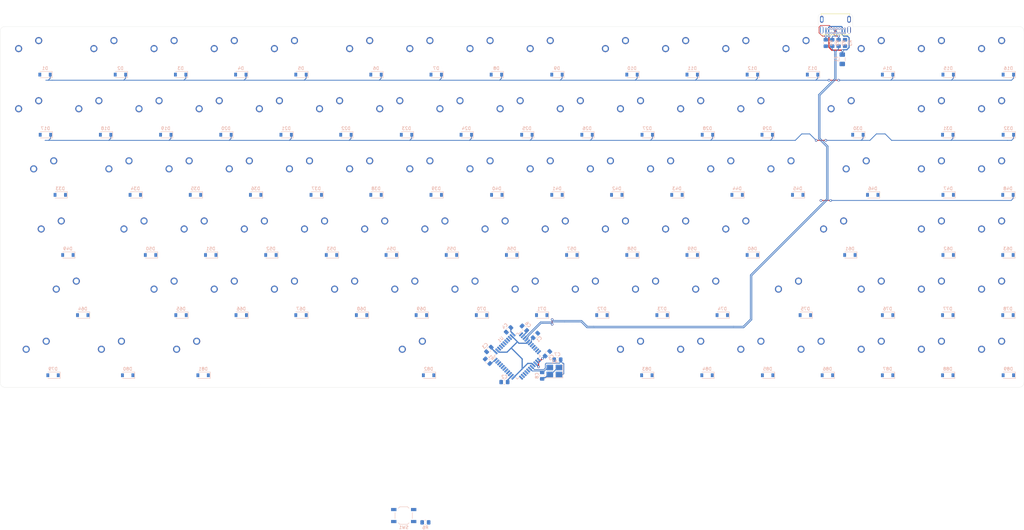
<source format=kicad_pcb>
(kicad_pcb (version 20171130) (host pcbnew "(5.1.6)-1")
  (layers (0 F.Cu signal) (31 B.Cu signal) (34 B.Paste user) (35 F.Paste user) (36 B.SilkS user) (37 F.SilkS user) (38 B.Mask user) (39 F.Mask user) (44 Edge.Cuts user))
  (net 0 "")
  (net 1 GND)
  (net 2 "Net-(C1-Pad1)")
  (net 3 +5V)
  (net 4 XTAL1)
  (net 5 XTAL2)
  (net 6 "Net-(D1-Pad2)")
  (net 7 ROW0)
  (net 8 "Net-(D2-Pad2)")
  (net 9 "Net-(D3-Pad2)")
  (net 10 "Net-(D4-Pad2)")
  (net 11 "Net-(D5-Pad2)")
  (net 12 "Net-(D6-Pad2)")
  (net 13 "Net-(D7-Pad2)")
  (net 14 "Net-(D8-Pad2)")
  (net 15 "Net-(D9-Pad2)")
  (net 16 "Net-(D10-Pad2)")
  (net 17 "Net-(D11-Pad2)")
  (net 18 "Net-(D12-Pad2)")
  (net 19 "Net-(D13-Pad2)")
  (net 20 "Net-(D14-Pad2)")
  (net 21 "Net-(D15-Pad2)")
  (net 22 "Net-(D16-Pad2)")
  (net 23 "Net-(D17-Pad2)")
  (net 24 ROW1)
  (net 25 "Net-(D18-Pad2)")
  (net 26 "Net-(D19-Pad2)")
  (net 27 "Net-(D20-Pad2)")
  (net 28 "Net-(D21-Pad2)")
  (net 29 "Net-(D22-Pad2)")
  (net 30 "Net-(D23-Pad2)")
  (net 31 "Net-(D24-Pad2)")
  (net 32 "Net-(D25-Pad2)")
  (net 33 "Net-(D26-Pad2)")
  (net 34 "Net-(D27-Pad2)")
  (net 35 "Net-(D28-Pad2)")
  (net 36 "Net-(D29-Pad2)")
  (net 37 "Net-(D30-Pad2)")
  (net 38 "Net-(D31-Pad2)")
  (net 39 "Net-(D32-Pad2)")
  (net 40 "Net-(D33-Pad2)")
  (net 41 ROW2)
  (net 42 "Net-(D34-Pad2)")
  (net 43 "Net-(D35-Pad2)")
  (net 44 "Net-(D36-Pad2)")
  (net 45 "Net-(D37-Pad2)")
  (net 46 "Net-(D38-Pad2)")
  (net 47 "Net-(D39-Pad2)")
  (net 48 "Net-(D40-Pad2)")
  (net 49 "Net-(D41-Pad2)")
  (net 50 "Net-(D42-Pad2)")
  (net 51 "Net-(D43-Pad2)")
  (net 52 "Net-(D44-Pad2)")
  (net 53 "Net-(D45-Pad2)")
  (net 54 "Net-(D46-Pad2)")
  (net 55 "Net-(D47-Pad2)")
  (net 56 "Net-(D48-Pad2)")
  (net 57 "Net-(D49-Pad2)")
  (net 58 ROW3)
  (net 59 "Net-(D50-Pad2)")
  (net 60 "Net-(D51-Pad2)")
  (net 61 "Net-(D52-Pad2)")
  (net 62 "Net-(D53-Pad2)")
  (net 63 "Net-(D54-Pad2)")
  (net 64 "Net-(D55-Pad2)")
  (net 65 "Net-(D56-Pad2)")
  (net 66 "Net-(D57-Pad2)")
  (net 67 "Net-(D58-Pad2)")
  (net 68 "Net-(D59-Pad2)")
  (net 69 "Net-(D60-Pad2)")
  (net 70 "Net-(D61-Pad2)")
  (net 71 "Net-(D62-Pad2)")
  (net 72 "Net-(D63-Pad2)")
  (net 73 "Net-(D64-Pad2)")
  (net 74 ROW4)
  (net 75 "Net-(D65-Pad2)")
  (net 76 "Net-(D66-Pad2)")
  (net 77 "Net-(D67-Pad2)")
  (net 78 "Net-(D68-Pad2)")
  (net 79 "Net-(D69-Pad2)")
  (net 80 "Net-(D70-Pad2)")
  (net 81 "Net-(D71-Pad2)")
  (net 82 "Net-(D72-Pad2)")
  (net 83 "Net-(D73-Pad2)")
  (net 84 "Net-(D74-Pad2)")
  (net 85 "Net-(D75-Pad2)")
  (net 86 "Net-(D76-Pad2)")
  (net 87 "Net-(D77-Pad2)")
  (net 88 "Net-(D78-Pad2)")
  (net 89 ROW5)
  (net 90 "Net-(D79-Pad2)")
  (net 91 "Net-(D80-Pad2)")
  (net 92 "Net-(D81-Pad2)")
  (net 93 "Net-(D82-Pad2)")
  (net 94 "Net-(D83-Pad2)")
  (net 95 "Net-(D84-Pad2)")
  (net 96 "Net-(D85-Pad2)")
  (net 97 "Net-(D86-Pad2)")
  (net 98 "Net-(D87-Pad2)")
  (net 99 "Net-(D88-Pad2)")
  (net 100 VCC)
  (net 101 "Net-(J1-PadB8)")
  (net 102 "Net-(J1-PadA7)")
  (net 103 "Net-(J1-PadA6)")
  (net 104 "Net-(J1-PadB5)")
  (net 105 "Net-(J1-PadA8)")
  (net 106 "Net-(J1-PadA5)")
  (net 107 COL0)
  (net 108 COL1)
  (net 109 COL2)
  (net 110 COL3)
  (net 111 COL4)
  (net 112 COL5)
  (net 113 COL6)
  (net 114 COL7)
  (net 115 COL8)
  (net 116 COL9)
  (net 117 COL10)
  (net 118 COL11)
  (net 119 COL12)
  (net 120 COL13)
  (net 121 COL14)
  (net 122 COL15)
  (net 123 "Net-(R1-Pad1)")
  (net 124 D-)
  (net 125 D+)
  (net 126 RESET)
  (net 127 "Net-(U1-Pad42)")
  (net 128 "Net-(U1-Pad8)")
  (net 129 "Net-(U1-Pad1)")
  (net 130 "Net-(D89-Pad2)")
  (module MX_Only:MXOnly-6.25U-ReversedStabilizers-NoLED (layer F.Cu) (at 147.63812 127.39741)
    (fp_text reference MX82)
    (fp_text value MX-NoLED)
    (pad 2 thru_hole circle (at 2.54 -5.08) (size 2.25 2.25) (drill 1.47) (layers *.Cu B.Mask) (net 93 "Net-(D82-Pad2)"))
    (pad "" np_thru_hole circle (at 0 0) (size 3.9878 3.9878) (drill 3.9878) (layers *.Cu *.Mask))
    (pad 1 thru_hole circle (at -3.81 -2.54) (size 2.25 2.25) (drill 1.47) (layers *.Cu B.Mask) (net 112 COL5))
    (pad "" np_thru_hole circle (at -5.08 0 48.0996) (size 1.75 1.75) (drill 1.75) (layers *.Cu *.Mask))
    (pad "" np_thru_hole circle (at 5.08 0 48.0996) (size 1.75 1.75) (drill 1.75) (layers *.Cu *.Mask))
    (pad "" np_thru_hole circle (at -49.9999 6.985) (size 3.048 3.048) (drill 3.048) (layers *.Cu *.Mask))
    (pad "" np_thru_hole circle (at 49.9999 6.985) (size 3.048 3.048) (drill 3.048) (layers *.Cu *.Mask))
    (pad "" np_thru_hole circle (at -49.9999 -8.255) (size 3.9878 3.9878) (drill 3.9878) (layers *.Cu *.Mask))
    (pad "" np_thru_hole circle (at 49.9999 -8.255) (size 3.9878 3.9878) (drill 3.9878) (layers *.Cu *.Mask))
  )
  (module MX_Only:MXOnly-1U-NoLED (layer F.Cu) (at 292.89498 108.34733)
    (fp_text reference MX76)
    (fp_text value MX-NoLED)
    (pad 2 thru_hole circle (at 2.54 -5.08) (size 2.25 2.25) (drill 1.47) (layers *.Cu B.Mask) (net 86 "Net-(D76-Pad2)"))
    (pad "" np_thru_hole circle (at 0 0) (size 3.9878 3.9878) (drill 3.9878) (layers *.Cu *.Mask))
    (pad 1 thru_hole circle (at -3.81 -2.54) (size 2.25 2.25) (drill 1.47) (layers *.Cu B.Mask) (net 120 COL13))
    (pad "" np_thru_hole circle (at -5.08 0 48.0996) (size 1.75 1.75) (drill 1.75) (layers *.Cu *.Mask))
    (pad "" np_thru_hole circle (at 5.08 0 48.0996) (size 1.75 1.75) (drill 1.75) (layers *.Cu *.Mask))
  )
  (module MX_Only:MXOnly-1.75U-NoLED (layer F.Cu) (at 266.70112 108.34733)
    (fp_text reference MX75)
    (fp_text value MX-NoLED)
    (pad 2 thru_hole circle (at 2.54 -5.08) (size 2.25 2.25) (drill 1.47) (layers *.Cu B.Mask) (net 85 "Net-(D75-Pad2)"))
    (pad "" np_thru_hole circle (at 0 0) (size 3.9878 3.9878) (drill 3.9878) (layers *.Cu *.Mask))
    (pad 1 thru_hole circle (at -3.81 -2.54) (size 2.25 2.25) (drill 1.47) (layers *.Cu B.Mask) (net 119 COL12))
    (pad "" np_thru_hole circle (at -5.08 0 48.0996) (size 1.75 1.75) (drill 1.75) (layers *.Cu *.Mask))
    (pad "" np_thru_hole circle (at 5.08 0 48.0996) (size 1.75 1.75) (drill 1.75) (layers *.Cu *.Mask))
  )
  (module Diode_SMD:D_SOD-123 (layer B.Cu) (at 271.4 114.046 180)
    (fp_text reference D75 (at 0 2) (layer B.SilkS) (effects (justify mirror)))
    (fp_text value 22p)
    (pad 2 smd rect (at 1.65 0 180) (size 0.9 1.2) (layers B.Cu B.Paste B.Mask) (net 85 "Net-(D75-Pad2)"))
    (pad 1 smd rect (at -1.65 0 180) (size 0.9 1.2) (layers B.Cu B.Paste B.Mask) (net 74 ROW4))
  )
  (module Crystal:Crystal_SMD_SeikoEpson_FA238-4Pin_3.2x2.5mm_HandSoldering (layer B.Cu) (at 191.971 131.742 180)
    (fp_text reference X1 (at 0 3) (layer B.SilkS) (effects (justify mirror)))
    (fp_text value XTAL_GND)
    (pad 4 smd rect (at -1.45 1.1 180) (size 2.1 1.8) (layers B.Cu B.Paste B.Mask) (net 1 GND))
    (pad 3 smd rect (at 1.45 1.1 180) (size 2.1 1.8) (layers B.Cu B.Paste B.Mask) (net 5 XTAL2))
    (pad 2 smd rect (at 1.45 -1.1 180) (size 2.1 1.8) (layers B.Cu B.Paste B.Mask) (net 1 GND))
    (pad 1 smd rect (at -1.45 -1.1 180) (size 2.1 1.8) (layers B.Cu B.Paste B.Mask) (net 4 XTAL1))
  )
  (module Package_QFP:TQFP-44_10x10mm_P0.8mm (layer B.Cu) (at 180.213 127 225)
    (fp_text reference U1 (at 0 7.45 45) (layer B.SilkS) (effects (justify mirror)))
    (fp_text value ATMEGA32U4)
    (pad 44 smd rect (at -4 5.7 135) (size 1.5 0.55) (layers B.Cu B.Paste B.Mask) (net 3 +5V))
    (pad 43 smd rect (at -3.2 5.7 135) (size 1.5 0.55) (layers B.Cu B.Paste B.Mask) (net 1 GND))
    (pad 42 smd rect (at -2.4 5.7 135) (size 1.5 0.55) (layers B.Cu B.Paste B.Mask) (net 127 "Net-(U1-Pad42)"))
    (pad 41 smd rect (at -1.6 5.7 135) (size 1.5 0.55) (layers B.Cu B.Paste B.Mask) (net 114 COL7))
    (pad 40 smd rect (at -0.8 5.7 135) (size 1.5 0.55) (layers B.Cu B.Paste B.Mask) (net 107 COL0))
    (pad 39 smd rect (at 0 5.7 135) (size 1.5 0.55) (layers B.Cu B.Paste B.Mask) (net 108 COL1))
    (pad 38 smd rect (at 0.8 5.7 135) (size 1.5 0.55) (layers B.Cu B.Paste B.Mask) (net 109 COL2))
    (pad 37 smd rect (at 1.6 5.7 135) (size 1.5 0.55) (layers B.Cu B.Paste B.Mask) (net 110 COL3))
    (pad 36 smd rect (at 2.4 5.7 135) (size 1.5 0.55) (layers B.Cu B.Paste B.Mask) (net 111 COL4))
    (pad 35 smd rect (at 3.2 5.7 135) (size 1.5 0.55) (layers B.Cu B.Paste B.Mask) (net 1 GND))
    (pad 34 smd rect (at 4 5.7 135) (size 1.5 0.55) (layers B.Cu B.Paste B.Mask) (net 3 +5V))
    (pad 33 smd rect (at 5.7 4 225) (size 1.5 0.55) (layers B.Cu B.Paste B.Mask) (net 123 "Net-(R1-Pad1)"))
    (pad 32 smd rect (at 5.7 3.2 225) (size 1.5 0.55) (layers B.Cu B.Paste B.Mask) (net 112 COL5))
    (pad 31 smd rect (at 5.7 2.4 225) (size 1.5 0.55) (layers B.Cu B.Paste B.Mask) (net 113 COL6))
    (pad 30 smd rect (at 5.7 1.6 225) (size 1.5 0.55) (layers B.Cu B.Paste B.Mask) (net 74 ROW4))
    (pad 29 smd rect (at 5.7 0.8 225) (size 1.5 0.55) (layers B.Cu B.Paste B.Mask) (net 58 ROW3))
    (pad 28 smd rect (at 5.7 0 225) (size 1.5 0.55) (layers B.Cu B.Paste B.Mask) (net 41 ROW2))
    (pad 27 smd rect (at 5.7 -0.8 225) (size 1.5 0.55) (layers B.Cu B.Paste B.Mask) (net 24 ROW1))
    (pad 26 smd rect (at 5.7 -1.6 225) (size 1.5 0.55) (layers B.Cu B.Paste B.Mask) (net 7 ROW0))
    (pad 25 smd rect (at 5.7 -2.4 225) (size 1.5 0.55) (layers B.Cu B.Paste B.Mask) (net 115 COL8))
    (pad 24 smd rect (at 5.7 -3.2 225) (size 1.5 0.55) (layers B.Cu B.Paste B.Mask) (net 3 +5V))
    (pad 23 smd rect (at 5.7 -4 225) (size 1.5 0.55) (layers B.Cu B.Paste B.Mask) (net 1 GND))
    (pad 22 smd rect (at 4 -5.7 135) (size 1.5 0.55) (layers B.Cu B.Paste B.Mask) (net 116 COL9))
    (pad 21 smd rect (at 3.2 -5.7 135) (size 1.5 0.55) (layers B.Cu B.Paste B.Mask) (net 117 COL10))
    (pad 20 smd rect (at 2.4 -5.7 135) (size 1.5 0.55) (layers B.Cu B.Paste B.Mask) (net 118 COL11))
    (pad 19 smd rect (at 1.6 -5.7 135) (size 1.5 0.55) (layers B.Cu B.Paste B.Mask) (net 119 COL12))
    (pad 18 smd rect (at 0.8 -5.7 135) (size 1.5 0.55) (layers B.Cu B.Paste B.Mask) (net 120 COL13))
    (pad 17 smd rect (at 0 -5.7 135) (size 1.5 0.55) (layers B.Cu B.Paste B.Mask) (net 5 XTAL2))
    (pad 16 smd rect (at -0.8 -5.7 135) (size 1.5 0.55) (layers B.Cu B.Paste B.Mask) (net 4 XTAL1))
    (pad 15 smd rect (at -1.6 -5.7 135) (size 1.5 0.55) (layers B.Cu B.Paste B.Mask) (net 1 GND))
    (pad 14 smd rect (at -2.4 -5.7 135) (size 1.5 0.55) (layers B.Cu B.Paste B.Mask) (net 3 +5V))
    (pad 13 smd rect (at -3.2 -5.7 135) (size 1.5 0.55) (layers B.Cu B.Paste B.Mask) (net 126 RESET))
    (pad 12 smd rect (at -4 -5.7 135) (size 1.5 0.55) (layers B.Cu B.Paste B.Mask) (net 120 COL13))
    (pad 11 smd rect (at -5.7 -4 225) (size 1.5 0.55) (layers B.Cu B.Paste B.Mask) (net 121 COL14))
    (pad 10 smd rect (at -5.7 -3.2 225) (size 1.5 0.55) (layers B.Cu B.Paste B.Mask) (net 122 COL15))
    (pad 9 smd rect (at -5.7 -2.4 225) (size 1.5 0.55) (layers B.Cu B.Paste B.Mask) (net 89 ROW5))
    (pad 8 smd rect (at -5.7 -1.6 225) (size 1.5 0.55) (layers B.Cu B.Paste B.Mask) (net 128 "Net-(U1-Pad8)"))
    (pad 7 smd rect (at -5.7 -0.8 225) (size 1.5 0.55) (layers B.Cu B.Paste B.Mask) (net 3 +5V))
    (pad 6 smd rect (at -5.7 0 225) (size 1.5 0.55) (layers B.Cu B.Paste B.Mask) (net 2 "Net-(C1-Pad1)"))
    (pad 5 smd rect (at -5.7 0.8 225) (size 1.5 0.55) (layers B.Cu B.Paste B.Mask) (net 1 GND))
    (pad 4 smd rect (at -5.7 1.6 225) (size 1.5 0.55) (layers B.Cu B.Paste B.Mask) (net 125 D+))
    (pad 3 smd rect (at -5.7 2.4 225) (size 1.5 0.55) (layers B.Cu B.Paste B.Mask) (net 124 D-))
    (pad 2 smd rect (at -5.7 3.2 225) (size 1.5 0.55) (layers B.Cu B.Paste B.Mask) (net 3 +5V))
    (pad 1 smd rect (at -5.7 4 225) (size 1.5 0.55) (layers B.Cu B.Paste B.Mask) (net 129 "Net-(U1-Pad1)"))
  )
  (module Button_Switch_SMD:SW_SPST_TL3342 (layer B.Cu) (at 144.272 177.546)
    (fp_text reference SW1 (at 0 3.75) (layer B.SilkS) (effects (justify mirror)))
    (fp_text value SW_PUSH)
    (pad 2 smd rect (at 3.15 -1.9) (size 1.7 1) (layers B.Cu B.Paste B.Mask) (net 126 RESET))
    (pad 2 smd rect (at -3.15 -1.9) (size 1.7 1) (layers B.Cu B.Paste B.Mask) (net 126 RESET))
    (pad 1 smd rect (at 3.15 1.9) (size 1.7 1) (layers B.Cu B.Paste B.Mask) (net 1 GND))
    (pad 1 smd rect (at -3.15 1.9) (size 1.7 1) (layers B.Cu B.Paste B.Mask) (net 1 GND))
  )
  (module Resistor_SMD:R_0805_2012Metric_Pad1.15x1.40mm_HandSolder (layer B.Cu) (at 151.139 179.705)
    (fp_text reference R6 (at 0 1.65) (layer B.SilkS) (effects (justify mirror)))
    (fp_text value 10k)
    (pad 2 smd roundrect (at 1.025 0) (size 1.15 1.4) (layers B.Cu B.Paste B.Mask) (roundrect_rratio 0.217391) (net 126 RESET))
    (pad 1 smd roundrect (at -1.025 0) (size 1.15 1.4) (layers B.Cu B.Paste B.Mask) (roundrect_rratio 0.217391) (net 3 +5V))
  )
  (module Resistor_SMD:R_0805_2012Metric_Pad1.15x1.40mm_HandSolder (layer B.Cu) (at 283.972 27.813 90)
    (fp_text reference R5 (at 0 1.65 90) (layer B.SilkS) (effects (justify mirror)))
    (fp_text value 5.1k)
    (pad 2 smd roundrect (at 1.025 0 90) (size 1.15 1.4) (layers B.Cu B.Paste B.Mask) (roundrect_rratio 0.217391) (net 106 "Net-(J1-PadA5)"))
    (pad 1 smd roundrect (at -1.025 0 90) (size 1.15 1.4) (layers B.Cu B.Paste B.Mask) (roundrect_rratio 0.217391) (net 1 GND))
  )
  (module Resistor_SMD:R_0805_2012Metric_Pad1.15x1.40mm_HandSolder (layer B.Cu) (at 277.876 27.822 90)
    (fp_text reference R4 (at 0 1.65 90) (layer B.SilkS) (effects (justify mirror)))
    (fp_text value 5.1k)
    (pad 2 smd roundrect (at 1.025 0 90) (size 1.15 1.4) (layers B.Cu B.Paste B.Mask) (roundrect_rratio 0.217391) (net 104 "Net-(J1-PadB5)"))
    (pad 1 smd roundrect (at -1.025 0 90) (size 1.15 1.4) (layers B.Cu B.Paste B.Mask) (roundrect_rratio 0.217391) (net 1 GND))
  )
  (module Resistor_SMD:R_0805_2012Metric_Pad1.15x1.40mm_HandSolder (layer B.Cu) (at 279.908 27.822 90)
    (fp_text reference R3 (at 0 1.65 90) (layer B.SilkS) (effects (justify mirror)))
    (fp_text value "22 ohm")
    (pad 2 smd roundrect (at 1.025 0 90) (size 1.15 1.4) (layers B.Cu B.Paste B.Mask) (roundrect_rratio 0.217391) (net 103 "Net-(J1-PadA6)"))
    (pad 1 smd roundrect (at -1.025 0 90) (size 1.15 1.4) (layers B.Cu B.Paste B.Mask) (roundrect_rratio 0.217391) (net 125 D+))
  )
  (module Resistor_SMD:R_0805_2012Metric_Pad1.15x1.40mm_HandSolder (layer B.Cu) (at 281.94 27.822 90)
    (fp_text reference R2 (at 0 1.65 90) (layer B.SilkS) (effects (justify mirror)))
    (fp_text value "22 ohm")
    (pad 2 smd roundrect (at 1.025 0 90) (size 1.15 1.4) (layers B.Cu B.Paste B.Mask) (roundrect_rratio 0.217391) (net 102 "Net-(J1-PadA7)"))
    (pad 1 smd roundrect (at -1.025 0 90) (size 1.15 1.4) (layers B.Cu B.Paste B.Mask) (roundrect_rratio 0.217391) (net 124 D-))
  )
  (module Resistor_SMD:R_0805_2012Metric_Pad1.15x1.40mm_HandSolder (layer B.Cu) (at 170.815 128.651 135)
    (fp_text reference R1 (at 0 1.65 135) (layer B.SilkS) (effects (justify mirror)))
    (fp_text value 10k)
    (pad 2 smd roundrect (at 1.025 0 135) (size 1.15 1.4) (layers B.Cu B.Paste B.Mask) (roundrect_rratio 0.217391) (net 1 GND))
    (pad 1 smd roundrect (at -1.025 0 135) (size 1.15 1.4) (layers B.Cu B.Paste B.Mask) (roundrect_rratio 0.217391) (net 123 "Net-(R1-Pad1)"))
  )
  (module MX_Only:MXOnly-1U-NoLED (layer F.Cu) (at 330.99514 127.39741)
    (fp_text reference MX89)
    (fp_text value MX-NoLED)
    (pad 2 thru_hole circle (at 2.54 -5.08) (size 2.25 2.25) (drill 1.47) (layers *.Cu B.Mask) (net 130 "Net-(D89-Pad2)"))
    (pad "" np_thru_hole circle (at 0 0) (size 3.9878 3.9878) (drill 3.9878) (layers *.Cu *.Mask))
    (pad 1 thru_hole circle (at -3.81 -2.54) (size 2.25 2.25) (drill 1.47) (layers *.Cu B.Mask) (net 122 COL15))
    (pad "" np_thru_hole circle (at -5.08 0 48.0996) (size 1.75 1.75) (drill 1.75) (layers *.Cu *.Mask))
    (pad "" np_thru_hole circle (at 5.08 0 48.0996) (size 1.75 1.75) (drill 1.75) (layers *.Cu *.Mask))
  )
  (module MX_Only:MXOnly-1U-NoLED (layer F.Cu) (at 311.94506 127.39741)
    (fp_text reference MX88)
    (fp_text value MX-NoLED)
    (pad 2 thru_hole circle (at 2.54 -5.08) (size 2.25 2.25) (drill 1.47) (layers *.Cu B.Mask) (net 99 "Net-(D88-Pad2)"))
    (pad "" np_thru_hole circle (at 0 0) (size 3.9878 3.9878) (drill 3.9878) (layers *.Cu *.Mask))
    (pad 1 thru_hole circle (at -3.81 -2.54) (size 2.25 2.25) (drill 1.47) (layers *.Cu B.Mask) (net 121 COL14))
    (pad "" np_thru_hole circle (at -5.08 0 48.0996) (size 1.75 1.75) (drill 1.75) (layers *.Cu *.Mask))
    (pad "" np_thru_hole circle (at 5.08 0 48.0996) (size 1.75 1.75) (drill 1.75) (layers *.Cu *.Mask))
  )
  (module MX_Only:MXOnly-1U-NoLED (layer F.Cu) (at 292.89498 127.39741)
    (fp_text reference MX87)
    (fp_text value MX-NoLED)
    (pad 2 thru_hole circle (at 2.54 -5.08) (size 2.25 2.25) (drill 1.47) (layers *.Cu B.Mask) (net 98 "Net-(D87-Pad2)"))
    (pad "" np_thru_hole circle (at 0 0) (size 3.9878 3.9878) (drill 3.9878) (layers *.Cu *.Mask))
    (pad 1 thru_hole circle (at -3.81 -2.54) (size 2.25 2.25) (drill 1.47) (layers *.Cu B.Mask) (net 120 COL13))
    (pad "" np_thru_hole circle (at -5.08 0 48.0996) (size 1.75 1.75) (drill 1.75) (layers *.Cu *.Mask))
    (pad "" np_thru_hole circle (at 5.08 0 48.0996) (size 1.75 1.75) (drill 1.75) (layers *.Cu *.Mask))
  )
  (module MX_Only:MXOnly-1U-NoLED (layer F.Cu) (at 273.8449 127.39741)
    (fp_text reference MX86)
    (fp_text value MX-NoLED)
    (pad 2 thru_hole circle (at 2.54 -5.08) (size 2.25 2.25) (drill 1.47) (layers *.Cu B.Mask) (net 97 "Net-(D86-Pad2)"))
    (pad "" np_thru_hole circle (at 0 0) (size 3.9878 3.9878) (drill 3.9878) (layers *.Cu *.Mask))
    (pad 1 thru_hole circle (at -3.81 -2.54) (size 2.25 2.25) (drill 1.47) (layers *.Cu B.Mask) (net 119 COL12))
    (pad "" np_thru_hole circle (at -5.08 0 48.0996) (size 1.75 1.75) (drill 1.75) (layers *.Cu *.Mask))
    (pad "" np_thru_hole circle (at 5.08 0 48.0996) (size 1.75 1.75) (drill 1.75) (layers *.Cu *.Mask))
  )
  (module MX_Only:MXOnly-1U-NoLED (layer F.Cu) (at 254.79482 127.39741)
    (fp_text reference MX85)
    (fp_text value MX-NoLED)
    (pad 2 thru_hole circle (at 2.54 -5.08) (size 2.25 2.25) (drill 1.47) (layers *.Cu B.Mask) (net 96 "Net-(D85-Pad2)"))
    (pad "" np_thru_hole circle (at 0 0) (size 3.9878 3.9878) (drill 3.9878) (layers *.Cu *.Mask))
    (pad 1 thru_hole circle (at -3.81 -2.54) (size 2.25 2.25) (drill 1.47) (layers *.Cu B.Mask) (net 118 COL11))
    (pad "" np_thru_hole circle (at -5.08 0 48.0996) (size 1.75 1.75) (drill 1.75) (layers *.Cu *.Mask))
    (pad "" np_thru_hole circle (at 5.08 0 48.0996) (size 1.75 1.75) (drill 1.75) (layers *.Cu *.Mask))
  )
  (module MX_Only:MXOnly-1U-NoLED (layer F.Cu) (at 235.74474 127.39741)
    (fp_text reference MX84)
    (fp_text value MX-NoLED)
    (pad 2 thru_hole circle (at 2.54 -5.08) (size 2.25 2.25) (drill 1.47) (layers *.Cu B.Mask) (net 95 "Net-(D84-Pad2)"))
    (pad "" np_thru_hole circle (at 0 0) (size 3.9878 3.9878) (drill 3.9878) (layers *.Cu *.Mask))
    (pad 1 thru_hole circle (at -3.81 -2.54) (size 2.25 2.25) (drill 1.47) (layers *.Cu B.Mask) (net 117 COL10))
    (pad "" np_thru_hole circle (at -5.08 0 48.0996) (size 1.75 1.75) (drill 1.75) (layers *.Cu *.Mask))
    (pad "" np_thru_hole circle (at 5.08 0 48.0996) (size 1.75 1.75) (drill 1.75) (layers *.Cu *.Mask))
  )
  (module MX_Only:MXOnly-1U-NoLED (layer F.Cu) (at 216.69466 127.39741)
    (fp_text reference MX83)
    (fp_text value MX-NoLED)
    (pad 2 thru_hole circle (at 2.54 -5.08) (size 2.25 2.25) (drill 1.47) (layers *.Cu B.Mask) (net 94 "Net-(D83-Pad2)"))
    (pad "" np_thru_hole circle (at 0 0) (size 3.9878 3.9878) (drill 3.9878) (layers *.Cu *.Mask))
    (pad 1 thru_hole circle (at -3.81 -2.54) (size 2.25 2.25) (drill 1.47) (layers *.Cu B.Mask) (net 116 COL9))
    (pad "" np_thru_hole circle (at -5.08 0 48.0996) (size 1.75 1.75) (drill 1.75) (layers *.Cu *.Mask))
    (pad "" np_thru_hole circle (at 5.08 0 48.0996) (size 1.75 1.75) (drill 1.75) (layers *.Cu *.Mask))
  )
  (module MX_Only:MXOnly-1.25U-NoLED (layer F.Cu) (at 76.20032 127.39741)
    (fp_text reference MX81)
    (fp_text value MX-NoLED)
    (pad 2 thru_hole circle (at 2.54 -5.08) (size 2.25 2.25) (drill 1.47) (layers *.Cu B.Mask) (net 92 "Net-(D81-Pad2)"))
    (pad "" np_thru_hole circle (at 0 0) (size 3.9878 3.9878) (drill 3.9878) (layers *.Cu *.Mask))
    (pad 1 thru_hole circle (at -3.81 -2.54) (size 2.25 2.25) (drill 1.47) (layers *.Cu B.Mask) (net 109 COL2))
    (pad "" np_thru_hole circle (at -5.08 0 48.0996) (size 1.75 1.75) (drill 1.75) (layers *.Cu *.Mask))
    (pad "" np_thru_hole circle (at 5.08 0 48.0996) (size 1.75 1.75) (drill 1.75) (layers *.Cu *.Mask))
  )
  (module MX_Only:MXOnly-1.25U-NoLED (layer F.Cu) (at 52.38772 127.39741)
    (fp_text reference MX80)
    (fp_text value MX-NoLED)
    (pad 2 thru_hole circle (at 2.54 -5.08) (size 2.25 2.25) (drill 1.47) (layers *.Cu B.Mask) (net 91 "Net-(D80-Pad2)"))
    (pad "" np_thru_hole circle (at 0 0) (size 3.9878 3.9878) (drill 3.9878) (layers *.Cu *.Mask))
    (pad 1 thru_hole circle (at -3.81 -2.54) (size 2.25 2.25) (drill 1.47) (layers *.Cu B.Mask) (net 108 COL1))
    (pad "" np_thru_hole circle (at -5.08 0 48.0996) (size 1.75 1.75) (drill 1.75) (layers *.Cu *.Mask))
    (pad "" np_thru_hole circle (at 5.08 0 48.0996) (size 1.75 1.75) (drill 1.75) (layers *.Cu *.Mask))
  )
  (module MX_Only:MXOnly-1.25U-NoLED (layer F.Cu) (at 28.57512 127.39741)
    (fp_text reference MX79)
    (fp_text value MX-NoLED)
    (pad 2 thru_hole circle (at 2.54 -5.08) (size 2.25 2.25) (drill 1.47) (layers *.Cu B.Mask) (net 90 "Net-(D79-Pad2)"))
    (pad "" np_thru_hole circle (at 0 0) (size 3.9878 3.9878) (drill 3.9878) (layers *.Cu *.Mask))
    (pad 1 thru_hole circle (at -3.81 -2.54) (size 2.25 2.25) (drill 1.47) (layers *.Cu B.Mask) (net 107 COL0))
    (pad "" np_thru_hole circle (at -5.08 0 48.0996) (size 1.75 1.75) (drill 1.75) (layers *.Cu *.Mask))
    (pad "" np_thru_hole circle (at 5.08 0 48.0996) (size 1.75 1.75) (drill 1.75) (layers *.Cu *.Mask))
  )
  (module MX_Only:MXOnly-1U-NoLED (layer F.Cu) (at 330.99514 108.34733)
    (fp_text reference MX78)
    (fp_text value MX-NoLED)
    (pad 2 thru_hole circle (at 2.54 -5.08) (size 2.25 2.25) (drill 1.47) (layers *.Cu B.Mask) (net 88 "Net-(D78-Pad2)"))
    (pad "" np_thru_hole circle (at 0 0) (size 3.9878 3.9878) (drill 3.9878) (layers *.Cu *.Mask))
    (pad 1 thru_hole circle (at -3.81 -2.54) (size 2.25 2.25) (drill 1.47) (layers *.Cu B.Mask) (net 122 COL15))
    (pad "" np_thru_hole circle (at -5.08 0 48.0996) (size 1.75 1.75) (drill 1.75) (layers *.Cu *.Mask))
    (pad "" np_thru_hole circle (at 5.08 0 48.0996) (size 1.75 1.75) (drill 1.75) (layers *.Cu *.Mask))
  )
  (module MX_Only:MXOnly-1U-NoLED (layer F.Cu) (at 311.94506 108.34733)
    (fp_text reference MX77)
    (fp_text value MX-NoLED)
    (pad 2 thru_hole circle (at 2.54 -5.08) (size 2.25 2.25) (drill 1.47) (layers *.Cu B.Mask) (net 87 "Net-(D77-Pad2)"))
    (pad "" np_thru_hole circle (at 0 0) (size 3.9878 3.9878) (drill 3.9878) (layers *.Cu *.Mask))
    (pad 1 thru_hole circle (at -3.81 -2.54) (size 2.25 2.25) (drill 1.47) (layers *.Cu B.Mask) (net 121 COL14))
    (pad "" np_thru_hole circle (at -5.08 0 48.0996) (size 1.75 1.75) (drill 1.75) (layers *.Cu *.Mask))
    (pad "" np_thru_hole circle (at 5.08 0 48.0996) (size 1.75 1.75) (drill 1.75) (layers *.Cu *.Mask))
  )
  (module MX_Only:MXOnly-1U-NoLED (layer F.Cu) (at 240.50726 108.34733)
    (fp_text reference MX74)
    (fp_text value MX-NoLED)
    (pad 2 thru_hole circle (at 2.54 -5.08) (size 2.25 2.25) (drill 1.47) (layers *.Cu B.Mask) (net 84 "Net-(D74-Pad2)"))
    (pad "" np_thru_hole circle (at 0 0) (size 3.9878 3.9878) (drill 3.9878) (layers *.Cu *.Mask))
    (pad 1 thru_hole circle (at -3.81 -2.54) (size 2.25 2.25) (drill 1.47) (layers *.Cu B.Mask) (net 117 COL10))
    (pad "" np_thru_hole circle (at -5.08 0 48.0996) (size 1.75 1.75) (drill 1.75) (layers *.Cu *.Mask))
    (pad "" np_thru_hole circle (at 5.08 0 48.0996) (size 1.75 1.75) (drill 1.75) (layers *.Cu *.Mask))
  )
  (module MX_Only:MXOnly-1U-NoLED (layer F.Cu) (at 221.45718 108.34733)
    (fp_text reference MX73)
    (fp_text value MX-NoLED)
    (pad 2 thru_hole circle (at 2.54 -5.08) (size 2.25 2.25) (drill 1.47) (layers *.Cu B.Mask) (net 83 "Net-(D73-Pad2)"))
    (pad "" np_thru_hole circle (at 0 0) (size 3.9878 3.9878) (drill 3.9878) (layers *.Cu *.Mask))
    (pad 1 thru_hole circle (at -3.81 -2.54) (size 2.25 2.25) (drill 1.47) (layers *.Cu B.Mask) (net 116 COL9))
    (pad "" np_thru_hole circle (at -5.08 0 48.0996) (size 1.75 1.75) (drill 1.75) (layers *.Cu *.Mask))
    (pad "" np_thru_hole circle (at 5.08 0 48.0996) (size 1.75 1.75) (drill 1.75) (layers *.Cu *.Mask))
  )
  (module MX_Only:MXOnly-1U-NoLED (layer F.Cu) (at 202.4071 108.34733)
    (fp_text reference MX72)
    (fp_text value MX-NoLED)
    (pad 2 thru_hole circle (at 2.54 -5.08) (size 2.25 2.25) (drill 1.47) (layers *.Cu B.Mask) (net 82 "Net-(D72-Pad2)"))
    (pad "" np_thru_hole circle (at 0 0) (size 3.9878 3.9878) (drill 3.9878) (layers *.Cu *.Mask))
    (pad 1 thru_hole circle (at -3.81 -2.54) (size 2.25 2.25) (drill 1.47) (layers *.Cu B.Mask) (net 115 COL8))
    (pad "" np_thru_hole circle (at -5.08 0 48.0996) (size 1.75 1.75) (drill 1.75) (layers *.Cu *.Mask))
    (pad "" np_thru_hole circle (at 5.08 0 48.0996) (size 1.75 1.75) (drill 1.75) (layers *.Cu *.Mask))
  )
  (module MX_Only:MXOnly-1U-NoLED (layer F.Cu) (at 183.35702 108.34733)
    (fp_text reference MX71)
    (fp_text value MX-NoLED)
    (pad 2 thru_hole circle (at 2.54 -5.08) (size 2.25 2.25) (drill 1.47) (layers *.Cu B.Mask) (net 81 "Net-(D71-Pad2)"))
    (pad "" np_thru_hole circle (at 0 0) (size 3.9878 3.9878) (drill 3.9878) (layers *.Cu *.Mask))
    (pad 1 thru_hole circle (at -3.81 -2.54) (size 2.25 2.25) (drill 1.47) (layers *.Cu B.Mask) (net 114 COL7))
    (pad "" np_thru_hole circle (at -5.08 0 48.0996) (size 1.75 1.75) (drill 1.75) (layers *.Cu *.Mask))
    (pad "" np_thru_hole circle (at 5.08 0 48.0996) (size 1.75 1.75) (drill 1.75) (layers *.Cu *.Mask))
  )
  (module MX_Only:MXOnly-1U-NoLED (layer F.Cu) (at 164.30694 108.34733)
    (fp_text reference MX70)
    (fp_text value MX-NoLED)
    (pad 2 thru_hole circle (at 2.54 -5.08) (size 2.25 2.25) (drill 1.47) (layers *.Cu B.Mask) (net 80 "Net-(D70-Pad2)"))
    (pad "" np_thru_hole circle (at 0 0) (size 3.9878 3.9878) (drill 3.9878) (layers *.Cu *.Mask))
    (pad 1 thru_hole circle (at -3.81 -2.54) (size 2.25 2.25) (drill 1.47) (layers *.Cu B.Mask) (net 113 COL6))
    (pad "" np_thru_hole circle (at -5.08 0 48.0996) (size 1.75 1.75) (drill 1.75) (layers *.Cu *.Mask))
    (pad "" np_thru_hole circle (at 5.08 0 48.0996) (size 1.75 1.75) (drill 1.75) (layers *.Cu *.Mask))
  )
  (module MX_Only:MXOnly-1U-NoLED (layer F.Cu) (at 145.25686 108.34733)
    (fp_text reference MX69)
    (fp_text value MX-NoLED)
    (pad 2 thru_hole circle (at 2.54 -5.08) (size 2.25 2.25) (drill 1.47) (layers *.Cu B.Mask) (net 79 "Net-(D69-Pad2)"))
    (pad "" np_thru_hole circle (at 0 0) (size 3.9878 3.9878) (drill 3.9878) (layers *.Cu *.Mask))
    (pad 1 thru_hole circle (at -3.81 -2.54) (size 2.25 2.25) (drill 1.47) (layers *.Cu B.Mask) (net 112 COL5))
    (pad "" np_thru_hole circle (at -5.08 0 48.0996) (size 1.75 1.75) (drill 1.75) (layers *.Cu *.Mask))
    (pad "" np_thru_hole circle (at 5.08 0 48.0996) (size 1.75 1.75) (drill 1.75) (layers *.Cu *.Mask))
  )
  (module MX_Only:MXOnly-1U-NoLED (layer F.Cu) (at 126.20678 108.34733)
    (fp_text reference MX68)
    (fp_text value MX-NoLED)
    (pad 2 thru_hole circle (at 2.54 -5.08) (size 2.25 2.25) (drill 1.47) (layers *.Cu B.Mask) (net 78 "Net-(D68-Pad2)"))
    (pad "" np_thru_hole circle (at 0 0) (size 3.9878 3.9878) (drill 3.9878) (layers *.Cu *.Mask))
    (pad 1 thru_hole circle (at -3.81 -2.54) (size 2.25 2.25) (drill 1.47) (layers *.Cu B.Mask) (net 111 COL4))
    (pad "" np_thru_hole circle (at -5.08 0 48.0996) (size 1.75 1.75) (drill 1.75) (layers *.Cu *.Mask))
    (pad "" np_thru_hole circle (at 5.08 0 48.0996) (size 1.75 1.75) (drill 1.75) (layers *.Cu *.Mask))
  )
  (module MX_Only:MXOnly-1U-NoLED (layer F.Cu) (at 107.1567 108.34733)
    (fp_text reference MX67)
    (fp_text value MX-NoLED)
    (pad 2 thru_hole circle (at 2.54 -5.08) (size 2.25 2.25) (drill 1.47) (layers *.Cu B.Mask) (net 77 "Net-(D67-Pad2)"))
    (pad "" np_thru_hole circle (at 0 0) (size 3.9878 3.9878) (drill 3.9878) (layers *.Cu *.Mask))
    (pad 1 thru_hole circle (at -3.81 -2.54) (size 2.25 2.25) (drill 1.47) (layers *.Cu B.Mask) (net 110 COL3))
    (pad "" np_thru_hole circle (at -5.08 0 48.0996) (size 1.75 1.75) (drill 1.75) (layers *.Cu *.Mask))
    (pad "" np_thru_hole circle (at 5.08 0 48.0996) (size 1.75 1.75) (drill 1.75) (layers *.Cu *.Mask))
  )
  (module MX_Only:MXOnly-1U-NoLED (layer F.Cu) (at 88.10662 108.34733)
    (fp_text reference MX66)
    (fp_text value MX-NoLED)
    (pad 2 thru_hole circle (at 2.54 -5.08) (size 2.25 2.25) (drill 1.47) (layers *.Cu B.Mask) (net 76 "Net-(D66-Pad2)"))
    (pad "" np_thru_hole circle (at 0 0) (size 3.9878 3.9878) (drill 3.9878) (layers *.Cu *.Mask))
    (pad 1 thru_hole circle (at -3.81 -2.54) (size 2.25 2.25) (drill 1.47) (layers *.Cu B.Mask) (net 109 COL2))
    (pad "" np_thru_hole circle (at -5.08 0 48.0996) (size 1.75 1.75) (drill 1.75) (layers *.Cu *.Mask))
    (pad "" np_thru_hole circle (at 5.08 0 48.0996) (size 1.75 1.75) (drill 1.75) (layers *.Cu *.Mask))
  )
  (module MX_Only:MXOnly-1U-NoLED (layer F.Cu) (at 69.05654 108.34733)
    (fp_text reference MX65)
    (fp_text value MX-NoLED)
    (pad 2 thru_hole circle (at 2.54 -5.08) (size 2.25 2.25) (drill 1.47) (layers *.Cu B.Mask) (net 75 "Net-(D65-Pad2)"))
    (pad "" np_thru_hole circle (at 0 0) (size 3.9878 3.9878) (drill 3.9878) (layers *.Cu *.Mask))
    (pad 1 thru_hole circle (at -3.81 -2.54) (size 2.25 2.25) (drill 1.47) (layers *.Cu B.Mask) (net 108 COL1))
    (pad "" np_thru_hole circle (at -5.08 0 48.0996) (size 1.75 1.75) (drill 1.75) (layers *.Cu *.Mask))
    (pad "" np_thru_hole circle (at 5.08 0 48.0996) (size 1.75 1.75) (drill 1.75) (layers *.Cu *.Mask))
  )
  (module MX_Only:MXOnly-2.25U-NoLED (layer F.Cu) (at 38.10016 108.34733)
    (fp_text reference MX64)
    (fp_text value MX-NoLED)
    (pad 2 thru_hole circle (at 2.54 -5.08) (size 2.25 2.25) (drill 1.47) (layers *.Cu B.Mask) (net 73 "Net-(D64-Pad2)"))
    (pad "" np_thru_hole circle (at 0 0) (size 3.9878 3.9878) (drill 3.9878) (layers *.Cu *.Mask))
    (pad 1 thru_hole circle (at -3.81 -2.54) (size 2.25 2.25) (drill 1.47) (layers *.Cu B.Mask) (net 107 COL0))
    (pad "" np_thru_hole circle (at -5.08 0 48.0996) (size 1.75 1.75) (drill 1.75) (layers *.Cu *.Mask))
    (pad "" np_thru_hole circle (at 5.08 0 48.0996) (size 1.75 1.75) (drill 1.75) (layers *.Cu *.Mask))
    (pad "" np_thru_hole circle (at -11.90625 -6.985) (size 3.048 3.048) (drill 3.048) (layers *.Cu *.Mask))
    (pad "" np_thru_hole circle (at 11.90625 -6.985) (size 3.048 3.048) (drill 3.048) (layers *.Cu *.Mask))
    (pad "" np_thru_hole circle (at -11.90625 8.255) (size 3.9878 3.9878) (drill 3.9878) (layers *.Cu *.Mask))
    (pad "" np_thru_hole circle (at 11.90625 8.255) (size 3.9878 3.9878) (drill 3.9878) (layers *.Cu *.Mask))
  )
  (module MX_Only:MXOnly-1U-NoLED (layer F.Cu) (at 330.99514 89.29725)
    (fp_text reference MX63)
    (fp_text value MX-NoLED)
    (pad 2 thru_hole circle (at 2.54 -5.08) (size 2.25 2.25) (drill 1.47) (layers *.Cu B.Mask) (net 72 "Net-(D63-Pad2)"))
    (pad "" np_thru_hole circle (at 0 0) (size 3.9878 3.9878) (drill 3.9878) (layers *.Cu *.Mask))
    (pad 1 thru_hole circle (at -3.81 -2.54) (size 2.25 2.25) (drill 1.47) (layers *.Cu B.Mask) (net 122 COL15))
    (pad "" np_thru_hole circle (at -5.08 0 48.0996) (size 1.75 1.75) (drill 1.75) (layers *.Cu *.Mask))
    (pad "" np_thru_hole circle (at 5.08 0 48.0996) (size 1.75 1.75) (drill 1.75) (layers *.Cu *.Mask))
  )
  (module MX_Only:MXOnly-1U-NoLED (layer F.Cu) (at 311.94506 89.29725)
    (fp_text reference MX62)
    (fp_text value MX-NoLED)
    (pad 2 thru_hole circle (at 2.54 -5.08) (size 2.25 2.25) (drill 1.47) (layers *.Cu B.Mask) (net 71 "Net-(D62-Pad2)"))
    (pad "" np_thru_hole circle (at 0 0) (size 3.9878 3.9878) (drill 3.9878) (layers *.Cu *.Mask))
    (pad 1 thru_hole circle (at -3.81 -2.54) (size 2.25 2.25) (drill 1.47) (layers *.Cu B.Mask) (net 121 COL14))
    (pad "" np_thru_hole circle (at -5.08 0 48.0996) (size 1.75 1.75) (drill 1.75) (layers *.Cu *.Mask))
    (pad "" np_thru_hole circle (at 5.08 0 48.0996) (size 1.75 1.75) (drill 1.75) (layers *.Cu *.Mask))
  )
  (module MX_Only:MXOnly-2.25U-NoLED (layer F.Cu) (at 280.98868 89.29725)
    (fp_text reference MX61)
    (fp_text value MX-NoLED)
    (pad 2 thru_hole circle (at 2.54 -5.08) (size 2.25 2.25) (drill 1.47) (layers *.Cu B.Mask) (net 70 "Net-(D61-Pad2)"))
    (pad "" np_thru_hole circle (at 0 0) (size 3.9878 3.9878) (drill 3.9878) (layers *.Cu *.Mask))
    (pad 1 thru_hole circle (at -3.81 -2.54) (size 2.25 2.25) (drill 1.47) (layers *.Cu B.Mask) (net 120 COL13))
    (pad "" np_thru_hole circle (at -5.08 0 48.0996) (size 1.75 1.75) (drill 1.75) (layers *.Cu *.Mask))
    (pad "" np_thru_hole circle (at 5.08 0 48.0996) (size 1.75 1.75) (drill 1.75) (layers *.Cu *.Mask))
    (pad "" np_thru_hole circle (at -11.90625 -6.985) (size 3.048 3.048) (drill 3.048) (layers *.Cu *.Mask))
    (pad "" np_thru_hole circle (at 11.90625 -6.985) (size 3.048 3.048) (drill 3.048) (layers *.Cu *.Mask))
    (pad "" np_thru_hole circle (at -11.90625 8.255) (size 3.9878 3.9878) (drill 3.9878) (layers *.Cu *.Mask))
    (pad "" np_thru_hole circle (at 11.90625 8.255) (size 3.9878 3.9878) (drill 3.9878) (layers *.Cu *.Mask))
  )
  (module MX_Only:MXOnly-1U-NoLED (layer F.Cu) (at 250.0323 89.29725)
    (fp_text reference MX60)
    (fp_text value MX-NoLED)
    (pad 2 thru_hole circle (at 2.54 -5.08) (size 2.25 2.25) (drill 1.47) (layers *.Cu B.Mask) (net 69 "Net-(D60-Pad2)"))
    (pad "" np_thru_hole circle (at 0 0) (size 3.9878 3.9878) (drill 3.9878) (layers *.Cu *.Mask))
    (pad 1 thru_hole circle (at -3.81 -2.54) (size 2.25 2.25) (drill 1.47) (layers *.Cu B.Mask) (net 118 COL11))
    (pad "" np_thru_hole circle (at -5.08 0 48.0996) (size 1.75 1.75) (drill 1.75) (layers *.Cu *.Mask))
    (pad "" np_thru_hole circle (at 5.08 0 48.0996) (size 1.75 1.75) (drill 1.75) (layers *.Cu *.Mask))
  )
  (module MX_Only:MXOnly-1U-NoLED (layer F.Cu) (at 230.98222 89.29725)
    (fp_text reference MX59)
    (fp_text value MX-NoLED)
    (pad 2 thru_hole circle (at 2.54 -5.08) (size 2.25 2.25) (drill 1.47) (layers *.Cu B.Mask) (net 68 "Net-(D59-Pad2)"))
    (pad "" np_thru_hole circle (at 0 0) (size 3.9878 3.9878) (drill 3.9878) (layers *.Cu *.Mask))
    (pad 1 thru_hole circle (at -3.81 -2.54) (size 2.25 2.25) (drill 1.47) (layers *.Cu B.Mask) (net 117 COL10))
    (pad "" np_thru_hole circle (at -5.08 0 48.0996) (size 1.75 1.75) (drill 1.75) (layers *.Cu *.Mask))
    (pad "" np_thru_hole circle (at 5.08 0 48.0996) (size 1.75 1.75) (drill 1.75) (layers *.Cu *.Mask))
  )
  (module MX_Only:MXOnly-1U-NoLED (layer F.Cu) (at 211.93214 89.29725)
    (fp_text reference MX58)
    (fp_text value MX-NoLED)
    (pad 2 thru_hole circle (at 2.54 -5.08) (size 2.25 2.25) (drill 1.47) (layers *.Cu B.Mask) (net 67 "Net-(D58-Pad2)"))
    (pad "" np_thru_hole circle (at 0 0) (size 3.9878 3.9878) (drill 3.9878) (layers *.Cu *.Mask))
    (pad 1 thru_hole circle (at -3.81 -2.54) (size 2.25 2.25) (drill 1.47) (layers *.Cu B.Mask) (net 116 COL9))
    (pad "" np_thru_hole circle (at -5.08 0 48.0996) (size 1.75 1.75) (drill 1.75) (layers *.Cu *.Mask))
    (pad "" np_thru_hole circle (at 5.08 0 48.0996) (size 1.75 1.75) (drill 1.75) (layers *.Cu *.Mask))
  )
  (module MX_Only:MXOnly-1U-NoLED (layer F.Cu) (at 192.88206 89.29725)
    (fp_text reference MX57)
    (fp_text value MX-NoLED)
    (pad 2 thru_hole circle (at 2.54 -5.08) (size 2.25 2.25) (drill 1.47) (layers *.Cu B.Mask) (net 66 "Net-(D57-Pad2)"))
    (pad "" np_thru_hole circle (at 0 0) (size 3.9878 3.9878) (drill 3.9878) (layers *.Cu *.Mask))
    (pad 1 thru_hole circle (at -3.81 -2.54) (size 2.25 2.25) (drill 1.47) (layers *.Cu B.Mask) (net 115 COL8))
    (pad "" np_thru_hole circle (at -5.08 0 48.0996) (size 1.75 1.75) (drill 1.75) (layers *.Cu *.Mask))
    (pad "" np_thru_hole circle (at 5.08 0 48.0996) (size 1.75 1.75) (drill 1.75) (layers *.Cu *.Mask))
  )
  (module MX_Only:MXOnly-1U-NoLED (layer F.Cu) (at 173.83198 89.29725)
    (fp_text reference MX56)
    (fp_text value MX-NoLED)
    (pad 2 thru_hole circle (at 2.54 -5.08) (size 2.25 2.25) (drill 1.47) (layers *.Cu B.Mask) (net 65 "Net-(D56-Pad2)"))
    (pad "" np_thru_hole circle (at 0 0) (size 3.9878 3.9878) (drill 3.9878) (layers *.Cu *.Mask))
    (pad 1 thru_hole circle (at -3.81 -2.54) (size 2.25 2.25) (drill 1.47) (layers *.Cu B.Mask) (net 114 COL7))
    (pad "" np_thru_hole circle (at -5.08 0 48.0996) (size 1.75 1.75) (drill 1.75) (layers *.Cu *.Mask))
    (pad "" np_thru_hole circle (at 5.08 0 48.0996) (size 1.75 1.75) (drill 1.75) (layers *.Cu *.Mask))
  )
  (module MX_Only:MXOnly-1U-NoLED (layer F.Cu) (at 154.7819 89.29725)
    (fp_text reference MX55)
    (fp_text value MX-NoLED)
    (pad 2 thru_hole circle (at 2.54 -5.08) (size 2.25 2.25) (drill 1.47) (layers *.Cu B.Mask) (net 64 "Net-(D55-Pad2)"))
    (pad "" np_thru_hole circle (at 0 0) (size 3.9878 3.9878) (drill 3.9878) (layers *.Cu *.Mask))
    (pad 1 thru_hole circle (at -3.81 -2.54) (size 2.25 2.25) (drill 1.47) (layers *.Cu B.Mask) (net 113 COL6))
    (pad "" np_thru_hole circle (at -5.08 0 48.0996) (size 1.75 1.75) (drill 1.75) (layers *.Cu *.Mask))
    (pad "" np_thru_hole circle (at 5.08 0 48.0996) (size 1.75 1.75) (drill 1.75) (layers *.Cu *.Mask))
  )
  (module MX_Only:MXOnly-1U-NoLED (layer F.Cu) (at 135.73182 89.29725)
    (fp_text reference MX54)
    (fp_text value MX-NoLED)
    (pad 2 thru_hole circle (at 2.54 -5.08) (size 2.25 2.25) (drill 1.47) (layers *.Cu B.Mask) (net 63 "Net-(D54-Pad2)"))
    (pad "" np_thru_hole circle (at 0 0) (size 3.9878 3.9878) (drill 3.9878) (layers *.Cu *.Mask))
    (pad 1 thru_hole circle (at -3.81 -2.54) (size 2.25 2.25) (drill 1.47) (layers *.Cu B.Mask) (net 112 COL5))
    (pad "" np_thru_hole circle (at -5.08 0 48.0996) (size 1.75 1.75) (drill 1.75) (layers *.Cu *.Mask))
    (pad "" np_thru_hole circle (at 5.08 0 48.0996) (size 1.75 1.75) (drill 1.75) (layers *.Cu *.Mask))
  )
  (module MX_Only:MXOnly-1U-NoLED (layer F.Cu) (at 116.68174 89.29725)
    (fp_text reference MX53)
    (fp_text value MX-NoLED)
    (pad 2 thru_hole circle (at 2.54 -5.08) (size 2.25 2.25) (drill 1.47) (layers *.Cu B.Mask) (net 62 "Net-(D53-Pad2)"))
    (pad "" np_thru_hole circle (at 0 0) (size 3.9878 3.9878) (drill 3.9878) (layers *.Cu *.Mask))
    (pad 1 thru_hole circle (at -3.81 -2.54) (size 2.25 2.25) (drill 1.47) (layers *.Cu B.Mask) (net 111 COL4))
    (pad "" np_thru_hole circle (at -5.08 0 48.0996) (size 1.75 1.75) (drill 1.75) (layers *.Cu *.Mask))
    (pad "" np_thru_hole circle (at 5.08 0 48.0996) (size 1.75 1.75) (drill 1.75) (layers *.Cu *.Mask))
  )
  (module MX_Only:MXOnly-1U-NoLED (layer F.Cu) (at 97.63166 89.29725)
    (fp_text reference MX52)
    (fp_text value MX-NoLED)
    (pad 2 thru_hole circle (at 2.54 -5.08) (size 2.25 2.25) (drill 1.47) (layers *.Cu B.Mask) (net 61 "Net-(D52-Pad2)"))
    (pad "" np_thru_hole circle (at 0 0) (size 3.9878 3.9878) (drill 3.9878) (layers *.Cu *.Mask))
    (pad 1 thru_hole circle (at -3.81 -2.54) (size 2.25 2.25) (drill 1.47) (layers *.Cu B.Mask) (net 110 COL3))
    (pad "" np_thru_hole circle (at -5.08 0 48.0996) (size 1.75 1.75) (drill 1.75) (layers *.Cu *.Mask))
    (pad "" np_thru_hole circle (at 5.08 0 48.0996) (size 1.75 1.75) (drill 1.75) (layers *.Cu *.Mask))
  )
  (module MX_Only:MXOnly-1U-NoLED (layer F.Cu) (at 78.58158 89.29725)
    (fp_text reference MX51)
    (fp_text value MX-NoLED)
    (pad 2 thru_hole circle (at 2.54 -5.08) (size 2.25 2.25) (drill 1.47) (layers *.Cu B.Mask) (net 60 "Net-(D51-Pad2)"))
    (pad "" np_thru_hole circle (at 0 0) (size 3.9878 3.9878) (drill 3.9878) (layers *.Cu *.Mask))
    (pad 1 thru_hole circle (at -3.81 -2.54) (size 2.25 2.25) (drill 1.47) (layers *.Cu B.Mask) (net 109 COL2))
    (pad "" np_thru_hole circle (at -5.08 0 48.0996) (size 1.75 1.75) (drill 1.75) (layers *.Cu *.Mask))
    (pad "" np_thru_hole circle (at 5.08 0 48.0996) (size 1.75 1.75) (drill 1.75) (layers *.Cu *.Mask))
  )
  (module MX_Only:MXOnly-1U-NoLED (layer F.Cu) (at 59.5315 89.29725)
    (fp_text reference MX50)
    (fp_text value MX-NoLED)
    (pad 2 thru_hole circle (at 2.54 -5.08) (size 2.25 2.25) (drill 1.47) (layers *.Cu B.Mask) (net 59 "Net-(D50-Pad2)"))
    (pad "" np_thru_hole circle (at 0 0) (size 3.9878 3.9878) (drill 3.9878) (layers *.Cu *.Mask))
    (pad 1 thru_hole circle (at -3.81 -2.54) (size 2.25 2.25) (drill 1.47) (layers *.Cu B.Mask) (net 108 COL1))
    (pad "" np_thru_hole circle (at -5.08 0 48.0996) (size 1.75 1.75) (drill 1.75) (layers *.Cu *.Mask))
    (pad "" np_thru_hole circle (at 5.08 0 48.0996) (size 1.75 1.75) (drill 1.75) (layers *.Cu *.Mask))
  )
  (module MX_Only:MXOnly-1.75U-NoLED (layer F.Cu) (at 33.33764 89.29725)
    (fp_text reference MX49)
    (fp_text value MX-NoLED)
    (pad 2 thru_hole circle (at 2.54 -5.08) (size 2.25 2.25) (drill 1.47) (layers *.Cu B.Mask) (net 57 "Net-(D49-Pad2)"))
    (pad "" np_thru_hole circle (at 0 0) (size 3.9878 3.9878) (drill 3.9878) (layers *.Cu *.Mask))
    (pad 1 thru_hole circle (at -3.81 -2.54) (size 2.25 2.25) (drill 1.47) (layers *.Cu B.Mask) (net 107 COL0))
    (pad "" np_thru_hole circle (at -5.08 0 48.0996) (size 1.75 1.75) (drill 1.75) (layers *.Cu *.Mask))
    (pad "" np_thru_hole circle (at 5.08 0 48.0996) (size 1.75 1.75) (drill 1.75) (layers *.Cu *.Mask))
  )
  (module MX_Only:MXOnly-1U-NoLED (layer F.Cu) (at 330.99514 70.24717)
    (fp_text reference MX48)
    (fp_text value MX-NoLED)
    (pad 2 thru_hole circle (at 2.54 -5.08) (size 2.25 2.25) (drill 1.47) (layers *.Cu B.Mask) (net 56 "Net-(D48-Pad2)"))
    (pad "" np_thru_hole circle (at 0 0) (size 3.9878 3.9878) (drill 3.9878) (layers *.Cu *.Mask))
    (pad 1 thru_hole circle (at -3.81 -2.54) (size 2.25 2.25) (drill 1.47) (layers *.Cu B.Mask) (net 122 COL15))
    (pad "" np_thru_hole circle (at -5.08 0 48.0996) (size 1.75 1.75) (drill 1.75) (layers *.Cu *.Mask))
    (pad "" np_thru_hole circle (at 5.08 0 48.0996) (size 1.75 1.75) (drill 1.75) (layers *.Cu *.Mask))
  )
  (module MX_Only:MXOnly-1U-NoLED (layer F.Cu) (at 311.94506 70.24717)
    (fp_text reference MX47)
    (fp_text value MX-NoLED)
    (pad 2 thru_hole circle (at 2.54 -5.08) (size 2.25 2.25) (drill 1.47) (layers *.Cu B.Mask) (net 55 "Net-(D47-Pad2)"))
    (pad "" np_thru_hole circle (at 0 0) (size 3.9878 3.9878) (drill 3.9878) (layers *.Cu *.Mask))
    (pad 1 thru_hole circle (at -3.81 -2.54) (size 2.25 2.25) (drill 1.47) (layers *.Cu B.Mask) (net 121 COL14))
    (pad "" np_thru_hole circle (at -5.08 0 48.0996) (size 1.75 1.75) (drill 1.75) (layers *.Cu *.Mask))
    (pad "" np_thru_hole circle (at 5.08 0 48.0996) (size 1.75 1.75) (drill 1.75) (layers *.Cu *.Mask))
  )
  (module MX_Only:MXOnly-1.5U-NoLED (layer F.Cu) (at 288.13246 70.24717)
    (fp_text reference MX46)
    (fp_text value MX-NoLED)
    (pad 2 thru_hole circle (at 2.54 -5.08) (size 2.25 2.25) (drill 1.47) (layers *.Cu B.Mask) (net 54 "Net-(D46-Pad2)"))
    (pad "" np_thru_hole circle (at 0 0) (size 3.9878 3.9878) (drill 3.9878) (layers *.Cu *.Mask))
    (pad 1 thru_hole circle (at -3.81 -2.54) (size 2.25 2.25) (drill 1.47) (layers *.Cu B.Mask) (net 120 COL13))
    (pad "" np_thru_hole circle (at -5.08 0 48.0996) (size 1.75 1.75) (drill 1.75) (layers *.Cu *.Mask))
    (pad "" np_thru_hole circle (at 5.08 0 48.0996) (size 1.75 1.75) (drill 1.75) (layers *.Cu *.Mask))
  )
  (module MX_Only:MXOnly-1U-NoLED (layer F.Cu) (at 264.31986 70.24717)
    (fp_text reference MX45)
    (fp_text value MX-NoLED)
    (pad 2 thru_hole circle (at 2.54 -5.08) (size 2.25 2.25) (drill 1.47) (layers *.Cu B.Mask) (net 53 "Net-(D45-Pad2)"))
    (pad "" np_thru_hole circle (at 0 0) (size 3.9878 3.9878) (drill 3.9878) (layers *.Cu *.Mask))
    (pad 1 thru_hole circle (at -3.81 -2.54) (size 2.25 2.25) (drill 1.47) (layers *.Cu B.Mask) (net 119 COL12))
    (pad "" np_thru_hole circle (at -5.08 0 48.0996) (size 1.75 1.75) (drill 1.75) (layers *.Cu *.Mask))
    (pad "" np_thru_hole circle (at 5.08 0 48.0996) (size 1.75 1.75) (drill 1.75) (layers *.Cu *.Mask))
  )
  (module MX_Only:MXOnly-1U-NoLED (layer F.Cu) (at 245.26978 70.24717)
    (fp_text reference MX44)
    (fp_text value MX-NoLED)
    (pad 2 thru_hole circle (at 2.54 -5.08) (size 2.25 2.25) (drill 1.47) (layers *.Cu B.Mask) (net 52 "Net-(D44-Pad2)"))
    (pad "" np_thru_hole circle (at 0 0) (size 3.9878 3.9878) (drill 3.9878) (layers *.Cu *.Mask))
    (pad 1 thru_hole circle (at -3.81 -2.54) (size 2.25 2.25) (drill 1.47) (layers *.Cu B.Mask) (net 118 COL11))
    (pad "" np_thru_hole circle (at -5.08 0 48.0996) (size 1.75 1.75) (drill 1.75) (layers *.Cu *.Mask))
    (pad "" np_thru_hole circle (at 5.08 0 48.0996) (size 1.75 1.75) (drill 1.75) (layers *.Cu *.Mask))
  )
  (module MX_Only:MXOnly-1U-NoLED (layer F.Cu) (at 226.2197 70.24717)
    (fp_text reference MX43)
    (fp_text value MX-NoLED)
    (pad 2 thru_hole circle (at 2.54 -5.08) (size 2.25 2.25) (drill 1.47) (layers *.Cu B.Mask) (net 51 "Net-(D43-Pad2)"))
    (pad "" np_thru_hole circle (at 0 0) (size 3.9878 3.9878) (drill 3.9878) (layers *.Cu *.Mask))
    (pad 1 thru_hole circle (at -3.81 -2.54) (size 2.25 2.25) (drill 1.47) (layers *.Cu B.Mask) (net 117 COL10))
    (pad "" np_thru_hole circle (at -5.08 0 48.0996) (size 1.75 1.75) (drill 1.75) (layers *.Cu *.Mask))
    (pad "" np_thru_hole circle (at 5.08 0 48.0996) (size 1.75 1.75) (drill 1.75) (layers *.Cu *.Mask))
  )
  (module MX_Only:MXOnly-1U-NoLED (layer F.Cu) (at 207.16962 70.24717)
    (fp_text reference MX42)
    (fp_text value MX-NoLED)
    (pad 2 thru_hole circle (at 2.54 -5.08) (size 2.25 2.25) (drill 1.47) (layers *.Cu B.Mask) (net 50 "Net-(D42-Pad2)"))
    (pad "" np_thru_hole circle (at 0 0) (size 3.9878 3.9878) (drill 3.9878) (layers *.Cu *.Mask))
    (pad 1 thru_hole circle (at -3.81 -2.54) (size 2.25 2.25) (drill 1.47) (layers *.Cu B.Mask) (net 116 COL9))
    (pad "" np_thru_hole circle (at -5.08 0 48.0996) (size 1.75 1.75) (drill 1.75) (layers *.Cu *.Mask))
    (pad "" np_thru_hole circle (at 5.08 0 48.0996) (size 1.75 1.75) (drill 1.75) (layers *.Cu *.Mask))
  )
  (module MX_Only:MXOnly-1U-NoLED (layer F.Cu) (at 188.11954 70.24717)
    (fp_text reference MX41)
    (fp_text value MX-NoLED)
    (pad 2 thru_hole circle (at 2.54 -5.08) (size 2.25 2.25) (drill 1.47) (layers *.Cu B.Mask) (net 49 "Net-(D41-Pad2)"))
    (pad "" np_thru_hole circle (at 0 0) (size 3.9878 3.9878) (drill 3.9878) (layers *.Cu *.Mask))
    (pad 1 thru_hole circle (at -3.81 -2.54) (size 2.25 2.25) (drill 1.47) (layers *.Cu B.Mask) (net 115 COL8))
    (pad "" np_thru_hole circle (at -5.08 0 48.0996) (size 1.75 1.75) (drill 1.75) (layers *.Cu *.Mask))
    (pad "" np_thru_hole circle (at 5.08 0 48.0996) (size 1.75 1.75) (drill 1.75) (layers *.Cu *.Mask))
  )
  (module MX_Only:MXOnly-1U-NoLED (layer F.Cu) (at 169.06946 70.24717)
    (fp_text reference MX40)
    (fp_text value MX-NoLED)
    (pad 2 thru_hole circle (at 2.54 -5.08) (size 2.25 2.25) (drill 1.47) (layers *.Cu B.Mask) (net 48 "Net-(D40-Pad2)"))
    (pad "" np_thru_hole circle (at 0 0) (size 3.9878 3.9878) (drill 3.9878) (layers *.Cu *.Mask))
    (pad 1 thru_hole circle (at -3.81 -2.54) (size 2.25 2.25) (drill 1.47) (layers *.Cu B.Mask) (net 114 COL7))
    (pad "" np_thru_hole circle (at -5.08 0 48.0996) (size 1.75 1.75) (drill 1.75) (layers *.Cu *.Mask))
    (pad "" np_thru_hole circle (at 5.08 0 48.0996) (size 1.75 1.75) (drill 1.75) (layers *.Cu *.Mask))
  )
  (module MX_Only:MXOnly-1U-NoLED (layer F.Cu) (at 150.01938 70.24717)
    (fp_text reference MX39)
    (fp_text value MX-NoLED)
    (pad 2 thru_hole circle (at 2.54 -5.08) (size 2.25 2.25) (drill 1.47) (layers *.Cu B.Mask) (net 47 "Net-(D39-Pad2)"))
    (pad "" np_thru_hole circle (at 0 0) (size 3.9878 3.9878) (drill 3.9878) (layers *.Cu *.Mask))
    (pad 1 thru_hole circle (at -3.81 -2.54) (size 2.25 2.25) (drill 1.47) (layers *.Cu B.Mask) (net 113 COL6))
    (pad "" np_thru_hole circle (at -5.08 0 48.0996) (size 1.75 1.75) (drill 1.75) (layers *.Cu *.Mask))
    (pad "" np_thru_hole circle (at 5.08 0 48.0996) (size 1.75 1.75) (drill 1.75) (layers *.Cu *.Mask))
  )
  (module MX_Only:MXOnly-1U-NoLED (layer F.Cu) (at 130.9693 70.24717)
    (fp_text reference MX38)
    (fp_text value MX-NoLED)
    (pad 2 thru_hole circle (at 2.54 -5.08) (size 2.25 2.25) (drill 1.47) (layers *.Cu B.Mask) (net 46 "Net-(D38-Pad2)"))
    (pad "" np_thru_hole circle (at 0 0) (size 3.9878 3.9878) (drill 3.9878) (layers *.Cu *.Mask))
    (pad 1 thru_hole circle (at -3.81 -2.54) (size 2.25 2.25) (drill 1.47) (layers *.Cu B.Mask) (net 112 COL5))
    (pad "" np_thru_hole circle (at -5.08 0 48.0996) (size 1.75 1.75) (drill 1.75) (layers *.Cu *.Mask))
    (pad "" np_thru_hole circle (at 5.08 0 48.0996) (size 1.75 1.75) (drill 1.75) (layers *.Cu *.Mask))
  )
  (module MX_Only:MXOnly-1U-NoLED (layer F.Cu) (at 111.91922 70.24717)
    (fp_text reference MX37)
    (fp_text value MX-NoLED)
    (pad 2 thru_hole circle (at 2.54 -5.08) (size 2.25 2.25) (drill 1.47) (layers *.Cu B.Mask) (net 45 "Net-(D37-Pad2)"))
    (pad "" np_thru_hole circle (at 0 0) (size 3.9878 3.9878) (drill 3.9878) (layers *.Cu *.Mask))
    (pad 1 thru_hole circle (at -3.81 -2.54) (size 2.25 2.25) (drill 1.47) (layers *.Cu B.Mask) (net 111 COL4))
    (pad "" np_thru_hole circle (at -5.08 0 48.0996) (size 1.75 1.75) (drill 1.75) (layers *.Cu *.Mask))
    (pad "" np_thru_hole circle (at 5.08 0 48.0996) (size 1.75 1.75) (drill 1.75) (layers *.Cu *.Mask))
  )
  (module MX_Only:MXOnly-1U-NoLED (layer F.Cu) (at 92.86914 70.24717)
    (fp_text reference MX36)
    (fp_text value MX-NoLED)
    (pad 2 thru_hole circle (at 2.54 -5.08) (size 2.25 2.25) (drill 1.47) (layers *.Cu B.Mask) (net 44 "Net-(D36-Pad2)"))
    (pad "" np_thru_hole circle (at 0 0) (size 3.9878 3.9878) (drill 3.9878) (layers *.Cu *.Mask))
    (pad 1 thru_hole circle (at -3.81 -2.54) (size 2.25 2.25) (drill 1.47) (layers *.Cu B.Mask) (net 110 COL3))
    (pad "" np_thru_hole circle (at -5.08 0 48.0996) (size 1.75 1.75) (drill 1.75) (layers *.Cu *.Mask))
    (pad "" np_thru_hole circle (at 5.08 0 48.0996) (size 1.75 1.75) (drill 1.75) (layers *.Cu *.Mask))
  )
  (module MX_Only:MXOnly-1U-NoLED (layer F.Cu) (at 73.81906 70.24717)
    (fp_text reference MX35)
    (fp_text value MX-NoLED)
    (pad 2 thru_hole circle (at 2.54 -5.08) (size 2.25 2.25) (drill 1.47) (layers *.Cu B.Mask) (net 43 "Net-(D35-Pad2)"))
    (pad "" np_thru_hole circle (at 0 0) (size 3.9878 3.9878) (drill 3.9878) (layers *.Cu *.Mask))
    (pad 1 thru_hole circle (at -3.81 -2.54) (size 2.25 2.25) (drill 1.47) (layers *.Cu B.Mask) (net 109 COL2))
    (pad "" np_thru_hole circle (at -5.08 0 48.0996) (size 1.75 1.75) (drill 1.75) (layers *.Cu *.Mask))
    (pad "" np_thru_hole circle (at 5.08 0 48.0996) (size 1.75 1.75) (drill 1.75) (layers *.Cu *.Mask))
  )
  (module MX_Only:MXOnly-1U-NoLED (layer F.Cu) (at 54.76898 70.24717)
    (fp_text reference MX34)
    (fp_text value MX-NoLED)
    (pad 2 thru_hole circle (at 2.54 -5.08) (size 2.25 2.25) (drill 1.47) (layers *.Cu B.Mask) (net 42 "Net-(D34-Pad2)"))
    (pad "" np_thru_hole circle (at 0 0) (size 3.9878 3.9878) (drill 3.9878) (layers *.Cu *.Mask))
    (pad 1 thru_hole circle (at -3.81 -2.54) (size 2.25 2.25) (drill 1.47) (layers *.Cu B.Mask) (net 108 COL1))
    (pad "" np_thru_hole circle (at -5.08 0 48.0996) (size 1.75 1.75) (drill 1.75) (layers *.Cu *.Mask))
    (pad "" np_thru_hole circle (at 5.08 0 48.0996) (size 1.75 1.75) (drill 1.75) (layers *.Cu *.Mask))
  )
  (module MX_Only:MXOnly-1.5U-NoLED (layer F.Cu) (at 30.95638 70.24717)
    (fp_text reference MX33)
    (fp_text value MX-NoLED)
    (pad 2 thru_hole circle (at 2.54 -5.08) (size 2.25 2.25) (drill 1.47) (layers *.Cu B.Mask) (net 40 "Net-(D33-Pad2)"))
    (pad "" np_thru_hole circle (at 0 0) (size 3.9878 3.9878) (drill 3.9878) (layers *.Cu *.Mask))
    (pad 1 thru_hole circle (at -3.81 -2.54) (size 2.25 2.25) (drill 1.47) (layers *.Cu B.Mask) (net 107 COL0))
    (pad "" np_thru_hole circle (at -5.08 0 48.0996) (size 1.75 1.75) (drill 1.75) (layers *.Cu *.Mask))
    (pad "" np_thru_hole circle (at 5.08 0 48.0996) (size 1.75 1.75) (drill 1.75) (layers *.Cu *.Mask))
  )
  (module MX_Only:MXOnly-1U-NoLED (layer F.Cu) (at 330.99514 51.19709)
    (fp_text reference MX32)
    (fp_text value MX-NoLED)
    (pad 2 thru_hole circle (at 2.54 -5.08) (size 2.25 2.25) (drill 1.47) (layers *.Cu B.Mask) (net 39 "Net-(D32-Pad2)"))
    (pad "" np_thru_hole circle (at 0 0) (size 3.9878 3.9878) (drill 3.9878) (layers *.Cu *.Mask))
    (pad 1 thru_hole circle (at -3.81 -2.54) (size 2.25 2.25) (drill 1.47) (layers *.Cu B.Mask) (net 122 COL15))
    (pad "" np_thru_hole circle (at -5.08 0 48.0996) (size 1.75 1.75) (drill 1.75) (layers *.Cu *.Mask))
    (pad "" np_thru_hole circle (at 5.08 0 48.0996) (size 1.75 1.75) (drill 1.75) (layers *.Cu *.Mask))
  )
  (module MX_Only:MXOnly-1U-NoLED (layer F.Cu) (at 311.94506 51.19709)
    (fp_text reference MX31)
    (fp_text value MX-NoLED)
    (pad 2 thru_hole circle (at 2.54 -5.08) (size 2.25 2.25) (drill 1.47) (layers *.Cu B.Mask) (net 38 "Net-(D31-Pad2)"))
    (pad "" np_thru_hole circle (at 0 0) (size 3.9878 3.9878) (drill 3.9878) (layers *.Cu *.Mask))
    (pad 1 thru_hole circle (at -3.81 -2.54) (size 2.25 2.25) (drill 1.47) (layers *.Cu B.Mask) (net 121 COL14))
    (pad "" np_thru_hole circle (at -5.08 0 48.0996) (size 1.75 1.75) (drill 1.75) (layers *.Cu *.Mask))
    (pad "" np_thru_hole circle (at 5.08 0 48.0996) (size 1.75 1.75) (drill 1.75) (layers *.Cu *.Mask))
  )
  (module MX_Only:MXOnly-2U-NoLED (layer F.Cu) (at 283.36994 51.19709)
    (fp_text reference MX30)
    (fp_text value MX-NoLED)
    (pad 2 thru_hole circle (at 2.54 -5.08) (size 2.25 2.25) (drill 1.47) (layers *.Cu B.Mask) (net 37 "Net-(D30-Pad2)"))
    (pad "" np_thru_hole circle (at 0 0) (size 3.9878 3.9878) (drill 3.9878) (layers *.Cu *.Mask))
    (pad 1 thru_hole circle (at -3.81 -2.54) (size 2.25 2.25) (drill 1.47) (layers *.Cu B.Mask) (net 120 COL13))
    (pad "" np_thru_hole circle (at -5.08 0 48.0996) (size 1.75 1.75) (drill 1.75) (layers *.Cu *.Mask))
    (pad "" np_thru_hole circle (at 5.08 0 48.0996) (size 1.75 1.75) (drill 1.75) (layers *.Cu *.Mask))
    (pad "" np_thru_hole circle (at -11.90625 -6.985) (size 3.048 3.048) (drill 3.048) (layers *.Cu *.Mask))
    (pad "" np_thru_hole circle (at 11.90625 -6.985) (size 3.048 3.048) (drill 3.048) (layers *.Cu *.Mask))
    (pad "" np_thru_hole circle (at -11.90625 8.255) (size 3.9878 3.9878) (drill 3.9878) (layers *.Cu *.Mask))
    (pad "" np_thru_hole circle (at 11.90625 8.255) (size 3.9878 3.9878) (drill 3.9878) (layers *.Cu *.Mask))
  )
  (module MX_Only:MXOnly-1U-NoLED (layer F.Cu) (at 254.79482 51.19709)
    (fp_text reference MX29)
    (fp_text value MX-NoLED)
    (pad 2 thru_hole circle (at 2.54 -5.08) (size 2.25 2.25) (drill 1.47) (layers *.Cu B.Mask) (net 36 "Net-(D29-Pad2)"))
    (pad "" np_thru_hole circle (at 0 0) (size 3.9878 3.9878) (drill 3.9878) (layers *.Cu *.Mask))
    (pad 1 thru_hole circle (at -3.81 -2.54) (size 2.25 2.25) (drill 1.47) (layers *.Cu B.Mask) (net 119 COL12))
    (pad "" np_thru_hole circle (at -5.08 0 48.0996) (size 1.75 1.75) (drill 1.75) (layers *.Cu *.Mask))
    (pad "" np_thru_hole circle (at 5.08 0 48.0996) (size 1.75 1.75) (drill 1.75) (layers *.Cu *.Mask))
  )
  (module MX_Only:MXOnly-1U-NoLED (layer F.Cu) (at 235.74474 51.19709)
    (fp_text reference MX28)
    (fp_text value MX-NoLED)
    (pad 2 thru_hole circle (at 2.54 -5.08) (size 2.25 2.25) (drill 1.47) (layers *.Cu B.Mask) (net 35 "Net-(D28-Pad2)"))
    (pad "" np_thru_hole circle (at 0 0) (size 3.9878 3.9878) (drill 3.9878) (layers *.Cu *.Mask))
    (pad 1 thru_hole circle (at -3.81 -2.54) (size 2.25 2.25) (drill 1.47) (layers *.Cu B.Mask) (net 118 COL11))
    (pad "" np_thru_hole circle (at -5.08 0 48.0996) (size 1.75 1.75) (drill 1.75) (layers *.Cu *.Mask))
    (pad "" np_thru_hole circle (at 5.08 0 48.0996) (size 1.75 1.75) (drill 1.75) (layers *.Cu *.Mask))
  )
  (module MX_Only:MXOnly-1U-NoLED (layer F.Cu) (at 216.69466 51.19709)
    (fp_text reference MX27)
    (fp_text value MX-NoLED)
    (pad 2 thru_hole circle (at 2.54 -5.08) (size 2.25 2.25) (drill 1.47) (layers *.Cu B.Mask) (net 34 "Net-(D27-Pad2)"))
    (pad "" np_thru_hole circle (at 0 0) (size 3.9878 3.9878) (drill 3.9878) (layers *.Cu *.Mask))
    (pad 1 thru_hole circle (at -3.81 -2.54) (size 2.25 2.25) (drill 1.47) (layers *.Cu B.Mask) (net 117 COL10))
    (pad "" np_thru_hole circle (at -5.08 0 48.0996) (size 1.75 1.75) (drill 1.75) (layers *.Cu *.Mask))
    (pad "" np_thru_hole circle (at 5.08 0 48.0996) (size 1.75 1.75) (drill 1.75) (layers *.Cu *.Mask))
  )
  (module MX_Only:MXOnly-1U-NoLED (layer F.Cu) (at 197.64458 51.19709)
    (fp_text reference MX26)
    (fp_text value MX-NoLED)
    (pad 2 thru_hole circle (at 2.54 -5.08) (size 2.25 2.25) (drill 1.47) (layers *.Cu B.Mask) (net 33 "Net-(D26-Pad2)"))
    (pad "" np_thru_hole circle (at 0 0) (size 3.9878 3.9878) (drill 3.9878) (layers *.Cu *.Mask))
    (pad 1 thru_hole circle (at -3.81 -2.54) (size 2.25 2.25) (drill 1.47) (layers *.Cu B.Mask) (net 116 COL9))
    (pad "" np_thru_hole circle (at -5.08 0 48.0996) (size 1.75 1.75) (drill 1.75) (layers *.Cu *.Mask))
    (pad "" np_thru_hole circle (at 5.08 0 48.0996) (size 1.75 1.75) (drill 1.75) (layers *.Cu *.Mask))
  )
  (module MX_Only:MXOnly-1U-NoLED (layer F.Cu) (at 178.5945 51.19709)
    (fp_text reference MX25)
    (fp_text value MX-NoLED)
    (pad 2 thru_hole circle (at 2.54 -5.08) (size 2.25 2.25) (drill 1.47) (layers *.Cu B.Mask) (net 32 "Net-(D25-Pad2)"))
    (pad "" np_thru_hole circle (at 0 0) (size 3.9878 3.9878) (drill 3.9878) (layers *.Cu *.Mask))
    (pad 1 thru_hole circle (at -3.81 -2.54) (size 2.25 2.25) (drill 1.47) (layers *.Cu B.Mask) (net 115 COL8))
    (pad "" np_thru_hole circle (at -5.08 0 48.0996) (size 1.75 1.75) (drill 1.75) (layers *.Cu *.Mask))
    (pad "" np_thru_hole circle (at 5.08 0 48.0996) (size 1.75 1.75) (drill 1.75) (layers *.Cu *.Mask))
  )
  (module MX_Only:MXOnly-1U-NoLED (layer F.Cu) (at 159.54442 51.19709)
    (fp_text reference MX24)
    (fp_text value MX-NoLED)
    (pad 2 thru_hole circle (at 2.54 -5.08) (size 2.25 2.25) (drill 1.47) (layers *.Cu B.Mask) (net 31 "Net-(D24-Pad2)"))
    (pad "" np_thru_hole circle (at 0 0) (size 3.9878 3.9878) (drill 3.9878) (layers *.Cu *.Mask))
    (pad 1 thru_hole circle (at -3.81 -2.54) (size 2.25 2.25) (drill 1.47) (layers *.Cu B.Mask) (net 114 COL7))
    (pad "" np_thru_hole circle (at -5.08 0 48.0996) (size 1.75 1.75) (drill 1.75) (layers *.Cu *.Mask))
    (pad "" np_thru_hole circle (at 5.08 0 48.0996) (size 1.75 1.75) (drill 1.75) (layers *.Cu *.Mask))
  )
  (module MX_Only:MXOnly-1U-NoLED (layer F.Cu) (at 140.49434 51.19709)
    (fp_text reference MX23)
    (fp_text value MX-NoLED)
    (pad 2 thru_hole circle (at 2.54 -5.08) (size 2.25 2.25) (drill 1.47) (layers *.Cu B.Mask) (net 30 "Net-(D23-Pad2)"))
    (pad "" np_thru_hole circle (at 0 0) (size 3.9878 3.9878) (drill 3.9878) (layers *.Cu *.Mask))
    (pad 1 thru_hole circle (at -3.81 -2.54) (size 2.25 2.25) (drill 1.47) (layers *.Cu B.Mask) (net 113 COL6))
    (pad "" np_thru_hole circle (at -5.08 0 48.0996) (size 1.75 1.75) (drill 1.75) (layers *.Cu *.Mask))
    (pad "" np_thru_hole circle (at 5.08 0 48.0996) (size 1.75 1.75) (drill 1.75) (layers *.Cu *.Mask))
  )
  (module MX_Only:MXOnly-1U-NoLED (layer F.Cu) (at 121.44426 51.19709)
    (fp_text reference MX22)
    (fp_text value MX-NoLED)
    (pad 2 thru_hole circle (at 2.54 -5.08) (size 2.25 2.25) (drill 1.47) (layers *.Cu B.Mask) (net 29 "Net-(D22-Pad2)"))
    (pad "" np_thru_hole circle (at 0 0) (size 3.9878 3.9878) (drill 3.9878) (layers *.Cu *.Mask))
    (pad 1 thru_hole circle (at -3.81 -2.54) (size 2.25 2.25) (drill 1.47) (layers *.Cu B.Mask) (net 112 COL5))
    (pad "" np_thru_hole circle (at -5.08 0 48.0996) (size 1.75 1.75) (drill 1.75) (layers *.Cu *.Mask))
    (pad "" np_thru_hole circle (at 5.08 0 48.0996) (size 1.75 1.75) (drill 1.75) (layers *.Cu *.Mask))
  )
  (module MX_Only:MXOnly-1U-NoLED (layer F.Cu) (at 102.39418 51.19709)
    (fp_text reference MX21)
    (fp_text value MX-NoLED)
    (pad 2 thru_hole circle (at 2.54 -5.08) (size 2.25 2.25) (drill 1.47) (layers *.Cu B.Mask) (net 28 "Net-(D21-Pad2)"))
    (pad "" np_thru_hole circle (at 0 0) (size 3.9878 3.9878) (drill 3.9878) (layers *.Cu *.Mask))
    (pad 1 thru_hole circle (at -3.81 -2.54) (size 2.25 2.25) (drill 1.47) (layers *.Cu B.Mask) (net 111 COL4))
    (pad "" np_thru_hole circle (at -5.08 0 48.0996) (size 1.75 1.75) (drill 1.75) (layers *.Cu *.Mask))
    (pad "" np_thru_hole circle (at 5.08 0 48.0996) (size 1.75 1.75) (drill 1.75) (layers *.Cu *.Mask))
  )
  (module MX_Only:MXOnly-1U-NoLED (layer F.Cu) (at 83.3441 51.19709)
    (fp_text reference MX20)
    (fp_text value MX-NoLED)
    (pad 2 thru_hole circle (at 2.54 -5.08) (size 2.25 2.25) (drill 1.47) (layers *.Cu B.Mask) (net 27 "Net-(D20-Pad2)"))
    (pad "" np_thru_hole circle (at 0 0) (size 3.9878 3.9878) (drill 3.9878) (layers *.Cu *.Mask))
    (pad 1 thru_hole circle (at -3.81 -2.54) (size 2.25 2.25) (drill 1.47) (layers *.Cu B.Mask) (net 110 COL3))
    (pad "" np_thru_hole circle (at -5.08 0 48.0996) (size 1.75 1.75) (drill 1.75) (layers *.Cu *.Mask))
    (pad "" np_thru_hole circle (at 5.08 0 48.0996) (size 1.75 1.75) (drill 1.75) (layers *.Cu *.Mask))
  )
  (module MX_Only:MXOnly-1U-NoLED (layer F.Cu) (at 64.29402 51.19709)
    (fp_text reference MX19)
    (fp_text value MX-NoLED)
    (pad 2 thru_hole circle (at 2.54 -5.08) (size 2.25 2.25) (drill 1.47) (layers *.Cu B.Mask) (net 26 "Net-(D19-Pad2)"))
    (pad "" np_thru_hole circle (at 0 0) (size 3.9878 3.9878) (drill 3.9878) (layers *.Cu *.Mask))
    (pad 1 thru_hole circle (at -3.81 -2.54) (size 2.25 2.25) (drill 1.47) (layers *.Cu B.Mask) (net 109 COL2))
    (pad "" np_thru_hole circle (at -5.08 0 48.0996) (size 1.75 1.75) (drill 1.75) (layers *.Cu *.Mask))
    (pad "" np_thru_hole circle (at 5.08 0 48.0996) (size 1.75 1.75) (drill 1.75) (layers *.Cu *.Mask))
  )
  (module MX_Only:MXOnly-1U-NoLED (layer F.Cu) (at 45.24394 51.19709)
    (fp_text reference MX18)
    (fp_text value MX-NoLED)
    (pad 2 thru_hole circle (at 2.54 -5.08) (size 2.25 2.25) (drill 1.47) (layers *.Cu B.Mask) (net 25 "Net-(D18-Pad2)"))
    (pad "" np_thru_hole circle (at 0 0) (size 3.9878 3.9878) (drill 3.9878) (layers *.Cu *.Mask))
    (pad 1 thru_hole circle (at -3.81 -2.54) (size 2.25 2.25) (drill 1.47) (layers *.Cu B.Mask) (net 108 COL1))
    (pad "" np_thru_hole circle (at -5.08 0 48.0996) (size 1.75 1.75) (drill 1.75) (layers *.Cu *.Mask))
    (pad "" np_thru_hole circle (at 5.08 0 48.0996) (size 1.75 1.75) (drill 1.75) (layers *.Cu *.Mask))
  )
  (module MX_Only:MXOnly-1U-NoLED (layer F.Cu) (at 26.19386 51.19709)
    (fp_text reference MX17)
    (fp_text value MX-NoLED)
    (pad 2 thru_hole circle (at 2.54 -5.08) (size 2.25 2.25) (drill 1.47) (layers *.Cu B.Mask) (net 23 "Net-(D17-Pad2)"))
    (pad "" np_thru_hole circle (at 0 0) (size 3.9878 3.9878) (drill 3.9878) (layers *.Cu *.Mask))
    (pad 1 thru_hole circle (at -3.81 -2.54) (size 2.25 2.25) (drill 1.47) (layers *.Cu B.Mask) (net 107 COL0))
    (pad "" np_thru_hole circle (at -5.08 0 48.0996) (size 1.75 1.75) (drill 1.75) (layers *.Cu *.Mask))
    (pad "" np_thru_hole circle (at 5.08 0 48.0996) (size 1.75 1.75) (drill 1.75) (layers *.Cu *.Mask))
  )
  (module MX_Only:MXOnly-1U-NoLED (layer F.Cu) (at 330.99514 32.14701)
    (fp_text reference MX16)
    (fp_text value MX-NoLED)
    (pad 2 thru_hole circle (at 2.54 -5.08) (size 2.25 2.25) (drill 1.47) (layers *.Cu B.Mask) (net 22 "Net-(D16-Pad2)"))
    (pad "" np_thru_hole circle (at 0 0) (size 3.9878 3.9878) (drill 3.9878) (layers *.Cu *.Mask))
    (pad 1 thru_hole circle (at -3.81 -2.54) (size 2.25 2.25) (drill 1.47) (layers *.Cu B.Mask) (net 122 COL15))
    (pad "" np_thru_hole circle (at -5.08 0 48.0996) (size 1.75 1.75) (drill 1.75) (layers *.Cu *.Mask))
    (pad "" np_thru_hole circle (at 5.08 0 48.0996) (size 1.75 1.75) (drill 1.75) (layers *.Cu *.Mask))
  )
  (module MX_Only:MXOnly-1U-NoLED (layer F.Cu) (at 311.94506 32.14701)
    (fp_text reference MX15)
    (fp_text value MX-NoLED)
    (pad 2 thru_hole circle (at 2.54 -5.08) (size 2.25 2.25) (drill 1.47) (layers *.Cu B.Mask) (net 21 "Net-(D15-Pad2)"))
    (pad "" np_thru_hole circle (at 0 0) (size 3.9878 3.9878) (drill 3.9878) (layers *.Cu *.Mask))
    (pad 1 thru_hole circle (at -3.81 -2.54) (size 2.25 2.25) (drill 1.47) (layers *.Cu B.Mask) (net 121 COL14))
    (pad "" np_thru_hole circle (at -5.08 0 48.0996) (size 1.75 1.75) (drill 1.75) (layers *.Cu *.Mask))
    (pad "" np_thru_hole circle (at 5.08 0 48.0996) (size 1.75 1.75) (drill 1.75) (layers *.Cu *.Mask))
  )
  (module MX_Only:MXOnly-1U-NoLED (layer F.Cu) (at 292.89498 32.14701)
    (fp_text reference MX14)
    (fp_text value MX-NoLED)
    (pad 2 thru_hole circle (at 2.54 -5.08) (size 2.25 2.25) (drill 1.47) (layers *.Cu B.Mask) (net 20 "Net-(D14-Pad2)"))
    (pad "" np_thru_hole circle (at 0 0) (size 3.9878 3.9878) (drill 3.9878) (layers *.Cu *.Mask))
    (pad 1 thru_hole circle (at -3.81 -2.54) (size 2.25 2.25) (drill 1.47) (layers *.Cu B.Mask) (net 120 COL13))
    (pad "" np_thru_hole circle (at -5.08 0 48.0996) (size 1.75 1.75) (drill 1.75) (layers *.Cu *.Mask))
    (pad "" np_thru_hole circle (at 5.08 0 48.0996) (size 1.75 1.75) (drill 1.75) (layers *.Cu *.Mask))
  )
  (module MX_Only:MXOnly-1U-NoLED (layer F.Cu) (at 269.08238 32.14701)
    (fp_text reference MX13)
    (fp_text value MX-NoLED)
    (pad 2 thru_hole circle (at 2.54 -5.08) (size 2.25 2.25) (drill 1.47) (layers *.Cu B.Mask) (net 19 "Net-(D13-Pad2)"))
    (pad "" np_thru_hole circle (at 0 0) (size 3.9878 3.9878) (drill 3.9878) (layers *.Cu *.Mask))
    (pad 1 thru_hole circle (at -3.81 -2.54) (size 2.25 2.25) (drill 1.47) (layers *.Cu B.Mask) (net 119 COL12))
    (pad "" np_thru_hole circle (at -5.08 0 48.0996) (size 1.75 1.75) (drill 1.75) (layers *.Cu *.Mask))
    (pad "" np_thru_hole circle (at 5.08 0 48.0996) (size 1.75 1.75) (drill 1.75) (layers *.Cu *.Mask))
  )
  (module MX_Only:MXOnly-1U-NoLED (layer F.Cu) (at 250.0323 32.14701)
    (fp_text reference MX12)
    (fp_text value MX-NoLED)
    (pad 2 thru_hole circle (at 2.54 -5.08) (size 2.25 2.25) (drill 1.47) (layers *.Cu B.Mask) (net 18 "Net-(D12-Pad2)"))
    (pad "" np_thru_hole circle (at 0 0) (size 3.9878 3.9878) (drill 3.9878) (layers *.Cu *.Mask))
    (pad 1 thru_hole circle (at -3.81 -2.54) (size 2.25 2.25) (drill 1.47) (layers *.Cu B.Mask) (net 118 COL11))
    (pad "" np_thru_hole circle (at -5.08 0 48.0996) (size 1.75 1.75) (drill 1.75) (layers *.Cu *.Mask))
    (pad "" np_thru_hole circle (at 5.08 0 48.0996) (size 1.75 1.75) (drill 1.75) (layers *.Cu *.Mask))
  )
  (module MX_Only:MXOnly-1U-NoLED (layer F.Cu) (at 230.98222 32.14701)
    (fp_text reference MX11)
    (fp_text value MX-NoLED)
    (pad 2 thru_hole circle (at 2.54 -5.08) (size 2.25 2.25) (drill 1.47) (layers *.Cu B.Mask) (net 17 "Net-(D11-Pad2)"))
    (pad "" np_thru_hole circle (at 0 0) (size 3.9878 3.9878) (drill 3.9878) (layers *.Cu *.Mask))
    (pad 1 thru_hole circle (at -3.81 -2.54) (size 2.25 2.25) (drill 1.47) (layers *.Cu B.Mask) (net 117 COL10))
    (pad "" np_thru_hole circle (at -5.08 0 48.0996) (size 1.75 1.75) (drill 1.75) (layers *.Cu *.Mask))
    (pad "" np_thru_hole circle (at 5.08 0 48.0996) (size 1.75 1.75) (drill 1.75) (layers *.Cu *.Mask))
  )
  (module MX_Only:MXOnly-1U-NoLED (layer F.Cu) (at 211.93214 32.14701)
    (fp_text reference MX10)
    (fp_text value MX-NoLED)
    (pad 2 thru_hole circle (at 2.54 -5.08) (size 2.25 2.25) (drill 1.47) (layers *.Cu B.Mask) (net 16 "Net-(D10-Pad2)"))
    (pad "" np_thru_hole circle (at 0 0) (size 3.9878 3.9878) (drill 3.9878) (layers *.Cu *.Mask))
    (pad 1 thru_hole circle (at -3.81 -2.54) (size 2.25 2.25) (drill 1.47) (layers *.Cu B.Mask) (net 116 COL9))
    (pad "" np_thru_hole circle (at -5.08 0 48.0996) (size 1.75 1.75) (drill 1.75) (layers *.Cu *.Mask))
    (pad "" np_thru_hole circle (at 5.08 0 48.0996) (size 1.75 1.75) (drill 1.75) (layers *.Cu *.Mask))
  )
  (module MX_Only:MXOnly-1U-NoLED (layer F.Cu) (at 188.11954 32.14701)
    (fp_text reference MX9)
    (fp_text value MX-NoLED)
    (pad 2 thru_hole circle (at 2.54 -5.08) (size 2.25 2.25) (drill 1.47) (layers *.Cu B.Mask) (net 15 "Net-(D9-Pad2)"))
    (pad "" np_thru_hole circle (at 0 0) (size 3.9878 3.9878) (drill 3.9878) (layers *.Cu *.Mask))
    (pad 1 thru_hole circle (at -3.81 -2.54) (size 2.25 2.25) (drill 1.47) (layers *.Cu B.Mask) (net 115 COL8))
    (pad "" np_thru_hole circle (at -5.08 0 48.0996) (size 1.75 1.75) (drill 1.75) (layers *.Cu *.Mask))
    (pad "" np_thru_hole circle (at 5.08 0 48.0996) (size 1.75 1.75) (drill 1.75) (layers *.Cu *.Mask))
  )
  (module MX_Only:MXOnly-1U-NoLED (layer F.Cu) (at 169.06946 32.14701)
    (fp_text reference MX8)
    (fp_text value MX-NoLED)
    (pad 2 thru_hole circle (at 2.54 -5.08) (size 2.25 2.25) (drill 1.47) (layers *.Cu B.Mask) (net 14 "Net-(D8-Pad2)"))
    (pad "" np_thru_hole circle (at 0 0) (size 3.9878 3.9878) (drill 3.9878) (layers *.Cu *.Mask))
    (pad 1 thru_hole circle (at -3.81 -2.54) (size 2.25 2.25) (drill 1.47) (layers *.Cu B.Mask) (net 114 COL7))
    (pad "" np_thru_hole circle (at -5.08 0 48.0996) (size 1.75 1.75) (drill 1.75) (layers *.Cu *.Mask))
    (pad "" np_thru_hole circle (at 5.08 0 48.0996) (size 1.75 1.75) (drill 1.75) (layers *.Cu *.Mask))
  )
  (module MX_Only:MXOnly-1U-NoLED (layer F.Cu) (at 150.01938 32.14701)
    (fp_text reference MX7)
    (fp_text value MX-NoLED)
    (pad 2 thru_hole circle (at 2.54 -5.08) (size 2.25 2.25) (drill 1.47) (layers *.Cu B.Mask) (net 13 "Net-(D7-Pad2)"))
    (pad "" np_thru_hole circle (at 0 0) (size 3.9878 3.9878) (drill 3.9878) (layers *.Cu *.Mask))
    (pad 1 thru_hole circle (at -3.81 -2.54) (size 2.25 2.25) (drill 1.47) (layers *.Cu B.Mask) (net 113 COL6))
    (pad "" np_thru_hole circle (at -5.08 0 48.0996) (size 1.75 1.75) (drill 1.75) (layers *.Cu *.Mask))
    (pad "" np_thru_hole circle (at 5.08 0 48.0996) (size 1.75 1.75) (drill 1.75) (layers *.Cu *.Mask))
  )
  (module MX_Only:MXOnly-1U-NoLED (layer F.Cu) (at 130.9693 32.14701)
    (fp_text reference MX6)
    (fp_text value MX-NoLED)
    (pad 2 thru_hole circle (at 2.54 -5.08) (size 2.25 2.25) (drill 1.47) (layers *.Cu B.Mask) (net 12 "Net-(D6-Pad2)"))
    (pad "" np_thru_hole circle (at 0 0) (size 3.9878 3.9878) (drill 3.9878) (layers *.Cu *.Mask))
    (pad 1 thru_hole circle (at -3.81 -2.54) (size 2.25 2.25) (drill 1.47) (layers *.Cu B.Mask) (net 112 COL5))
    (pad "" np_thru_hole circle (at -5.08 0 48.0996) (size 1.75 1.75) (drill 1.75) (layers *.Cu *.Mask))
    (pad "" np_thru_hole circle (at 5.08 0 48.0996) (size 1.75 1.75) (drill 1.75) (layers *.Cu *.Mask))
  )
  (module MX_Only:MXOnly-1U-NoLED (layer F.Cu) (at 107.1567 32.14701)
    (fp_text reference MX5)
    (fp_text value MX-NoLED)
    (pad 2 thru_hole circle (at 2.54 -5.08) (size 2.25 2.25) (drill 1.47) (layers *.Cu B.Mask) (net 11 "Net-(D5-Pad2)"))
    (pad "" np_thru_hole circle (at 0 0) (size 3.9878 3.9878) (drill 3.9878) (layers *.Cu *.Mask))
    (pad 1 thru_hole circle (at -3.81 -2.54) (size 2.25 2.25) (drill 1.47) (layers *.Cu B.Mask) (net 111 COL4))
    (pad "" np_thru_hole circle (at -5.08 0 48.0996) (size 1.75 1.75) (drill 1.75) (layers *.Cu *.Mask))
    (pad "" np_thru_hole circle (at 5.08 0 48.0996) (size 1.75 1.75) (drill 1.75) (layers *.Cu *.Mask))
  )
  (module MX_Only:MXOnly-1U-NoLED (layer F.Cu) (at 88.10662 32.14701)
    (fp_text reference MX4)
    (fp_text value MX-NoLED)
    (pad 2 thru_hole circle (at 2.54 -5.08) (size 2.25 2.25) (drill 1.47) (layers *.Cu B.Mask) (net 10 "Net-(D4-Pad2)"))
    (pad "" np_thru_hole circle (at 0 0) (size 3.9878 3.9878) (drill 3.9878) (layers *.Cu *.Mask))
    (pad 1 thru_hole circle (at -3.81 -2.54) (size 2.25 2.25) (drill 1.47) (layers *.Cu B.Mask) (net 110 COL3))
    (pad "" np_thru_hole circle (at -5.08 0 48.0996) (size 1.75 1.75) (drill 1.75) (layers *.Cu *.Mask))
    (pad "" np_thru_hole circle (at 5.08 0 48.0996) (size 1.75 1.75) (drill 1.75) (layers *.Cu *.Mask))
  )
  (module MX_Only:MXOnly-1U-NoLED (layer F.Cu) (at 69.05654 32.14701)
    (fp_text reference MX3)
    (fp_text value MX-NoLED)
    (pad 2 thru_hole circle (at 2.54 -5.08) (size 2.25 2.25) (drill 1.47) (layers *.Cu B.Mask) (net 9 "Net-(D3-Pad2)"))
    (pad "" np_thru_hole circle (at 0 0) (size 3.9878 3.9878) (drill 3.9878) (layers *.Cu *.Mask))
    (pad 1 thru_hole circle (at -3.81 -2.54) (size 2.25 2.25) (drill 1.47) (layers *.Cu B.Mask) (net 109 COL2))
    (pad "" np_thru_hole circle (at -5.08 0 48.0996) (size 1.75 1.75) (drill 1.75) (layers *.Cu *.Mask))
    (pad "" np_thru_hole circle (at 5.08 0 48.0996) (size 1.75 1.75) (drill 1.75) (layers *.Cu *.Mask))
  )
  (module MX_Only:MXOnly-1U-NoLED (layer F.Cu) (at 50.00646 32.14701)
    (fp_text reference MX2)
    (fp_text value MX-NoLED)
    (pad 2 thru_hole circle (at 2.54 -5.08) (size 2.25 2.25) (drill 1.47) (layers *.Cu B.Mask) (net 8 "Net-(D2-Pad2)"))
    (pad "" np_thru_hole circle (at 0 0) (size 3.9878 3.9878) (drill 3.9878) (layers *.Cu *.Mask))
    (pad 1 thru_hole circle (at -3.81 -2.54) (size 2.25 2.25) (drill 1.47) (layers *.Cu B.Mask) (net 108 COL1))
    (pad "" np_thru_hole circle (at -5.08 0 48.0996) (size 1.75 1.75) (drill 1.75) (layers *.Cu *.Mask))
    (pad "" np_thru_hole circle (at 5.08 0 48.0996) (size 1.75 1.75) (drill 1.75) (layers *.Cu *.Mask))
  )
  (module MX_Only:MXOnly-1U-NoLED (layer F.Cu) (at 26.19386 32.14701)
    (fp_text reference MX1)
    (fp_text value MX-NoLED)
    (pad 2 thru_hole circle (at 2.54 -5.08) (size 2.25 2.25) (drill 1.47) (layers *.Cu B.Mask) (net 6 "Net-(D1-Pad2)"))
    (pad "" np_thru_hole circle (at 0 0) (size 3.9878 3.9878) (drill 3.9878) (layers *.Cu *.Mask))
    (pad 1 thru_hole circle (at -3.81 -2.54) (size 2.25 2.25) (drill 1.47) (layers *.Cu B.Mask) (net 107 COL0))
    (pad "" np_thru_hole circle (at -5.08 0 48.0996) (size 1.75 1.75) (drill 1.75) (layers *.Cu *.Mask))
    (pad "" np_thru_hole circle (at 5.08 0 48.0996) (size 1.75 1.75) (drill 1.75) (layers *.Cu *.Mask))
  )
  (module USB4085-GF-A_REVA:GCT_USB4085-GF-A_REVA (layer F.Cu) (at 280.917 20.655 180)
    (fp_text reference J1 (at -1.097425 -6.515415) (layer F.SilkS) (effects (font (size 1.00015 1.00015) (thickness 0.015))))
    (fp_text value USB4085-GF-A_REVA)
    (pad P4 thru_hole oval (at -4.325 0.335 180) (size 1.108 2.216) (drill oval 0.6 1.4) (layers *.Cu *.Mask) (net 1 GND))
    (pad P3 thru_hole oval (at 4.325 0.335 180) (size 1.108 2.216) (drill oval 0.6 1.4) (layers *.Cu *.Mask) (net 1 GND))
    (pad P2 thru_hole oval (at 4.325 -3.045 180) (size 1.108 2.216) (drill oval 0.6 2.1) (layers *.Cu *.Mask) (net 1 GND))
    (pad P1 thru_hole oval (at -4.325 -3.045 180) (size 1.108 2.216) (drill oval 0.6 2.1) (layers *.Cu *.Mask) (net 1 GND))
    (pad B12 thru_hole circle (at -2.975 -2.675 180) (size 0.65 0.65) (drill 0.4) (layers *.Cu *.Mask) (net 1 GND))
    (pad B9 thru_hole circle (at -2.125 -2.675 180) (size 0.65 0.65) (drill 0.4) (layers *.Cu *.Mask) (net 100 VCC))
    (pad B8 thru_hole circle (at -1.275 -2.675 180) (size 0.65 0.65) (drill 0.4) (layers *.Cu *.Mask) (net 101 "Net-(J1-PadB8)"))
    (pad B7 thru_hole circle (at -0.425 -2.675 180) (size 0.65 0.65) (drill 0.4) (layers *.Cu *.Mask) (net 102 "Net-(J1-PadA7)"))
    (pad B6 thru_hole circle (at 0.425 -2.675 180) (size 0.65 0.65) (drill 0.4) (layers *.Cu *.Mask) (net 103 "Net-(J1-PadA6)"))
    (pad B5 thru_hole circle (at 1.275 -2.675 180) (size 0.65 0.65) (drill 0.4) (layers *.Cu *.Mask) (net 104 "Net-(J1-PadB5)"))
    (pad B4 thru_hole circle (at 2.125 -2.675 180) (size 0.65 0.65) (drill 0.4) (layers *.Cu *.Mask) (net 100 VCC))
    (pad B1 thru_hole circle (at 2.975 -2.675 180) (size 0.65 0.65) (drill 0.4) (layers *.Cu *.Mask) (net 1 GND))
    (pad A12 thru_hole circle (at 2.975 -4.025 180) (size 0.65 0.65) (drill 0.4) (layers *.Cu *.Mask) (net 1 GND))
    (pad A9 thru_hole circle (at 2.125 -4.025 180) (size 0.65 0.65) (drill 0.4) (layers *.Cu *.Mask) (net 100 VCC))
    (pad A8 thru_hole circle (at 1.275 -4.025 180) (size 0.65 0.65) (drill 0.4) (layers *.Cu *.Mask) (net 105 "Net-(J1-PadA8)"))
    (pad A7 thru_hole circle (at 0.425 -4.025 180) (size 0.65 0.65) (drill 0.4) (layers *.Cu *.Mask) (net 102 "Net-(J1-PadA7)"))
    (pad A6 thru_hole circle (at -0.425 -4.025 180) (size 0.65 0.65) (drill 0.4) (layers *.Cu *.Mask) (net 103 "Net-(J1-PadA6)"))
    (pad A5 thru_hole circle (at -1.275 -4.025 180) (size 0.65 0.65) (drill 0.4) (layers *.Cu *.Mask) (net 106 "Net-(J1-PadA5)"))
    (pad A4 thru_hole circle (at -2.125 -4.025 180) (size 0.65 0.65) (drill 0.4) (layers *.Cu *.Mask) (net 100 VCC))
    (pad A1 thru_hole circle (at -2.975 -4.025 180) (size 0.65 0.65) (drill 0.4) (layers *.Cu *.Mask) (net 1 GND))
  )
  (module Fuse:Fuse_1206_3216Metric_Pad1.42x1.75mm_HandSolder (layer B.Cu) (at 283.083 32.9835 270)
    (fp_text reference F1 (at 0 1.82 90) (layer B.SilkS) (effects (justify mirror)))
    (fp_text value 500mA)
    (pad 2 smd roundrect (at 1.4875 0 270) (size 1.425 1.75) (layers B.Cu B.Paste B.Mask) (roundrect_rratio 0.175439) (net 3 +5V))
    (pad 1 smd roundrect (at -1.4875 0 270) (size 1.425 1.75) (layers B.Cu B.Paste B.Mask) (roundrect_rratio 0.175439) (net 100 VCC))
  )
  (module Diode_SMD:D_SOD-123 (layer B.Cu) (at 335.66 133.096 180)
    (fp_text reference D89 (at 0 2) (layer B.SilkS) (effects (justify mirror)))
    (fp_text value 22p)
    (pad 2 smd rect (at 1.65 0 180) (size 0.9 1.2) (layers B.Cu B.Paste B.Mask) (net 130 "Net-(D89-Pad2)"))
    (pad 1 smd rect (at -1.65 0 180) (size 0.9 1.2) (layers B.Cu B.Paste B.Mask) (net 89 ROW5))
  )
  (module Diode_SMD:D_SOD-123 (layer B.Cu) (at 316.484 133.096 180)
    (fp_text reference D88 (at 0 2) (layer B.SilkS) (effects (justify mirror)))
    (fp_text value 22p)
    (pad 2 smd rect (at 1.65 0 180) (size 0.9 1.2) (layers B.Cu B.Paste B.Mask) (net 99 "Net-(D88-Pad2)"))
    (pad 1 smd rect (at -1.65 0 180) (size 0.9 1.2) (layers B.Cu B.Paste B.Mask) (net 89 ROW5))
  )
  (module Diode_SMD:D_SOD-123 (layer B.Cu) (at 297.434 133.096 180)
    (fp_text reference D87 (at 0 2) (layer B.SilkS) (effects (justify mirror)))
    (fp_text value 22p)
    (pad 2 smd rect (at 1.65 0 180) (size 0.9 1.2) (layers B.Cu B.Paste B.Mask) (net 98 "Net-(D87-Pad2)"))
    (pad 1 smd rect (at -1.65 0 180) (size 0.9 1.2) (layers B.Cu B.Paste B.Mask) (net 89 ROW5))
  )
  (module Diode_SMD:D_SOD-123 (layer B.Cu) (at 278.384 133.096 180)
    (fp_text reference D86 (at 0 2) (layer B.SilkS) (effects (justify mirror)))
    (fp_text value 22p)
    (pad 2 smd rect (at 1.65 0 180) (size 0.9 1.2) (layers B.Cu B.Paste B.Mask) (net 97 "Net-(D86-Pad2)"))
    (pad 1 smd rect (at -1.65 0 180) (size 0.9 1.2) (layers B.Cu B.Paste B.Mask) (net 89 ROW5))
  )
  (module Diode_SMD:D_SOD-123 (layer B.Cu) (at 259.462 133.096 180)
    (fp_text reference D85 (at 0 2) (layer B.SilkS) (effects (justify mirror)))
    (fp_text value 22p)
    (pad 2 smd rect (at 1.65 0 180) (size 0.9 1.2) (layers B.Cu B.Paste B.Mask) (net 96 "Net-(D85-Pad2)"))
    (pad 1 smd rect (at -1.65 0 180) (size 0.9 1.2) (layers B.Cu B.Paste B.Mask) (net 89 ROW5))
  )
  (module Diode_SMD:D_SOD-123 (layer B.Cu) (at 240.284 133.096 180)
    (fp_text reference D84 (at 0 2) (layer B.SilkS) (effects (justify mirror)))
    (fp_text value 22p)
    (pad 2 smd rect (at 1.65 0 180) (size 0.9 1.2) (layers B.Cu B.Paste B.Mask) (net 95 "Net-(D84-Pad2)"))
    (pad 1 smd rect (at -1.65 0 180) (size 0.9 1.2) (layers B.Cu B.Paste B.Mask) (net 89 ROW5))
  )
  (module Diode_SMD:D_SOD-123 (layer B.Cu) (at 221.234 133.096 180)
    (fp_text reference D83 (at 0 2) (layer B.SilkS) (effects (justify mirror)))
    (fp_text value 22p)
    (pad 2 smd rect (at 1.65 0 180) (size 0.9 1.2) (layers B.Cu B.Paste B.Mask) (net 94 "Net-(D83-Pad2)"))
    (pad 1 smd rect (at -1.65 0 180) (size 0.9 1.2) (layers B.Cu B.Paste B.Mask) (net 89 ROW5))
  )
  (module Diode_SMD:D_SOD-123 (layer B.Cu) (at 152.146 133.096 180)
    (fp_text reference D82 (at 0 2) (layer B.SilkS) (effects (justify mirror)))
    (fp_text value 22p)
    (pad 2 smd rect (at 1.65 0 180) (size 0.9 1.2) (layers B.Cu B.Paste B.Mask) (net 93 "Net-(D82-Pad2)"))
    (pad 1 smd rect (at -1.65 0 180) (size 0.9 1.2) (layers B.Cu B.Paste B.Mask) (net 89 ROW5))
  )
  (module Diode_SMD:D_SOD-123 (layer B.Cu) (at 80.772 133.096 180)
    (fp_text reference D81 (at 0 2) (layer B.SilkS) (effects (justify mirror)))
    (fp_text value 22p)
    (pad 2 smd rect (at 1.65 0 180) (size 0.9 1.2) (layers B.Cu B.Paste B.Mask) (net 92 "Net-(D81-Pad2)"))
    (pad 1 smd rect (at -1.65 0 180) (size 0.9 1.2) (layers B.Cu B.Paste B.Mask) (net 89 ROW5))
  )
  (module Diode_SMD:D_SOD-123 (layer B.Cu) (at 56.896 133.096 180)
    (fp_text reference D80 (at 0 2) (layer B.SilkS) (effects (justify mirror)))
    (fp_text value 22p)
    (pad 2 smd rect (at 1.65 0 180) (size 0.9 1.2) (layers B.Cu B.Paste B.Mask) (net 91 "Net-(D80-Pad2)"))
    (pad 1 smd rect (at -1.65 0 180) (size 0.9 1.2) (layers B.Cu B.Paste B.Mask) (net 89 ROW5))
  )
  (module Diode_SMD:D_SOD-123 (layer B.Cu) (at 33.274 133.096 180)
    (fp_text reference D79 (at 0 2) (layer B.SilkS) (effects (justify mirror)))
    (fp_text value 22p)
    (pad 2 smd rect (at 1.65 0 180) (size 0.9 1.2) (layers B.Cu B.Paste B.Mask) (net 90 "Net-(D79-Pad2)"))
    (pad 1 smd rect (at -1.65 0 180) (size 0.9 1.2) (layers B.Cu B.Paste B.Mask) (net 89 ROW5))
  )
  (module Diode_SMD:D_SOD-123 (layer B.Cu) (at 335.534 114.046 180)
    (fp_text reference D78 (at 0 2) (layer B.SilkS) (effects (justify mirror)))
    (fp_text value 22p)
    (pad 2 smd rect (at 1.65 0 180) (size 0.9 1.2) (layers B.Cu B.Paste B.Mask) (net 88 "Net-(D78-Pad2)"))
    (pad 1 smd rect (at -1.65 0 180) (size 0.9 1.2) (layers B.Cu B.Paste B.Mask) (net 74 ROW4))
  )
  (module Diode_SMD:D_SOD-123 (layer B.Cu) (at 316.484 114.046 180)
    (fp_text reference D77 (at 0 2) (layer B.SilkS) (effects (justify mirror)))
    (fp_text value 22p)
    (pad 2 smd rect (at 1.65 0 180) (size 0.9 1.2) (layers B.Cu B.Paste B.Mask) (net 87 "Net-(D77-Pad2)"))
    (pad 1 smd rect (at -1.65 0 180) (size 0.9 1.2) (layers B.Cu B.Paste B.Mask) (net 74 ROW4))
  )
  (module Diode_SMD:D_SOD-123 (layer B.Cu) (at 297.434 114.046 180)
    (fp_text reference D76 (at 0 2) (layer B.SilkS) (effects (justify mirror)))
    (fp_text value 22p)
    (pad 2 smd rect (at 1.65 0 180) (size 0.9 1.2) (layers B.Cu B.Paste B.Mask) (net 86 "Net-(D76-Pad2)"))
    (pad 1 smd rect (at -1.65 0 180) (size 0.9 1.2) (layers B.Cu B.Paste B.Mask) (net 74 ROW4))
  )
  (module Diode_SMD:D_SOD-123 (layer B.Cu) (at 245.11 114.046 180)
    (fp_text reference D74 (at 0 2) (layer B.SilkS) (effects (justify mirror)))
    (fp_text value 22p)
    (pad 2 smd rect (at 1.65 0 180) (size 0.9 1.2) (layers B.Cu B.Paste B.Mask) (net 84 "Net-(D74-Pad2)"))
    (pad 1 smd rect (at -1.65 0 180) (size 0.9 1.2) (layers B.Cu B.Paste B.Mask) (net 74 ROW4))
  )
  (module Diode_SMD:D_SOD-123 (layer B.Cu) (at 226.06 114.046 180)
    (fp_text reference D73 (at 0 2) (layer B.SilkS) (effects (justify mirror)))
    (fp_text value 22p)
    (pad 2 smd rect (at 1.65 0 180) (size 0.9 1.2) (layers B.Cu B.Paste B.Mask) (net 83 "Net-(D73-Pad2)"))
    (pad 1 smd rect (at -1.65 0 180) (size 0.9 1.2) (layers B.Cu B.Paste B.Mask) (net 74 ROW4))
  )
  (module Diode_SMD:D_SOD-123 (layer B.Cu) (at 207.01 114.046 180)
    (fp_text reference D72 (at 0 2) (layer B.SilkS) (effects (justify mirror)))
    (fp_text value 22p)
    (pad 2 smd rect (at 1.65 0 180) (size 0.9 1.2) (layers B.Cu B.Paste B.Mask) (net 82 "Net-(D72-Pad2)"))
    (pad 1 smd rect (at -1.65 0 180) (size 0.9 1.2) (layers B.Cu B.Paste B.Mask) (net 74 ROW4))
  )
  (module Diode_SMD:D_SOD-123 (layer B.Cu) (at 187.96 114.046 180)
    (fp_text reference D71 (at 0 2) (layer B.SilkS) (effects (justify mirror)))
    (fp_text value 22p)
    (pad 2 smd rect (at 1.65 0 180) (size 0.9 1.2) (layers B.Cu B.Paste B.Mask) (net 81 "Net-(D71-Pad2)"))
    (pad 1 smd rect (at -1.65 0 180) (size 0.9 1.2) (layers B.Cu B.Paste B.Mask) (net 74 ROW4))
  )
  (module Diode_SMD:D_SOD-123 (layer B.Cu) (at 168.91 114.046 180)
    (fp_text reference D70 (at 0 2) (layer B.SilkS) (effects (justify mirror)))
    (fp_text value 22p)
    (pad 2 smd rect (at 1.65 0 180) (size 0.9 1.2) (layers B.Cu B.Paste B.Mask) (net 80 "Net-(D70-Pad2)"))
    (pad 1 smd rect (at -1.65 0 180) (size 0.9 1.2) (layers B.Cu B.Paste B.Mask) (net 74 ROW4))
  )
  (module Diode_SMD:D_SOD-123 (layer B.Cu) (at 149.86 114.046 180)
    (fp_text reference D69 (at 0 2) (layer B.SilkS) (effects (justify mirror)))
    (fp_text value 22p)
    (pad 2 smd rect (at 1.65 0 180) (size 0.9 1.2) (layers B.Cu B.Paste B.Mask) (net 79 "Net-(D69-Pad2)"))
    (pad 1 smd rect (at -1.65 0 180) (size 0.9 1.2) (layers B.Cu B.Paste B.Mask) (net 74 ROW4))
  )
  (module Diode_SMD:D_SOD-123 (layer B.Cu) (at 130.938 114.046 180)
    (fp_text reference D68 (at 0 2) (layer B.SilkS) (effects (justify mirror)))
    (fp_text value 22p)
    (pad 2 smd rect (at 1.65 0 180) (size 0.9 1.2) (layers B.Cu B.Paste B.Mask) (net 78 "Net-(D68-Pad2)"))
    (pad 1 smd rect (at -1.65 0 180) (size 0.9 1.2) (layers B.Cu B.Paste B.Mask) (net 74 ROW4))
  )
  (module Diode_SMD:D_SOD-123 (layer B.Cu) (at 111.76 114.046 180)
    (fp_text reference D67 (at 0 2) (layer B.SilkS) (effects (justify mirror)))
    (fp_text value 22p)
    (pad 2 smd rect (at 1.65 0 180) (size 0.9 1.2) (layers B.Cu B.Paste B.Mask) (net 77 "Net-(D67-Pad2)"))
    (pad 1 smd rect (at -1.65 0 180) (size 0.9 1.2) (layers B.Cu B.Paste B.Mask) (net 74 ROW4))
  )
  (module Diode_SMD:D_SOD-123 (layer B.Cu) (at 92.838 114.046 180)
    (fp_text reference D66 (at 0 2) (layer B.SilkS) (effects (justify mirror)))
    (fp_text value 22p)
    (pad 2 smd rect (at 1.65 0 180) (size 0.9 1.2) (layers B.Cu B.Paste B.Mask) (net 76 "Net-(D66-Pad2)"))
    (pad 1 smd rect (at -1.65 0 180) (size 0.9 1.2) (layers B.Cu B.Paste B.Mask) (net 74 ROW4))
  )
  (module Diode_SMD:D_SOD-123 (layer B.Cu) (at 73.786 114.046 180)
    (fp_text reference D65 (at 0 2) (layer B.SilkS) (effects (justify mirror)))
    (fp_text value 22p)
    (pad 2 smd rect (at 1.65 0 180) (size 0.9 1.2) (layers B.Cu B.Paste B.Mask) (net 75 "Net-(D65-Pad2)"))
    (pad 1 smd rect (at -1.65 0 180) (size 0.9 1.2) (layers B.Cu B.Paste B.Mask) (net 74 ROW4))
  )
  (module Diode_SMD:D_SOD-123 (layer B.Cu) (at 42.672 114.046 180)
    (fp_text reference D64 (at 0 2) (layer B.SilkS) (effects (justify mirror)))
    (fp_text value 22p)
    (pad 2 smd rect (at 1.65 0 180) (size 0.9 1.2) (layers B.Cu B.Paste B.Mask) (net 73 "Net-(D64-Pad2)"))
    (pad 1 smd rect (at -1.65 0 180) (size 0.9 1.2) (layers B.Cu B.Paste B.Mask) (net 74 ROW4))
  )
  (module Diode_SMD:D_SOD-123 (layer B.Cu) (at 335.534 94.996 180)
    (fp_text reference D63 (at 0 2) (layer B.SilkS) (effects (justify mirror)))
    (fp_text value 22p)
    (pad 2 smd rect (at 1.65 0 180) (size 0.9 1.2) (layers B.Cu B.Paste B.Mask) (net 72 "Net-(D63-Pad2)"))
    (pad 1 smd rect (at -1.65 0 180) (size 0.9 1.2) (layers B.Cu B.Paste B.Mask) (net 58 ROW3))
  )
  (module Diode_SMD:D_SOD-123 (layer B.Cu) (at 316.61 94.996 180)
    (fp_text reference D62 (at 0 2) (layer B.SilkS) (effects (justify mirror)))
    (fp_text value 22p)
    (pad 2 smd rect (at 1.65 0 180) (size 0.9 1.2) (layers B.Cu B.Paste B.Mask) (net 71 "Net-(D62-Pad2)"))
    (pad 1 smd rect (at -1.65 0 180) (size 0.9 1.2) (layers B.Cu B.Paste B.Mask) (net 58 ROW3))
  )
  (module Diode_SMD:D_SOD-123 (layer B.Cu) (at 285.496 94.996 180)
    (fp_text reference D61 (at 0 2) (layer B.SilkS) (effects (justify mirror)))
    (fp_text value 22p)
    (pad 2 smd rect (at 1.65 0 180) (size 0.9 1.2) (layers B.Cu B.Paste B.Mask) (net 70 "Net-(D61-Pad2)"))
    (pad 1 smd rect (at -1.65 0 180) (size 0.9 1.2) (layers B.Cu B.Paste B.Mask) (net 58 ROW3))
  )
  (module Diode_SMD:D_SOD-123 (layer B.Cu) (at 254.634 94.996 180)
    (fp_text reference D60 (at 0 2) (layer B.SilkS) (effects (justify mirror)))
    (fp_text value 22p)
    (pad 2 smd rect (at 1.65 0 180) (size 0.9 1.2) (layers B.Cu B.Paste B.Mask) (net 69 "Net-(D60-Pad2)"))
    (pad 1 smd rect (at -1.65 0 180) (size 0.9 1.2) (layers B.Cu B.Paste B.Mask) (net 58 ROW3))
  )
  (module Diode_SMD:D_SOD-123 (layer B.Cu) (at 235.586 94.996 180)
    (fp_text reference D59 (at 0 2) (layer B.SilkS) (effects (justify mirror)))
    (fp_text value 22p)
    (pad 2 smd rect (at 1.65 0 180) (size 0.9 1.2) (layers B.Cu B.Paste B.Mask) (net 68 "Net-(D59-Pad2)"))
    (pad 1 smd rect (at -1.65 0 180) (size 0.9 1.2) (layers B.Cu B.Paste B.Mask) (net 58 ROW3))
  )
  (module Diode_SMD:D_SOD-123 (layer B.Cu) (at 216.536 94.996 180)
    (fp_text reference D58 (at 0 2) (layer B.SilkS) (effects (justify mirror)))
    (fp_text value 22p)
    (pad 2 smd rect (at 1.65 0 180) (size 0.9 1.2) (layers B.Cu B.Paste B.Mask) (net 67 "Net-(D58-Pad2)"))
    (pad 1 smd rect (at -1.65 0 180) (size 0.9 1.2) (layers B.Cu B.Paste B.Mask) (net 58 ROW3))
  )
  (module Diode_SMD:D_SOD-123 (layer B.Cu) (at 197.486 94.996 180)
    (fp_text reference D57 (at 0 2) (layer B.SilkS) (effects (justify mirror)))
    (fp_text value 22p)
    (pad 2 smd rect (at 1.65 0 180) (size 0.9 1.2) (layers B.Cu B.Paste B.Mask) (net 66 "Net-(D57-Pad2)"))
    (pad 1 smd rect (at -1.65 0 180) (size 0.9 1.2) (layers B.Cu B.Paste B.Mask) (net 58 ROW3))
  )
  (module Diode_SMD:D_SOD-123 (layer B.Cu) (at 178.434 94.996 180)
    (fp_text reference D56 (at 0 2) (layer B.SilkS) (effects (justify mirror)))
    (fp_text value 22p)
    (pad 2 smd rect (at 1.65 0 180) (size 0.9 1.2) (layers B.Cu B.Paste B.Mask) (net 65 "Net-(D56-Pad2)"))
    (pad 1 smd rect (at -1.65 0 180) (size 0.9 1.2) (layers B.Cu B.Paste B.Mask) (net 58 ROW3))
  )
  (module Diode_SMD:D_SOD-123 (layer B.Cu) (at 159.386 94.996 180)
    (fp_text reference D55 (at 0 2) (layer B.SilkS) (effects (justify mirror)))
    (fp_text value 22p)
    (pad 2 smd rect (at 1.65 0 180) (size 0.9 1.2) (layers B.Cu B.Paste B.Mask) (net 64 "Net-(D55-Pad2)"))
    (pad 1 smd rect (at -1.65 0 180) (size 0.9 1.2) (layers B.Cu B.Paste B.Mask) (net 58 ROW3))
  )
  (module Diode_SMD:D_SOD-123 (layer B.Cu) (at 140.336 94.996 180)
    (fp_text reference D54 (at 0 2) (layer B.SilkS) (effects (justify mirror)))
    (fp_text value 22p)
    (pad 2 smd rect (at 1.65 0 180) (size 0.9 1.2) (layers B.Cu B.Paste B.Mask) (net 63 "Net-(D54-Pad2)"))
    (pad 1 smd rect (at -1.65 0 180) (size 0.9 1.2) (layers B.Cu B.Paste B.Mask) (net 58 ROW3))
  )
  (module Diode_SMD:D_SOD-123 (layer B.Cu) (at 121.412 94.996 180)
    (fp_text reference D53 (at 0 2) (layer B.SilkS) (effects (justify mirror)))
    (fp_text value 22p)
    (pad 2 smd rect (at 1.65 0 180) (size 0.9 1.2) (layers B.Cu B.Paste B.Mask) (net 62 "Net-(D53-Pad2)"))
    (pad 1 smd rect (at -1.65 0 180) (size 0.9 1.2) (layers B.Cu B.Paste B.Mask) (net 58 ROW3))
  )
  (module Diode_SMD:D_SOD-123 (layer B.Cu) (at 102.236 94.996 180)
    (fp_text reference D52 (at 0 2) (layer B.SilkS) (effects (justify mirror)))
    (fp_text value 22p)
    (pad 2 smd rect (at 1.65 0 180) (size 0.9 1.2) (layers B.Cu B.Paste B.Mask) (net 61 "Net-(D52-Pad2)"))
    (pad 1 smd rect (at -1.65 0 180) (size 0.9 1.2) (layers B.Cu B.Paste B.Mask) (net 58 ROW3))
  )
  (module Diode_SMD:D_SOD-123 (layer B.Cu) (at 83.186 94.996 180)
    (fp_text reference D51 (at 0 2) (layer B.SilkS) (effects (justify mirror)))
    (fp_text value 22p)
    (pad 2 smd rect (at 1.65 0 180) (size 0.9 1.2) (layers B.Cu B.Paste B.Mask) (net 60 "Net-(D51-Pad2)"))
    (pad 1 smd rect (at -1.65 0 180) (size 0.9 1.2) (layers B.Cu B.Paste B.Mask) (net 58 ROW3))
  )
  (module Diode_SMD:D_SOD-123 (layer B.Cu) (at 64.136 94.996 180)
    (fp_text reference D50 (at 0 2) (layer B.SilkS) (effects (justify mirror)))
    (fp_text value 22p)
    (pad 2 smd rect (at 1.65 0 180) (size 0.9 1.2) (layers B.Cu B.Paste B.Mask) (net 59 "Net-(D50-Pad2)"))
    (pad 1 smd rect (at -1.65 0 180) (size 0.9 1.2) (layers B.Cu B.Paste B.Mask) (net 58 ROW3))
  )
  (module Diode_SMD:D_SOD-123 (layer B.Cu) (at 37.974 94.996 180)
    (fp_text reference D49 (at 0 2) (layer B.SilkS) (effects (justify mirror)))
    (fp_text value 22p)
    (pad 2 smd rect (at 1.65 0 180) (size 0.9 1.2) (layers B.Cu B.Paste B.Mask) (net 57 "Net-(D49-Pad2)"))
    (pad 1 smd rect (at -1.65 0 180) (size 0.9 1.2) (layers B.Cu B.Paste B.Mask) (net 58 ROW3))
  )
  (module Diode_SMD:D_SOD-123 (layer B.Cu) (at 335.534 75.946 180)
    (fp_text reference D48 (at 0 2) (layer B.SilkS) (effects (justify mirror)))
    (fp_text value 22p)
    (pad 2 smd rect (at 1.65 0 180) (size 0.9 1.2) (layers B.Cu B.Paste B.Mask) (net 56 "Net-(D48-Pad2)"))
    (pad 1 smd rect (at -1.65 0 180) (size 0.9 1.2) (layers B.Cu B.Paste B.Mask) (net 41 ROW2))
  )
  (module Diode_SMD:D_SOD-123 (layer B.Cu) (at 316.612 75.946 180)
    (fp_text reference D47 (at 0 2) (layer B.SilkS) (effects (justify mirror)))
    (fp_text value 22p)
    (pad 2 smd rect (at 1.65 0 180) (size 0.9 1.2) (layers B.Cu B.Paste B.Mask) (net 55 "Net-(D47-Pad2)"))
    (pad 1 smd rect (at -1.65 0 180) (size 0.9 1.2) (layers B.Cu B.Paste B.Mask) (net 41 ROW2))
  )
  (module Diode_SMD:D_SOD-123 (layer B.Cu) (at 292.734 75.946 180)
    (fp_text reference D46 (at 0 2) (layer B.SilkS) (effects (justify mirror)))
    (fp_text value 22p)
    (pad 2 smd rect (at 1.65 0 180) (size 0.9 1.2) (layers B.Cu B.Paste B.Mask) (net 54 "Net-(D46-Pad2)"))
    (pad 1 smd rect (at -1.65 0 180) (size 0.9 1.2) (layers B.Cu B.Paste B.Mask) (net 41 ROW2))
  )
  (module Diode_SMD:D_SOD-123 (layer B.Cu) (at 268.986 75.946 180)
    (fp_text reference D45 (at 0 2) (layer B.SilkS) (effects (justify mirror)))
    (fp_text value 22p)
    (pad 2 smd rect (at 1.65 0 180) (size 0.9 1.2) (layers B.Cu B.Paste B.Mask) (net 53 "Net-(D45-Pad2)"))
    (pad 1 smd rect (at -1.65 0 180) (size 0.9 1.2) (layers B.Cu B.Paste B.Mask) (net 41 ROW2))
  )
  (module Diode_SMD:D_SOD-123 (layer B.Cu) (at 249.81 75.946 180)
    (fp_text reference D44 (at 0 2) (layer B.SilkS) (effects (justify mirror)))
    (fp_text value 22p)
    (pad 2 smd rect (at 1.65 0 180) (size 0.9 1.2) (layers B.Cu B.Paste B.Mask) (net 52 "Net-(D44-Pad2)"))
    (pad 1 smd rect (at -1.65 0 180) (size 0.9 1.2) (layers B.Cu B.Paste B.Mask) (net 41 ROW2))
  )
  (module Diode_SMD:D_SOD-123 (layer B.Cu) (at 230.76 75.946 180)
    (fp_text reference D43 (at 0 2) (layer B.SilkS) (effects (justify mirror)))
    (fp_text value 22p)
    (pad 2 smd rect (at 1.65 0 180) (size 0.9 1.2) (layers B.Cu B.Paste B.Mask) (net 51 "Net-(D43-Pad2)"))
    (pad 1 smd rect (at -1.65 0 180) (size 0.9 1.2) (layers B.Cu B.Paste B.Mask) (net 41 ROW2))
  )
  (module Diode_SMD:D_SOD-123 (layer B.Cu) (at 211.71 75.946 180)
    (fp_text reference D42 (at 0 2) (layer B.SilkS) (effects (justify mirror)))
    (fp_text value 22p)
    (pad 2 smd rect (at 1.65 0 180) (size 0.9 1.2) (layers B.Cu B.Paste B.Mask) (net 50 "Net-(D42-Pad2)"))
    (pad 1 smd rect (at -1.65 0 180) (size 0.9 1.2) (layers B.Cu B.Paste B.Mask) (net 41 ROW2))
  )
  (module Diode_SMD:D_SOD-123 (layer B.Cu) (at 192.786 75.946 180)
    (fp_text reference D41 (at 0 2) (layer B.SilkS) (effects (justify mirror)))
    (fp_text value 22p)
    (pad 2 smd rect (at 1.65 0 180) (size 0.9 1.2) (layers B.Cu B.Paste B.Mask) (net 49 "Net-(D41-Pad2)"))
    (pad 1 smd rect (at -1.65 0 180) (size 0.9 1.2) (layers B.Cu B.Paste B.Mask) (net 41 ROW2))
  )
  (module Diode_SMD:D_SOD-123 (layer B.Cu) (at 173.736 75.946 180)
    (fp_text reference D40 (at 0 2) (layer B.SilkS) (effects (justify mirror)))
    (fp_text value 22p)
    (pad 2 smd rect (at 1.65 0 180) (size 0.9 1.2) (layers B.Cu B.Paste B.Mask) (net 48 "Net-(D40-Pad2)"))
    (pad 1 smd rect (at -1.65 0 180) (size 0.9 1.2) (layers B.Cu B.Paste B.Mask) (net 41 ROW2))
  )
  (module Diode_SMD:D_SOD-123 (layer B.Cu) (at 154.56 75.946 180)
    (fp_text reference D39 (at 0 2) (layer B.SilkS) (effects (justify mirror)))
    (fp_text value 22p)
    (pad 2 smd rect (at 1.65 0 180) (size 0.9 1.2) (layers B.Cu B.Paste B.Mask) (net 47 "Net-(D39-Pad2)"))
    (pad 1 smd rect (at -1.65 0 180) (size 0.9 1.2) (layers B.Cu B.Paste B.Mask) (net 41 ROW2))
  )
  (module Diode_SMD:D_SOD-123 (layer B.Cu) (at 135.51 75.946 180)
    (fp_text reference D38 (at 0 2) (layer B.SilkS) (effects (justify mirror)))
    (fp_text value 22p)
    (pad 2 smd rect (at 1.65 0 180) (size 0.9 1.2) (layers B.Cu B.Paste B.Mask) (net 46 "Net-(D38-Pad2)"))
    (pad 1 smd rect (at -1.65 0 180) (size 0.9 1.2) (layers B.Cu B.Paste B.Mask) (net 41 ROW2))
  )
  (module Diode_SMD:D_SOD-123 (layer B.Cu) (at 116.586 75.946 180)
    (fp_text reference D37 (at 0 2) (layer B.SilkS) (effects (justify mirror)))
    (fp_text value 22p)
    (pad 2 smd rect (at 1.65 0 180) (size 0.9 1.2) (layers B.Cu B.Paste B.Mask) (net 45 "Net-(D37-Pad2)"))
    (pad 1 smd rect (at -1.65 0 180) (size 0.9 1.2) (layers B.Cu B.Paste B.Mask) (net 41 ROW2))
  )
  (module Diode_SMD:D_SOD-123 (layer B.Cu) (at 97.41 75.946 180)
    (fp_text reference D36 (at 0 2) (layer B.SilkS) (effects (justify mirror)))
    (fp_text value 22p)
    (pad 2 smd rect (at 1.65 0 180) (size 0.9 1.2) (layers B.Cu B.Paste B.Mask) (net 44 "Net-(D36-Pad2)"))
    (pad 1 smd rect (at -1.65 0 180) (size 0.9 1.2) (layers B.Cu B.Paste B.Mask) (net 41 ROW2))
  )
  (module Diode_SMD:D_SOD-123 (layer B.Cu) (at 78.36 75.946 180)
    (fp_text reference D35 (at 0 2) (layer B.SilkS) (effects (justify mirror)))
    (fp_text value 22p)
    (pad 2 smd rect (at 1.65 0 180) (size 0.9 1.2) (layers B.Cu B.Paste B.Mask) (net 43 "Net-(D35-Pad2)"))
    (pad 1 smd rect (at -1.65 0 180) (size 0.9 1.2) (layers B.Cu B.Paste B.Mask) (net 41 ROW2))
  )
  (module Diode_SMD:D_SOD-123 (layer B.Cu) (at 59.31 75.946 180)
    (fp_text reference D34 (at 0 2) (layer B.SilkS) (effects (justify mirror)))
    (fp_text value 22p)
    (pad 2 smd rect (at 1.65 0 180) (size 0.9 1.2) (layers B.Cu B.Paste B.Mask) (net 42 "Net-(D34-Pad2)"))
    (pad 1 smd rect (at -1.65 0 180) (size 0.9 1.2) (layers B.Cu B.Paste B.Mask) (net 41 ROW2))
  )
  (module Diode_SMD:D_SOD-123 (layer B.Cu) (at 35.56 75.946 180)
    (fp_text reference D33 (at 0 2) (layer B.SilkS) (effects (justify mirror)))
    (fp_text value 22p)
    (pad 2 smd rect (at 1.65 0 180) (size 0.9 1.2) (layers B.Cu B.Paste B.Mask) (net 40 "Net-(D33-Pad2)"))
    (pad 1 smd rect (at -1.65 0 180) (size 0.9 1.2) (layers B.Cu B.Paste B.Mask) (net 41 ROW2))
  )
  (module Diode_SMD:D_SOD-123 (layer B.Cu) (at 335.662 56.896 180)
    (fp_text reference D32 (at 0 2) (layer B.SilkS) (effects (justify mirror)))
    (fp_text value 22p)
    (pad 2 smd rect (at 1.65 0 180) (size 0.9 1.2) (layers B.Cu B.Paste B.Mask) (net 39 "Net-(D32-Pad2)"))
    (pad 1 smd rect (at -1.65 0 180) (size 0.9 1.2) (layers B.Cu B.Paste B.Mask) (net 24 ROW1))
  )
  (module Diode_SMD:D_SOD-123 (layer B.Cu) (at 316.484 56.896 180)
    (fp_text reference D31 (at 0 2) (layer B.SilkS) (effects (justify mirror)))
    (fp_text value 22p)
    (pad 2 smd rect (at 1.65 0 180) (size 0.9 1.2) (layers B.Cu B.Paste B.Mask) (net 38 "Net-(D31-Pad2)"))
    (pad 1 smd rect (at -1.65 0 180) (size 0.9 1.2) (layers B.Cu B.Paste B.Mask) (net 24 ROW1))
  )
  (module Diode_SMD:D_SOD-123 (layer B.Cu) (at 288.036 56.896 180)
    (fp_text reference D30 (at 0 2) (layer B.SilkS) (effects (justify mirror)))
    (fp_text value 22p)
    (pad 2 smd rect (at 1.65 0 180) (size 0.9 1.2) (layers B.Cu B.Paste B.Mask) (net 37 "Net-(D30-Pad2)"))
    (pad 1 smd rect (at -1.65 0 180) (size 0.9 1.2) (layers B.Cu B.Paste B.Mask) (net 24 ROW1))
  )
  (module Diode_SMD:D_SOD-123 (layer B.Cu) (at 259.334 56.896 180)
    (fp_text reference D29 (at 0 2) (layer B.SilkS) (effects (justify mirror)))
    (fp_text value 22p)
    (pad 2 smd rect (at 1.65 0 180) (size 0.9 1.2) (layers B.Cu B.Paste B.Mask) (net 36 "Net-(D29-Pad2)"))
    (pad 1 smd rect (at -1.65 0 180) (size 0.9 1.2) (layers B.Cu B.Paste B.Mask) (net 24 ROW1))
  )
  (module Diode_SMD:D_SOD-123 (layer B.Cu) (at 240.41 56.896 180)
    (fp_text reference D28 (at 0 2) (layer B.SilkS) (effects (justify mirror)))
    (fp_text value 22p)
    (pad 2 smd rect (at 1.65 0 180) (size 0.9 1.2) (layers B.Cu B.Paste B.Mask) (net 35 "Net-(D28-Pad2)"))
    (pad 1 smd rect (at -1.65 0 180) (size 0.9 1.2) (layers B.Cu B.Paste B.Mask) (net 24 ROW1))
  )
  (module Diode_SMD:D_SOD-123 (layer B.Cu) (at 221.362 56.896 180)
    (fp_text reference D27 (at 0 2) (layer B.SilkS) (effects (justify mirror)))
    (fp_text value 22p)
    (pad 2 smd rect (at 1.65 0 180) (size 0.9 1.2) (layers B.Cu B.Paste B.Mask) (net 34 "Net-(D27-Pad2)"))
    (pad 1 smd rect (at -1.65 0 180) (size 0.9 1.2) (layers B.Cu B.Paste B.Mask) (net 24 ROW1))
  )
  (module Diode_SMD:D_SOD-123 (layer B.Cu) (at 202.31 56.896 180)
    (fp_text reference D26 (at 0 2) (layer B.SilkS) (effects (justify mirror)))
    (fp_text value 22p)
    (pad 2 smd rect (at 1.65 0 180) (size 0.9 1.2) (layers B.Cu B.Paste B.Mask) (net 33 "Net-(D26-Pad2)"))
    (pad 1 smd rect (at -1.65 0 180) (size 0.9 1.2) (layers B.Cu B.Paste B.Mask) (net 24 ROW1))
  )
  (module Diode_SMD:D_SOD-123 (layer B.Cu) (at 183.262 56.896 180)
    (fp_text reference D25 (at 0 2) (layer B.SilkS) (effects (justify mirror)))
    (fp_text value 22p)
    (pad 2 smd rect (at 1.65 0 180) (size 0.9 1.2) (layers B.Cu B.Paste B.Mask) (net 32 "Net-(D25-Pad2)"))
    (pad 1 smd rect (at -1.65 0 180) (size 0.9 1.2) (layers B.Cu B.Paste B.Mask) (net 24 ROW1))
  )
  (module Diode_SMD:D_SOD-123 (layer B.Cu) (at 164.084 56.896 180)
    (fp_text reference D24 (at 0 2) (layer B.SilkS) (effects (justify mirror)))
    (fp_text value 22p)
    (pad 2 smd rect (at 1.65 0 180) (size 0.9 1.2) (layers B.Cu B.Paste B.Mask) (net 31 "Net-(D24-Pad2)"))
    (pad 1 smd rect (at -1.65 0 180) (size 0.9 1.2) (layers B.Cu B.Paste B.Mask) (net 24 ROW1))
  )
  (module Diode_SMD:D_SOD-123 (layer B.Cu) (at 145.162 56.896 180)
    (fp_text reference D23 (at 0 2) (layer B.SilkS) (effects (justify mirror)))
    (fp_text value 22p)
    (pad 2 smd rect (at 1.65 0 180) (size 0.9 1.2) (layers B.Cu B.Paste B.Mask) (net 30 "Net-(D23-Pad2)"))
    (pad 1 smd rect (at -1.65 0 180) (size 0.9 1.2) (layers B.Cu B.Paste B.Mask) (net 24 ROW1))
  )
  (module Diode_SMD:D_SOD-123 (layer B.Cu) (at 125.984 56.896 180)
    (fp_text reference D22 (at 0 2) (layer B.SilkS) (effects (justify mirror)))
    (fp_text value 22p)
    (pad 2 smd rect (at 1.65 0 180) (size 0.9 1.2) (layers B.Cu B.Paste B.Mask) (net 29 "Net-(D22-Pad2)"))
    (pad 1 smd rect (at -1.65 0 180) (size 0.9 1.2) (layers B.Cu B.Paste B.Mask) (net 24 ROW1))
  )
  (module Diode_SMD:D_SOD-123 (layer B.Cu) (at 107.062 56.896 180)
    (fp_text reference D21 (at 0 2) (layer B.SilkS) (effects (justify mirror)))
    (fp_text value 22p)
    (pad 2 smd rect (at 1.65 0 180) (size 0.9 1.2) (layers B.Cu B.Paste B.Mask) (net 28 "Net-(D21-Pad2)"))
    (pad 1 smd rect (at -1.65 0 180) (size 0.9 1.2) (layers B.Cu B.Paste B.Mask) (net 24 ROW1))
  )
  (module Diode_SMD:D_SOD-123 (layer B.Cu) (at 88.012 56.896 180)
    (fp_text reference D20 (at 0 2) (layer B.SilkS) (effects (justify mirror)))
    (fp_text value 22p)
    (pad 2 smd rect (at 1.65 0 180) (size 0.9 1.2) (layers B.Cu B.Paste B.Mask) (net 27 "Net-(D20-Pad2)"))
    (pad 1 smd rect (at -1.65 0 180) (size 0.9 1.2) (layers B.Cu B.Paste B.Mask) (net 24 ROW1))
  )
  (module Diode_SMD:D_SOD-123 (layer B.Cu) (at 68.962 56.896 180)
    (fp_text reference D19 (at 0 2) (layer B.SilkS) (effects (justify mirror)))
    (fp_text value 22p)
    (pad 2 smd rect (at 1.65 0 180) (size 0.9 1.2) (layers B.Cu B.Paste B.Mask) (net 26 "Net-(D19-Pad2)"))
    (pad 1 smd rect (at -1.65 0 180) (size 0.9 1.2) (layers B.Cu B.Paste B.Mask) (net 24 ROW1))
  )
  (module Diode_SMD:D_SOD-123 (layer B.Cu) (at 49.912 56.896 180)
    (fp_text reference D18 (at 0 2) (layer B.SilkS) (effects (justify mirror)))
    (fp_text value 22p)
    (pad 2 smd rect (at 1.65 0 180) (size 0.9 1.2) (layers B.Cu B.Paste B.Mask) (net 25 "Net-(D18-Pad2)"))
    (pad 1 smd rect (at -1.65 0 180) (size 0.9 1.2) (layers B.Cu B.Paste B.Mask) (net 24 ROW1))
  )
  (module Diode_SMD:D_SOD-123 (layer B.Cu) (at 30.862 56.896 180)
    (fp_text reference D17 (at 0 2) (layer B.SilkS) (effects (justify mirror)))
    (fp_text value 22p)
    (pad 2 smd rect (at 1.65 0 180) (size 0.9 1.2) (layers B.Cu B.Paste B.Mask) (net 23 "Net-(D17-Pad2)"))
    (pad 1 smd rect (at -1.65 0 180) (size 0.9 1.2) (layers B.Cu B.Paste B.Mask) (net 24 ROW1))
  )
  (module Diode_SMD:D_SOD-123 (layer B.Cu) (at 335.662 37.846 180)
    (fp_text reference D16 (at 0 2) (layer B.SilkS) (effects (justify mirror)))
    (fp_text value 22p)
    (pad 2 smd rect (at 1.65 0 180) (size 0.9 1.2) (layers B.Cu B.Paste B.Mask) (net 22 "Net-(D16-Pad2)"))
    (pad 1 smd rect (at -1.65 0 180) (size 0.9 1.2) (layers B.Cu B.Paste B.Mask) (net 7 ROW0))
  )
  (module Diode_SMD:D_SOD-123 (layer B.Cu) (at 316.612 37.846 180)
    (fp_text reference D15 (at 0 2) (layer B.SilkS) (effects (justify mirror)))
    (fp_text value 22p)
    (pad 2 smd rect (at 1.65 0 180) (size 0.9 1.2) (layers B.Cu B.Paste B.Mask) (net 21 "Net-(D15-Pad2)"))
    (pad 1 smd rect (at -1.65 0 180) (size 0.9 1.2) (layers B.Cu B.Paste B.Mask) (net 7 ROW0))
  )
  (module Diode_SMD:D_SOD-123 (layer B.Cu) (at 297.434 37.846 180)
    (fp_text reference D14 (at 0 2) (layer B.SilkS) (effects (justify mirror)))
    (fp_text value 22p)
    (pad 2 smd rect (at 1.65 0 180) (size 0.9 1.2) (layers B.Cu B.Paste B.Mask) (net 20 "Net-(D14-Pad2)"))
    (pad 1 smd rect (at -1.65 0 180) (size 0.9 1.2) (layers B.Cu B.Paste B.Mask) (net 7 ROW0))
  )
  (module Diode_SMD:D_SOD-123 (layer B.Cu) (at 273.686 37.846 180)
    (fp_text reference D13 (at 0 2) (layer B.SilkS) (effects (justify mirror)))
    (fp_text value 22p)
    (pad 2 smd rect (at 1.65 0 180) (size 0.9 1.2) (layers B.Cu B.Paste B.Mask) (net 19 "Net-(D13-Pad2)"))
    (pad 1 smd rect (at -1.65 0 180) (size 0.9 1.2) (layers B.Cu B.Paste B.Mask) (net 7 ROW0))
  )
  (module Diode_SMD:D_SOD-123 (layer B.Cu) (at 254.636 37.846 180)
    (fp_text reference D12 (at 0 2) (layer B.SilkS) (effects (justify mirror)))
    (fp_text value 22p)
    (pad 2 smd rect (at 1.65 0 180) (size 0.9 1.2) (layers B.Cu B.Paste B.Mask) (net 18 "Net-(D12-Pad2)"))
    (pad 1 smd rect (at -1.65 0 180) (size 0.9 1.2) (layers B.Cu B.Paste B.Mask) (net 7 ROW0))
  )
  (module Diode_SMD:D_SOD-123 (layer B.Cu) (at 235.586 37.846 180)
    (fp_text reference D11 (at 0 2) (layer B.SilkS) (effects (justify mirror)))
    (fp_text value 22p)
    (pad 2 smd rect (at 1.65 0 180) (size 0.9 1.2) (layers B.Cu B.Paste B.Mask) (net 17 "Net-(D11-Pad2)"))
    (pad 1 smd rect (at -1.65 0 180) (size 0.9 1.2) (layers B.Cu B.Paste B.Mask) (net 7 ROW0))
  )
  (module Diode_SMD:D_SOD-123 (layer B.Cu) (at 216.536 37.846 180)
    (fp_text reference D10 (at 0 2) (layer B.SilkS) (effects (justify mirror)))
    (fp_text value 22p)
    (pad 2 smd rect (at 1.65 0 180) (size 0.9 1.2) (layers B.Cu B.Paste B.Mask) (net 16 "Net-(D10-Pad2)"))
    (pad 1 smd rect (at -1.65 0 180) (size 0.9 1.2) (layers B.Cu B.Paste B.Mask) (net 7 ROW0))
  )
  (module Diode_SMD:D_SOD-123 (layer B.Cu) (at 192.786 37.846 180)
    (fp_text reference D9 (at 0 2) (layer B.SilkS) (effects (justify mirror)))
    (fp_text value 22p)
    (pad 2 smd rect (at 1.65 0 180) (size 0.9 1.2) (layers B.Cu B.Paste B.Mask) (net 15 "Net-(D9-Pad2)"))
    (pad 1 smd rect (at -1.65 0 180) (size 0.9 1.2) (layers B.Cu B.Paste B.Mask) (net 7 ROW0))
  )
  (module Diode_SMD:D_SOD-123 (layer B.Cu) (at 173.61 37.846 180)
    (fp_text reference D8 (at 0 2) (layer B.SilkS) (effects (justify mirror)))
    (fp_text value 22p)
    (pad 2 smd rect (at 1.65 0 180) (size 0.9 1.2) (layers B.Cu B.Paste B.Mask) (net 14 "Net-(D8-Pad2)"))
    (pad 1 smd rect (at -1.65 0 180) (size 0.9 1.2) (layers B.Cu B.Paste B.Mask) (net 7 ROW0))
  )
  (module Diode_SMD:D_SOD-123 (layer B.Cu) (at 154.56 37.846 180)
    (fp_text reference D7 (at 0 2) (layer B.SilkS) (effects (justify mirror)))
    (fp_text value 22p)
    (pad 2 smd rect (at 1.65 0 180) (size 0.9 1.2) (layers B.Cu B.Paste B.Mask) (net 13 "Net-(D7-Pad2)"))
    (pad 1 smd rect (at -1.65 0 180) (size 0.9 1.2) (layers B.Cu B.Paste B.Mask) (net 7 ROW0))
  )
  (module Diode_SMD:D_SOD-123 (layer B.Cu) (at 135.51 37.846 180)
    (fp_text reference D6 (at 0 2) (layer B.SilkS) (effects (justify mirror)))
    (fp_text value 22p)
    (pad 2 smd rect (at 1.65 0 180) (size 0.9 1.2) (layers B.Cu B.Paste B.Mask) (net 12 "Net-(D6-Pad2)"))
    (pad 1 smd rect (at -1.65 0 180) (size 0.9 1.2) (layers B.Cu B.Paste B.Mask) (net 7 ROW0))
  )
  (module Diode_SMD:D_SOD-123 (layer B.Cu) (at 111.76 37.846 180)
    (fp_text reference D5 (at 0 2) (layer B.SilkS) (effects (justify mirror)))
    (fp_text value 22p)
    (pad 2 smd rect (at 1.65 0 180) (size 0.9 1.2) (layers B.Cu B.Paste B.Mask) (net 11 "Net-(D5-Pad2)"))
    (pad 1 smd rect (at -1.65 0 180) (size 0.9 1.2) (layers B.Cu B.Paste B.Mask) (net 7 ROW0))
  )
  (module Diode_SMD:D_SOD-123 (layer B.Cu) (at 92.71 37.846 180)
    (fp_text reference D4 (at 0 2) (layer B.SilkS) (effects (justify mirror)))
    (fp_text value 22p)
    (pad 2 smd rect (at 1.65 0 180) (size 0.9 1.2) (layers B.Cu B.Paste B.Mask) (net 10 "Net-(D4-Pad2)"))
    (pad 1 smd rect (at -1.65 0 180) (size 0.9 1.2) (layers B.Cu B.Paste B.Mask) (net 7 ROW0))
  )
  (module Diode_SMD:D_SOD-123 (layer B.Cu) (at 73.66 37.846 180)
    (fp_text reference D3 (at 0 2) (layer B.SilkS) (effects (justify mirror)))
    (fp_text value 22p)
    (pad 2 smd rect (at 1.65 0 180) (size 0.9 1.2) (layers B.Cu B.Paste B.Mask) (net 9 "Net-(D3-Pad2)"))
    (pad 1 smd rect (at -1.65 0 180) (size 0.9 1.2) (layers B.Cu B.Paste B.Mask) (net 7 ROW0))
  )
  (module Diode_SMD:D_SOD-123 (layer B.Cu) (at 54.61 37.846 180)
    (fp_text reference D2 (at 0 2) (layer B.SilkS) (effects (justify mirror)))
    (fp_text value 22p)
    (pad 2 smd rect (at 1.65 0 180) (size 0.9 1.2) (layers B.Cu B.Paste B.Mask) (net 8 "Net-(D2-Pad2)"))
    (pad 1 smd rect (at -1.65 0 180) (size 0.9 1.2) (layers B.Cu B.Paste B.Mask) (net 7 ROW0))
  )
  (module Diode_SMD:D_SOD-123 (layer B.Cu) (at 30.734 37.846 180)
    (fp_text reference D1 (at 0 2) (layer B.SilkS) (effects (justify mirror)))
    (fp_text value 22p)
    (pad 2 smd rect (at 1.65 0 180) (size 0.9 1.2) (layers B.Cu B.Paste B.Mask) (net 6 "Net-(D1-Pad2)"))
    (pad 1 smd rect (at -1.65 0 180) (size 0.9 1.2) (layers B.Cu B.Paste B.Mask) (net 7 ROW0))
  )
  (module Capacitor_SMD:C_0805_2012Metric_Pad1.15x1.40mm_HandSolder (layer B.Cu) (at 188.087 133.214 270)
    (fp_text reference C8 (at 0 1.65 90) (layer B.SilkS) (effects (justify mirror)))
    (fp_text value 22p)
    (pad 2 smd roundrect (at 1.025 0 270) (size 1.15 1.4) (layers B.Cu B.Paste B.Mask) (roundrect_rratio 0.217391) (net 1 GND))
    (pad 1 smd roundrect (at -1.025 0 270) (size 1.15 1.4) (layers B.Cu B.Paste B.Mask) (roundrect_rratio 0.217391) (net 5 XTAL2))
  )
  (module Capacitor_SMD:C_0805_2012Metric_Pad1.15x1.40mm_HandSolder (layer B.Cu) (at 192.922 128.143 180)
    (fp_text reference C7 (at 0 1.65) (layer B.SilkS) (effects (justify mirror)))
    (fp_text value 22p)
    (pad 2 smd roundrect (at 1.025 0 180) (size 1.15 1.4) (layers B.Cu B.Paste B.Mask) (roundrect_rratio 0.217391) (net 1 GND))
    (pad 1 smd roundrect (at -1.025 0 180) (size 1.15 1.4) (layers B.Cu B.Paste B.Mask) (roundrect_rratio 0.217391) (net 4 XTAL1))
  )
  (module Capacitor_SMD:C_0805_2012Metric_Pad1.15x1.40mm_HandSolder (layer B.Cu) (at 182.461784 118.199784 135)
    (fp_text reference C6 (at 0 1.65 135) (layer B.SilkS) (effects (justify mirror)))
    (fp_text value 4.7u)
    (pad 2 smd roundrect (at 1.025 0 135) (size 1.15 1.4) (layers B.Cu B.Paste B.Mask) (roundrect_rratio 0.217391) (net 1 GND))
    (pad 1 smd roundrect (at -1.025 0 135) (size 1.15 1.4) (layers B.Cu B.Paste B.Mask) (roundrect_rratio 0.217391) (net 3 +5V))
  )
  (module Capacitor_SMD:C_0805_2012Metric_Pad1.15x1.40mm_HandSolder (layer B.Cu) (at 189.775216 126.275216 45)
    (fp_text reference C5 (at 0 1.65 45) (layer B.SilkS) (effects (justify mirror)))
    (fp_text value 0.1u)
    (pad 2 smd roundrect (at 1.025 0 45) (size 1.15 1.4) (layers B.Cu B.Paste B.Mask) (roundrect_rratio 0.217391) (net 1 GND))
    (pad 1 smd roundrect (at -1.025 0 45) (size 1.15 1.4) (layers B.Cu B.Paste B.Mask) (roundrect_rratio 0.217391) (net 3 +5V))
  )
  (module Capacitor_SMD:C_0805_2012Metric_Pad1.15x1.40mm_HandSolder (layer B.Cu) (at 177.456216 118.707784 225)
    (fp_text reference C4 (at 0 1.65 45) (layer B.SilkS) (effects (justify mirror)))
    (fp_text value 0.1u)
    (pad 2 smd roundrect (at 1.025 0 225) (size 1.15 1.4) (layers B.Cu B.Paste B.Mask) (roundrect_rratio 0.217391) (net 1 GND))
    (pad 1 smd roundrect (at -1.025 0 225) (size 1.15 1.4) (layers B.Cu B.Paste B.Mask) (roundrect_rratio 0.217391) (net 3 +5V))
  )
  (module Capacitor_SMD:C_0805_2012Metric_Pad1.15x1.40mm_HandSolder (layer B.Cu) (at 171.233216 124.930784 225)
    (fp_text reference C3 (at 0 1.65 45) (layer B.SilkS) (effects (justify mirror)))
    (fp_text value 0.1u)
    (pad 2 smd roundrect (at 1.025 0 225) (size 1.15 1.4) (layers B.Cu B.Paste B.Mask) (roundrect_rratio 0.217391) (net 1 GND))
    (pad 1 smd roundrect (at -1.025 0 225) (size 1.15 1.4) (layers B.Cu B.Paste B.Mask) (roundrect_rratio 0.217391) (net 3 +5V))
  )
  (module Capacitor_SMD:C_0805_2012Metric_Pad1.15x1.40mm_HandSolder (layer B.Cu) (at 176.149 135.255 180)
    (fp_text reference C2 (at 0 1.65) (layer B.SilkS) (effects (justify mirror)))
    (fp_text value 0.1u)
    (pad 2 smd roundrect (at 1.025 0 180) (size 1.15 1.4) (layers B.Cu B.Paste B.Mask) (roundrect_rratio 0.217391) (net 1 GND))
    (pad 1 smd roundrect (at -1.025 0 180) (size 1.15 1.4) (layers B.Cu B.Paste B.Mask) (roundrect_rratio 0.217391) (net 3 +5V))
  )
  (module Capacitor_SMD:C_0805_2012Metric_Pad1.15x1.40mm_HandSolder (layer B.Cu) (at 185.965216 120.485784 45)
    (fp_text reference C1 (at 0 1.65 45) (layer B.SilkS) (effects (justify mirror)))
    (fp_text value 1u)
    (pad 2 smd roundrect (at 1.025 0 45) (size 1.15 1.4) (layers B.Cu B.Paste B.Mask) (roundrect_rratio 0.217391) (net 1 GND))
    (pad 1 smd roundrect (at -1.025 0 45) (size 1.15 1.4) (layers B.Cu B.Paste B.Mask) (roundrect_rratio 0.217391) (net 2 "Net-(C1-Pad1)"))
  )
  (gr_line (start 275.336 22.606) (end 275.463 22.606) (layer Edge.Cuts) (width 0.05))
  (gr_line (start 276.606 18.542) (end 276.479 18.542) (layer Edge.Cuts) (width 0.05))
  (gr_line (start 285.369 18.542) (end 285.242 18.542) (layer Edge.Cuts) (width 0.05))
  (gr_line (start 286.512 22.606) (end 286.385 22.606) (layer Edge.Cuts) (width 0.05))
  (gr_line (start 339.09 22.606) (end 286.512 22.606) (layer Edge.Cuts) (width 0.05))
  (gr_line (start 275.336 22.606) (end 18.034 22.606) (layer Edge.Cuts) (width 0.05))
  (gr_line (start 286.385 19.558) (end 286.385 22.606) (layer Edge.Cuts) (width 0.05))
  (gr_line (start 275.463 19.558) (end 275.463 22.606) (layer Edge.Cuts) (width 0.05))
  (gr_line (start 285.242 18.542) (end 276.606 18.542) (layer Edge.Cuts) (width 0.05))
  (gr_arc (start 285.369 19.558) (end 286.385 19.558) (angle -90) (layer Edge.Cuts) (width 0.05))
  (gr_arc (start 276.479 19.558) (end 276.479 18.542) (angle -90) (layer Edge.Cuts) (width 0.05))
  (gr_line (start 18.034 136.906) (end 339.09 136.906) (layer Edge.Cuts) (width 0.05))
  (gr_line (start 16.51 24.13) (end 16.51 135.382) (layer Edge.Cuts) (width 0.05))
  (gr_line (start 340.614 135.382) (end 340.614 24.13) (layer Edge.Cuts) (width 0.05))
  (gr_arc (start 18.034 135.382) (end 16.51 135.382) (angle -90) (layer Edge.Cuts) (width 0.05))
  (gr_arc (start 18.034 24.13) (end 18.034 22.606) (angle -90) (layer Edge.Cuts) (width 0.05))
  (gr_arc (start 339.09 24.13) (end 340.614 24.13) (angle -90) (layer Edge.Cuts) (width 0.05))
  (gr_arc (start 339.09 135.382) (end 339.09 136.906) (angle -90) (layer Edge.Cuts) (width 0.05))
  (segment (start 193.078502 130.642) (end 191.386502 132.334) (width 0.275) (layer B.Cu) (net 1))
  (segment (start 193.421 130.642) (end 193.078502 130.642) (width 0.275) (layer B.Cu) (net 1))
  (segment (start 190.521 132.842) (end 189.992 132.842) (width 0.275) (layer B.Cu) (net 1))
  (segment (start 190.521 132.842) (end 190.119 132.842) (width 0.381) (layer B.Cu) (net 1))
  (segment (start 190.119 132.842) (end 189.103 133.858) (width 0.381) (layer B.Cu) (net 1))
  (segment (start 189.103 133.858) (end 188.468 133.858) (width 0.381) (layer B.Cu) (net 1))
  (segment (start 191.897 128.143) (end 191.897 127.635) (width 0.381) (layer B.Cu) (net 1))
  (segment (start 283.892 24.68) (end 283.892 23.321) (width 0.381) (layer B.Cu) (net 1))
  (segment (start 277.942 24.68) (end 277.942 23.307) (width 0.381) (layer B.Cu) (net 1))
  (segment (start 183.318412 122.953414) (end 180.738414 122.953414) (width 0.381) (layer B.Cu) (net 1))
  (segment (start 183.677823 122.403806) (end 183.677823 122.594003) (width 0.381) (layer B.Cu) (net 1))
  (segment (start 183.677823 122.594003) (end 183.318412 122.953414) (width 0.381) (layer B.Cu) (net 1))
  (segment (start 180.738414 122.953414) (end 178.816 121.031) (width 0.381) (layer B.Cu) (net 1))
  (segment (start 174.469359 125.781842) (end 176.986158 125.781842) (width 0.381) (layer B.Cu) (net 1))
  (segment (start 173.91975 125.232233) (end 174.469359 125.781842) (width 0.381) (layer B.Cu) (net 1))
  (segment (start 176.986158 125.781842) (end 180.213 122.555) (width 0.381) (layer B.Cu) (net 1))
  (segment (start 183.520325 129.349529) (end 184.721529 129.349529) (width 0.381) (layer B.Cu) (net 1))
  (segment (start 184.721529 129.349529) (end 184.912 129.54) (width 0.381) (layer B.Cu) (net 1))
  (segment (start 181.771427 131.098427) (end 181.771427 127.923427) (width 0.381) (layer B.Cu) (net 1))
  (segment (start 181.771427 131.098427) (end 183.520325 129.349529) (width 0.381) (layer B.Cu) (net 1))
  (segment (start 179.010918 133.858936) (end 181.771427 131.098427) (width 0.381) (layer B.Cu) (net 1))
  (segment (start 181.771427 127.923427) (end 178.308 124.46) (width 0.381) (layer B.Cu) (net 1))
  (segment (start 184.729617 122.483383) (end 184.729617 121.721383) (width 0.254) (layer B.Cu) (net 2))
  (segment (start 184.243509 122.969491) (end 184.729617 122.483383) (width 0.254) (layer B.Cu) (net 2))
  (segment (start 184.729617 121.721383) (end 185.039 121.412) (width 0.254) (layer B.Cu) (net 2))
  (segment (start 177.174 135.255) (end 177.174 134.611) (width 0.381) (layer B.Cu) (net 3))
  (segment (start 177.174 134.611) (end 178.308 133.477) (width 0.381) (layer B.Cu) (net 3))
  (segment (start 173.354064 125.797918) (end 173.295918 125.797918) (width 0.381) (layer B.Cu) (net 3))
  (segment (start 173.295918 125.797918) (end 171.958 124.46) (width 0.381) (layer B.Cu) (net 3))
  (segment (start 178.181 117.983) (end 178.181 119.253) (width 0.381) (layer B.Cu) (net 3))
  (segment (start 178.181 119.253) (end 178.689 119.761) (width 0.381) (layer B.Cu) (net 3))
  (via (at 186.944 130.429) (size 0.8) (drill 0.4) (layers F.Cu B.Cu) (net 3))
  (segment (start 185.940565 129.333452) (end 185.940565 129.425565) (width 0.381) (layer B.Cu) (net 3))
  (segment (start 185.940565 129.425565) (end 186.944 130.429) (width 0.381) (layer B.Cu) (net 3))
  (via (at 188.214 127.762) (size 0.8) (drill 0.4) (layers F.Cu B.Cu) (net 3))
  (segment (start 186.944 130.429) (end 186.944 129.032) (width 0.381) (layer F.Cu) (net 3))
  (segment (start 186.944 129.032) (end 188.214 127.762) (width 0.381) (layer F.Cu) (net 3))
  (segment (start 188.214 127.762) (end 188.849 127.127) (width 0.381) (layer B.Cu) (net 3))
  (segment (start 183.186568 118.924568) (end 183.186568 119.454432) (width 0.381) (layer B.Cu) (net 3))
  (segment (start 183.186568 119.454432) (end 182.372 120.269) (width 0.381) (layer B.Cu) (net 3))
  (segment (start 193.421 132.842) (end 194.691 132.842) (width 0.25) (layer B.Cu) (net 4))
  (segment (start 194.691 132.842) (end 194.945 132.588) (width 0.25) (layer B.Cu) (net 4))
  (segment (start 194.945 132.588) (end 194.945 129.630998) (width 0.25) (layer B.Cu) (net 4))
  (segment (start 194.945 129.630998) (end 194.945 129.413) (width 0.25) (layer B.Cu) (net 4))
  (segment (start 194.945 129.413) (end 194.818 129.286) (width 0.25) (layer B.Cu) (net 4))
  (segment (start 194.818 129.286) (end 194.564 129.286) (width 0.25) (layer B.Cu) (net 4))
  (segment (start 194.564 129.286) (end 194.056 128.778) (width 0.25) (layer B.Cu) (net 4))
  (segment (start 194.056 128.778) (end 193.548 129.286) (width 0.25) (layer B.Cu) (net 4))
  (segment (start 193.548 129.286) (end 191.77 129.286) (width 0.25) (layer B.Cu) (net 4))
  (segment (start 191.77 129.286) (end 189.357 129.286) (width 0.25) (layer B.Cu) (net 4))
  (segment (start 189.357 129.286) (end 189.103 129.54) (width 0.25) (layer B.Cu) (net 4))
  (segment (start 189.103 129.54) (end 189.103 130.80859) (width 0.25) (layer B.Cu) (net 4))
  (segment (start 189.103 130.80859) (end 188.6226 131.28899) (width 0.25) (layer B.Cu) (net 4))
  (segment (start 188.6226 131.28899) (end 185.64499 131.28899) (width 0.25) (layer B.Cu) (net 4))
  (segment (start 185.64499 131.28899) (end 185.166 130.81) (width 0.25) (layer B.Cu) (net 4))
  (segment (start 190.521 130.642) (end 189.906 130.642) (width 0.25) (layer B.Cu) (net 5))
  (segment (start 187.746 131.739) (end 184.952 131.739) (width 0.25) (layer B.Cu) (net 5))
  (segment (start 188.087 132.189) (end 188.087 132.08) (width 0.25) (layer B.Cu) (net 5))
  (segment (start 188.087 132.08) (end 187.746 131.739) (width 0.25) (layer B.Cu) (net 5))
  (segment (start 184.952 131.739) (end 184.404 131.191) (width 0.25) (layer B.Cu) (net 5))
  (segment (start 189.906 130.642) (end 188.809 131.739) (width 0.25) (layer B.Cu) (net 5))
  (segment (start 188.809 131.739) (end 188.174 131.739) (width 0.25) (layer B.Cu) (net 5))
  (segment (start 32.384 37.846) (end 32.384 38.988) (width 0.254) (layer B.Cu) (net 7))
  (via (at 278.892 39.624) (size 0.8) (drill 0.4) (layers F.Cu B.Cu) (net 7))
  (segment (start 33.02 39.624) (end 278.892 39.624) (width 0.254) (layer B.Cu) (net 7))
  (segment (start 278.892 39.624) (end 281.94 39.624) (width 0.254) (layer F.Cu) (net 7))
  (via (at 281.94 39.624) (size 0.8) (drill 0.4) (layers F.Cu B.Cu) (net 7))
  (segment (start 56.26 37.846) (end 56.26 38.988) (width 0.254) (layer B.Cu) (net 7))
  (segment (start 75.31 37.846) (end 75.31 38.988) (width 0.254) (layer B.Cu) (net 7))
  (segment (start 94.36 37.846) (end 94.36 38.988) (width 0.254) (layer B.Cu) (net 7))
  (segment (start 113.41 37.846) (end 113.41 38.988) (width 0.254) (layer B.Cu) (net 7))
  (segment (start 137.16 37.846) (end 137.16 38.989) (width 0.254) (layer B.Cu) (net 7))
  (segment (start 156.21 37.846) (end 156.21 38.989) (width 0.254) (layer B.Cu) (net 7))
  (segment (start 175.26 37.846) (end 175.26 38.989) (width 0.254) (layer B.Cu) (net 7))
  (segment (start 194.436 37.846) (end 194.436 38.988) (width 0.254) (layer B.Cu) (net 7))
  (segment (start 218.186 37.846) (end 218.186 38.989) (width 0.254) (layer B.Cu) (net 7))
  (segment (start 237.236 37.846) (end 237.236 38.989) (width 0.254) (layer B.Cu) (net 7))
  (segment (start 256.286 37.846) (end 256.286 38.989) (width 0.254) (layer B.Cu) (net 7))
  (segment (start 275.336 37.846) (end 275.336 38.989) (width 0.254) (layer B.Cu) (net 7))
  (segment (start 299.084 37.846) (end 299.084 38.988) (width 0.254) (layer B.Cu) (net 7))
  (segment (start 318.262 37.846) (end 318.262 38.989) (width 0.254) (layer B.Cu) (net 7))
  (segment (start 337.312 37.846) (end 337.312 38.989) (width 0.254) (layer B.Cu) (net 7))
  (segment (start 337.312 38.989) (end 336.677 39.624) (width 0.254) (layer B.Cu) (net 7))
  (segment (start 281.94 39.624) (end 336.296 39.624) (width 0.254) (layer B.Cu) (net 7))
  (segment (start 336.296 39.624) (end 336.677 39.624) (width 0.254) (layer B.Cu) (net 7))
  (segment (start 318.262 38.989) (end 317.627 39.624) (width 0.254) (layer B.Cu) (net 7))
  (segment (start 299.084 38.988) (end 299.084 38.99) (width 0.254) (layer B.Cu) (net 7))
  (segment (start 299.084 38.99) (end 298.45 39.624) (width 0.254) (layer B.Cu) (net 7))
  (segment (start 275.336 38.989) (end 274.701 39.624) (width 0.254) (layer B.Cu) (net 7))
  (segment (start 256.286 38.989) (end 255.651 39.624) (width 0.254) (layer B.Cu) (net 7))
  (segment (start 237.236 38.989) (end 236.601 39.624) (width 0.254) (layer B.Cu) (net 7))
  (segment (start 218.186 38.989) (end 217.551 39.624) (width 0.254) (layer B.Cu) (net 7))
  (segment (start 194.436 38.988) (end 194.436 38.99) (width 0.254) (layer B.Cu) (net 7))
  (segment (start 194.436 38.99) (end 193.802 39.624) (width 0.254) (layer B.Cu) (net 7))
  (segment (start 175.26 38.989) (end 174.625 39.624) (width 0.254) (layer B.Cu) (net 7))
  (segment (start 156.21 38.989) (end 155.575 39.624) (width 0.254) (layer B.Cu) (net 7))
  (segment (start 137.16 38.989) (end 136.525 39.624) (width 0.254) (layer B.Cu) (net 7))
  (segment (start 113.41 38.988) (end 113.41 38.99) (width 0.254) (layer B.Cu) (net 7))
  (segment (start 113.41 38.99) (end 112.776 39.624) (width 0.254) (layer B.Cu) (net 7))
  (segment (start 94.36 38.988) (end 94.36 38.99) (width 0.254) (layer B.Cu) (net 7))
  (segment (start 94.36 38.99) (end 93.726 39.624) (width 0.254) (layer B.Cu) (net 7))
  (segment (start 75.31 38.988) (end 75.31 38.99) (width 0.254) (layer B.Cu) (net 7))
  (segment (start 75.31 38.99) (end 74.676 39.624) (width 0.254) (layer B.Cu) (net 7))
  (segment (start 56.26 38.988) (end 56.26 38.99) (width 0.254) (layer B.Cu) (net 7))
  (segment (start 56.26 38.99) (end 55.626 39.624) (width 0.254) (layer B.Cu) (net 7))
  (segment (start 33.02 39.624) (end 30.988 39.624) (width 0.254) (layer B.Cu) (net 7))
  (segment (start 32.384 38.988) (end 32.384 38.99) (width 0.254) (layer B.Cu) (net 7))
  (segment (start 32.384 38.99) (end 31.75 39.624) (width 0.254) (layer B.Cu) (net 7))
  (segment (start 337.312 56.896) (end 337.312 58.039) (width 0.254) (layer B.Cu) (net 24))
  (segment (start 337.312 58.039) (end 336.677 58.674) (width 0.254) (layer B.Cu) (net 24))
  (segment (start 336.677 58.674) (end 335.407 58.674) (width 0.254) (layer B.Cu) (net 24))
  (segment (start 335.407 58.674) (end 298.704 58.674) (width 0.254) (layer B.Cu) (net 24))
  (segment (start 298.704 58.674) (end 296.672 56.642) (width 0.254) (layer B.Cu) (net 24))
  (segment (start 296.672 56.642) (end 293.878 56.642) (width 0.254) (layer B.Cu) (net 24))
  (segment (start 293.878 56.642) (end 291.846 58.674) (width 0.254) (layer B.Cu) (net 24))
  (segment (start 291.846 58.674) (end 289.56 58.674) (width 0.254) (layer B.Cu) (net 24))
  (via (at 277.876 58.674) (size 0.8) (drill 0.4) (layers F.Cu B.Cu) (net 24))
  (segment (start 289.56 58.674) (end 277.876 58.674) (width 0.254) (layer B.Cu) (net 24))
  (segment (start 277.876 58.674) (end 274.828 58.674) (width 0.254) (layer F.Cu) (net 24))
  (via (at 274.828 58.674) (size 0.8) (drill 0.4) (layers F.Cu B.Cu) (net 24))
  (segment (start 274.828 58.674) (end 272.796 56.642) (width 0.254) (layer B.Cu) (net 24))
  (segment (start 272.796 56.642) (end 270.256 56.642) (width 0.254) (layer B.Cu) (net 24))
  (segment (start 270.256 56.642) (end 268.224 58.674) (width 0.254) (layer B.Cu) (net 24))
  (segment (start 268.224 58.674) (end 30.734 58.674) (width 0.254) (layer B.Cu) (net 24))
  (segment (start 318.134 56.896) (end 318.134 58.04) (width 0.254) (layer B.Cu) (net 24))
  (segment (start 318.134 58.04) (end 317.5 58.674) (width 0.254) (layer B.Cu) (net 24))
  (segment (start 289.686 56.896) (end 289.686 58.04) (width 0.254) (layer B.Cu) (net 24))
  (segment (start 289.686 58.04) (end 289.052 58.674) (width 0.254) (layer B.Cu) (net 24))
  (segment (start 260.984 56.896) (end 260.984 58.04) (width 0.254) (layer B.Cu) (net 24))
  (segment (start 260.984 58.04) (end 260.35 58.674) (width 0.254) (layer B.Cu) (net 24))
  (segment (start 242.06 56.896) (end 242.06 58.041) (width 0.254) (layer B.Cu) (net 24))
  (segment (start 242.06 58.041) (end 241.427 58.674) (width 0.254) (layer B.Cu) (net 24))
  (segment (start 223.012 56.896) (end 223.012 58.039) (width 0.254) (layer B.Cu) (net 24))
  (segment (start 223.012 58.039) (end 222.377 58.674) (width 0.254) (layer B.Cu) (net 24))
  (segment (start 203.96 56.896) (end 203.96 58.041) (width 0.254) (layer B.Cu) (net 24))
  (segment (start 203.96 58.041) (end 203.327 58.674) (width 0.254) (layer B.Cu) (net 24))
  (segment (start 184.912 56.896) (end 184.912 58.039) (width 0.254) (layer B.Cu) (net 24))
  (segment (start 184.912 58.039) (end 184.277 58.674) (width 0.254) (layer B.Cu) (net 24))
  (segment (start 165.734 56.896) (end 165.734 58.04) (width 0.254) (layer B.Cu) (net 24))
  (segment (start 165.734 58.04) (end 165.1 58.674) (width 0.254) (layer B.Cu) (net 24))
  (segment (start 146.812 56.896) (end 146.812 58.039) (width 0.254) (layer B.Cu) (net 24))
  (segment (start 146.812 58.039) (end 146.177 58.674) (width 0.254) (layer B.Cu) (net 24))
  (segment (start 127.634 56.896) (end 127.634 58.04) (width 0.254) (layer B.Cu) (net 24))
  (segment (start 127.634 58.04) (end 127 58.674) (width 0.254) (layer B.Cu) (net 24))
  (segment (start 108.712 56.896) (end 108.712 58.039) (width 0.254) (layer B.Cu) (net 24))
  (segment (start 108.712 58.039) (end 108.077 58.674) (width 0.254) (layer B.Cu) (net 24))
  (segment (start 89.662 56.896) (end 89.662 58.039) (width 0.254) (layer B.Cu) (net 24))
  (segment (start 89.662 58.039) (end 89.027 58.674) (width 0.254) (layer B.Cu) (net 24))
  (segment (start 70.612 56.896) (end 70.612 58.039) (width 0.254) (layer B.Cu) (net 24))
  (segment (start 70.612 58.039) (end 69.977 58.674) (width 0.254) (layer B.Cu) (net 24))
  (segment (start 51.562 56.896) (end 51.562 58.039) (width 0.254) (layer B.Cu) (net 24))
  (segment (start 51.562 58.039) (end 50.927 58.674) (width 0.254) (layer B.Cu) (net 24))
  (segment (start 32.512 56.896) (end 32.512 58.039) (width 0.254) (layer B.Cu) (net 24))
  (segment (start 32.512 58.039) (end 31.877 58.674) (width 0.254) (layer B.Cu) (net 24))
  (segment (start 337.184 75.946) (end 337.184 77.09) (width 0.254) (layer B.Cu) (net 41))
  (segment (start 337.184 77.09) (end 336.55 77.724) (width 0.254) (layer B.Cu) (net 41))
  (via (at 279.4 77.724) (size 0.8) (drill 0.4) (layers F.Cu B.Cu) (net 41))
  (segment (start 336.55 77.724) (end 279.527 77.724) (width 0.254) (layer B.Cu) (net 41))
  (via (at 276.352 77.724) (size 0.8) (drill 0.4) (layers F.Cu B.Cu) (net 41))
  (segment (start 279.4 77.724) (end 276.352 77.724) (width 0.254) (layer F.Cu) (net 41))
  (segment (start 278.792 24.68) (end 278.792 23.268) (width 0.381) (layer B.Cu) (net 100))
  (segment (start 278.792 23.33) (end 278.792 22.887) (width 0.381) (layer B.Cu) (net 100))
  (segment (start 279.064501 22.614499) (end 282.837499 22.614499) (width 0.381) (layer B.Cu) (net 100))
  (segment (start 278.792 22.887) (end 279.064501 22.614499) (width 0.381) (layer B.Cu) (net 100))
  (segment (start 282.837499 22.614499) (end 283.083 22.86) (width 0.381) (layer B.Cu) (net 100))
  (segment (start 283.083 22.86) (end 283.083 23.368) (width 0.381) (layer B.Cu) (net 100))
  (segment (start 283.042 23.33) (end 283.042 24.597) (width 0.381) (layer B.Cu) (net 100))
  (segment (start 283.042 25.139619) (end 283.556381 25.654) (width 0.381) (layer B.Cu) (net 100))
  (segment (start 283.042 24.68) (end 283.042 25.139619) (width 0.381) (layer B.Cu) (net 100))
  (segment (start 283.556381 25.654) (end 284.51882 25.654) (width 0.381) (layer B.Cu) (net 100))
  (segment (start 284.51882 25.654) (end 284.734 25.654) (width 0.381) (layer B.Cu) (net 100))
  (segment (start 284.734 25.654) (end 285.242 26.162) (width 0.381) (layer B.Cu) (net 100))
  (segment (start 285.242 29.24882) (end 284.51882 29.972) (width 0.381) (layer B.Cu) (net 100))
  (segment (start 285.242 26.162) (end 285.242 29.24882) (width 0.381) (layer B.Cu) (net 100))
  (segment (start 284.51882 29.972) (end 283.464 29.972) (width 0.381) (layer B.Cu) (net 100))
  (segment (start 283.464 29.972) (end 283.083 30.353) (width 0.381) (layer B.Cu) (net 100))
  (segment (start 283.083 30.353) (end 283.083 31.242) (width 0.381) (layer B.Cu) (net 100))
  (via (at 278.876003 25.654) (size 0.8) (drill 0.4) (layers F.Cu B.Cu) (net 100))
  (segment (start 278.792 24.68) (end 278.792 25.569997) (width 0.381) (layer B.Cu) (net 100))
  (segment (start 278.792 25.569997) (end 278.876003 25.654) (width 0.381) (layer B.Cu) (net 100))
  (segment (start 278.876003 25.654) (end 278.876003 29.194003) (width 0.381) (layer F.Cu) (net 100))
  (segment (start 278.876003 29.194003) (end 279.781 30.099) (width 0.381) (layer F.Cu) (net 100))
  (via (at 283.21 30.226) (size 0.8) (drill 0.4) (layers F.Cu B.Cu) (net 100))
  (segment (start 279.781 30.099) (end 283.083 30.099) (width 0.381) (layer F.Cu) (net 100))
  (segment (start 283.083 30.099) (end 283.21 30.226) (width 0.381) (layer F.Cu) (net 100))
  (via (at 281.94 25.654) (size 0.8) (drill 0.4) (layers F.Cu B.Cu) (net 102))
  (segment (start 280.492 24.68) (end 280.492 25.139619) (width 0.254) (layer F.Cu) (net 102))
  (segment (start 281.006381 25.654) (end 281.94 25.654) (width 0.254) (layer F.Cu) (net 102))
  (segment (start 280.492 25.139619) (end 281.006381 25.654) (width 0.254) (layer F.Cu) (net 102))
  (segment (start 281.94 25.654) (end 281.94 26.543) (width 0.254) (layer B.Cu) (net 102))
  (segment (start 281.342 23.33) (end 281.342 23.444962) (width 0.254) (layer F.Cu) (net 102))
  (segment (start 280.924 23.862962) (end 280.924 24.133038) (width 0.254) (layer F.Cu) (net 102))
  (segment (start 281.342 23.444962) (end 280.924 23.862962) (width 0.254) (layer F.Cu) (net 102))
  (segment (start 280.924 24.133038) (end 280.543 24.514038) (width 0.254) (layer F.Cu) (net 102))
  (segment (start 280.492 23.33) (end 280.492 23.825) (width 0.254) (layer B.Cu) (net 103))
  (segment (start 280.492 23.825) (end 280.67 24.003) (width 0.254) (layer B.Cu) (net 103))
  (segment (start 280.67 24.003) (end 281.178 24.003) (width 0.254) (layer B.Cu) (net 103))
  (segment (start 281.178 24.003) (end 281.305 24.13) (width 0.254) (layer B.Cu) (net 103))
  (segment (start 281.305 24.13) (end 281.305 24.638) (width 0.254) (layer B.Cu) (net 103))
  (segment (start 281.342 24.68) (end 281.342 25.236) (width 0.254) (layer B.Cu) (net 103))
  (segment (start 281.342 25.236) (end 280.924 25.654) (width 0.254) (layer B.Cu) (net 103))
  (segment (start 280.924 25.654) (end 280.162 25.654) (width 0.254) (layer B.Cu) (net 103))
  (segment (start 280.162 25.654) (end 279.908 25.908) (width 0.254) (layer B.Cu) (net 103))
  (segment (start 279.908 25.908) (end 279.908 26.416) (width 0.254) (layer B.Cu) (net 103))
  (segment (start 276.784248 25.654) (end 277.876 25.654) (width 0.2) (layer F.Cu) (net 104))
  (segment (start 276.238258 22.29199) (end 275.73799 22.792258) (width 0.2) (layer F.Cu) (net 104))
  (segment (start 279.642 22.870381) (end 279.063609 22.29199) (width 0.2) (layer F.Cu) (net 104))
  (segment (start 279.642 23.33) (end 279.642 22.870381) (width 0.2) (layer F.Cu) (net 104))
  (via (at 277.876 25.654) (size 0.8) (drill 0.4) (layers F.Cu B.Cu) (net 104))
  (segment (start 275.73799 22.792258) (end 275.73799 24.607742) (width 0.2) (layer F.Cu) (net 104))
  (segment (start 275.73799 24.607742) (end 276.784248 25.654) (width 0.2) (layer F.Cu) (net 104))
  (segment (start 279.063609 22.29199) (end 276.238258 22.29199) (width 0.2) (layer F.Cu) (net 104))
  (segment (start 277.876 25.654) (end 277.876 26.67) (width 0.2) (layer B.Cu) (net 104))
  (segment (start 171.539784 129.375784) (end 171.995216 129.375784) (width 0.254) (layer B.Cu) (net 123))
  (segment (start 173.354064 128.202082) (end 173.168918 128.202082) (width 0.254) (layer B.Cu) (net 123))
  (segment (start 173.168918 128.202082) (end 172.085 129.286) (width 0.254) (layer B.Cu) (net 123))
  (segment (start 281.94 28.847) (end 281.94 29.664009) (width 0.254) (layer B.Cu) (net 124))
  (segment (start 281.124009 30.48) (end 281.124009 31.442009) (width 0.254) (layer B.Cu) (net 124))
  (segment (start 281.94 29.664009) (end 281.124009 30.48) (width 0.254) (layer B.Cu) (net 124))
  (segment (start 281.124009 31.442009) (end 281.124009 39.304057) (width 0.254) (layer B.Cu) (net 124))
  (segment (start 281.124009 39.304057) (end 276.04401 44.384056) (width 0.254) (layer B.Cu) (net 124))
  (segment (start 276.04401 44.384056) (end 276.04401 57.977944) (width 0.254) (layer B.Cu) (net 124))
  (segment (start 276.04401 57.977944) (end 278.58401 60.517943) (width 0.254) (layer B.Cu) (net 124))
  (segment (start 278.58401 77.404057) (end 278.318056 77.67001) (width 0.254) (layer B.Cu) (net 124))
  (segment (start 278.58401 60.517943) (end 278.58401 77.404057) (width 0.254) (layer B.Cu) (net 124))
  (segment (start 278.318056 77.67001) (end 254.45401 101.534056) (width 0.254) (layer B.Cu) (net 124))
  (segment (start 254.45401 115.504057) (end 251.902057 118.05601) (width 0.254) (layer B.Cu) (net 124))
  (segment (start 254.45401 101.534056) (end 254.45401 115.504057) (width 0.254) (layer B.Cu) (net 124))
  (segment (start 251.902057 118.05601) (end 248.666 118.05601) (width 0.254) (layer B.Cu) (net 124))
  (segment (start 248.666 118.05601) (end 204.531056 118.05601) (width 0.254) (layer B.Cu) (net 124))
  (segment (start 204.531056 118.05601) (end 202.25701 118.05601) (width 0.254) (layer B.Cu) (net 124))
  (segment (start 202.25701 118.05601) (end 200.406 116.205) (width 0.254) (layer B.Cu) (net 124))
  (segment (start 200.406 116.205) (end 195.199 116.205) (width 0.254) (layer B.Cu) (net 124))
  (segment (start 195.199 116.205) (end 187.579 116.205) (width 0.254) (layer B.Cu) (net 124))
  (segment (start 187.579 116.205) (end 183.007 120.777) (width 0.254) (layer B.Cu) (net 124))
  (segment (start 279.908 28.847) (end 279.908 29.718) (width 0.254) (layer B.Cu) (net 125))
  (segment (start 279.908 29.718) (end 280.67 30.48) (width 0.254) (layer B.Cu) (net 125))
  (segment (start 280.67 30.48) (end 280.67 31.496) (width 0.254) (layer B.Cu) (net 125))
  (segment (start 280.67 31.496) (end 280.67 39.116) (width 0.254) (layer B.Cu) (net 125))
  (segment (start 280.67 39.116) (end 275.59 44.196) (width 0.254) (layer B.Cu) (net 125))
  (segment (start 275.59 44.196) (end 275.59 58.166) (width 0.254) (layer B.Cu) (net 125))
  (segment (start 275.59 58.166) (end 278.13 60.706) (width 0.254) (layer B.Cu) (net 125))
  (segment (start 278.13 60.706) (end 278.13 77.216) (width 0.254) (layer B.Cu) (net 125))
  (segment (start 278.13 77.216) (end 273.05 82.296) (width 0.254) (layer B.Cu) (net 125))
  (segment (start 273.05 82.296) (end 255.651 99.695) (width 0.254) (layer B.Cu) (net 125))
  (segment (start 255.651 99.695) (end 254 101.346) (width 0.254) (layer B.Cu) (net 125))
  (segment (start 254 101.346) (end 254 115.316) (width 0.254) (layer B.Cu) (net 125))
  (segment (start 254 115.316) (end 251.714 117.602) (width 0.254) (layer B.Cu) (net 125))
  (segment (start 251.714 117.602) (end 248.666 117.602) (width 0.254) (layer B.Cu) (net 125))
  (segment (start 248.666 117.602) (end 204.343 117.602) (width 0.254) (layer B.Cu) (net 125))
  (via (at 191.262 115.478) (size 0.8) (drill 0.4) (layers F.Cu B.Cu) (net 125))
  (segment (start 191.17 115.57) (end 191.262 115.478) (width 0.254) (layer F.Cu) (net 125))
  (segment (start 191.262 115.478) (end 191.53499 115.75099) (width 0.254) (layer B.Cu) (net 125))
  (segment (start 200.594057 115.75099) (end 200.86001 116.016944) (width 0.254) (layer B.Cu) (net 125))
  (segment (start 191.53499 115.75099) (end 200.594057 115.75099) (width 0.254) (layer B.Cu) (net 125))
  (segment (start 200.86001 116.016944) (end 202.445066 117.602) (width 0.254) (layer B.Cu) (net 125))
  (segment (start 202.445066 117.602) (end 204.343 117.602) (width 0.254) (layer B.Cu) (net 125))
  (via (at 191.262 116.932) (size 0.8) (drill 0.4) (layers F.Cu B.Cu) (net 125))
  (segment (start 188.26799 116.65901) (end 190.98901 116.65901) (width 0.254) (layer B.Cu) (net 125))
  (segment (start 190.98901 116.65901) (end 191.262 116.932) (width 0.254) (layer B.Cu) (net 125))
  (segment (start 191.262 116.932) (end 191.262 115.443) (width 0.254) (layer F.Cu) (net 125))
  (segment (start 183.642 121.028259) (end 183.642 120.784066) (width 0.254) (layer B.Cu) (net 125))
  (segment (start 183.112138 121.83812) (end 183.112138 121.558121) (width 0.254) (layer B.Cu) (net 125))
  (segment (start 183.112138 121.558121) (end 183.642 121.028259) (width 0.254) (layer B.Cu) (net 125))
  (segment (start 183.642 120.784066) (end 187.767056 116.65901) (width 0.254) (layer B.Cu) (net 125))
  (segment (start 187.767056 116.65901) (end 188.341 116.65901) (width 0.254) (layer B.Cu) (net 125))
)
</source>
